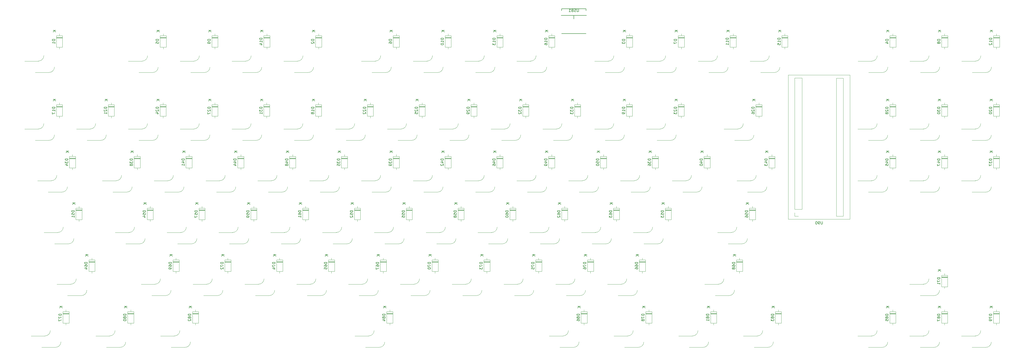
<source format=gbr>
%TF.GenerationSoftware,KiCad,Pcbnew,7.0.2*%
%TF.CreationDate,2023-04-24T23:20:51+02:00*%
%TF.ProjectId,TKL,544b4c2e-6b69-4636-9164-5f7063625858,rev?*%
%TF.SameCoordinates,Original*%
%TF.FileFunction,Legend,Bot*%
%TF.FilePolarity,Positive*%
%FSLAX46Y46*%
G04 Gerber Fmt 4.6, Leading zero omitted, Abs format (unit mm)*
G04 Created by KiCad (PCBNEW 7.0.2) date 2023-04-24 23:20:51*
%MOMM*%
%LPD*%
G01*
G04 APERTURE LIST*
%ADD10C,0.150000*%
%ADD11C,0.120000*%
G04 APERTURE END LIST*
D10*
%TO.C,D2*%
X127750869Y-21328155D02*
X126750869Y-21328155D01*
X126750869Y-21328155D02*
X126750869Y-21566250D01*
X126750869Y-21566250D02*
X126798488Y-21709107D01*
X126798488Y-21709107D02*
X126893726Y-21804345D01*
X126893726Y-21804345D02*
X126988964Y-21851964D01*
X126988964Y-21851964D02*
X127179440Y-21899583D01*
X127179440Y-21899583D02*
X127322297Y-21899583D01*
X127322297Y-21899583D02*
X127512773Y-21851964D01*
X127512773Y-21851964D02*
X127608011Y-21804345D01*
X127608011Y-21804345D02*
X127703250Y-21709107D01*
X127703250Y-21709107D02*
X127750869Y-21566250D01*
X127750869Y-21566250D02*
X127750869Y-21328155D01*
X126846107Y-22280536D02*
X126798488Y-22328155D01*
X126798488Y-22328155D02*
X126750869Y-22423393D01*
X126750869Y-22423393D02*
X126750869Y-22661488D01*
X126750869Y-22661488D02*
X126798488Y-22756726D01*
X126798488Y-22756726D02*
X126846107Y-22804345D01*
X126846107Y-22804345D02*
X126941345Y-22851964D01*
X126941345Y-22851964D02*
X127036583Y-22851964D01*
X127036583Y-22851964D02*
X127179440Y-22804345D01*
X127179440Y-22804345D02*
X127750869Y-22232917D01*
X127750869Y-22232917D02*
X127750869Y-22851964D01*
X128070869Y-17994345D02*
X127070869Y-17994345D01*
X128070869Y-18565773D02*
X127499440Y-18137202D01*
X127070869Y-18565773D02*
X127642297Y-17994345D01*
%TO.C,D3*%
X242050869Y-21328155D02*
X241050869Y-21328155D01*
X241050869Y-21328155D02*
X241050869Y-21566250D01*
X241050869Y-21566250D02*
X241098488Y-21709107D01*
X241098488Y-21709107D02*
X241193726Y-21804345D01*
X241193726Y-21804345D02*
X241288964Y-21851964D01*
X241288964Y-21851964D02*
X241479440Y-21899583D01*
X241479440Y-21899583D02*
X241622297Y-21899583D01*
X241622297Y-21899583D02*
X241812773Y-21851964D01*
X241812773Y-21851964D02*
X241908011Y-21804345D01*
X241908011Y-21804345D02*
X242003250Y-21709107D01*
X242003250Y-21709107D02*
X242050869Y-21566250D01*
X242050869Y-21566250D02*
X242050869Y-21328155D01*
X241050869Y-22232917D02*
X241050869Y-22851964D01*
X241050869Y-22851964D02*
X241431821Y-22518631D01*
X241431821Y-22518631D02*
X241431821Y-22661488D01*
X241431821Y-22661488D02*
X241479440Y-22756726D01*
X241479440Y-22756726D02*
X241527059Y-22804345D01*
X241527059Y-22804345D02*
X241622297Y-22851964D01*
X241622297Y-22851964D02*
X241860392Y-22851964D01*
X241860392Y-22851964D02*
X241955630Y-22804345D01*
X241955630Y-22804345D02*
X242003250Y-22756726D01*
X242003250Y-22756726D02*
X242050869Y-22661488D01*
X242050869Y-22661488D02*
X242050869Y-22375774D01*
X242050869Y-22375774D02*
X242003250Y-22280536D01*
X242003250Y-22280536D02*
X241955630Y-22232917D01*
X242370869Y-17994345D02*
X241370869Y-17994345D01*
X242370869Y-18565773D02*
X241799440Y-18137202D01*
X241370869Y-18565773D02*
X241942297Y-17994345D01*
%TO.C,D4*%
X338888369Y-21328155D02*
X337888369Y-21328155D01*
X337888369Y-21328155D02*
X337888369Y-21566250D01*
X337888369Y-21566250D02*
X337935988Y-21709107D01*
X337935988Y-21709107D02*
X338031226Y-21804345D01*
X338031226Y-21804345D02*
X338126464Y-21851964D01*
X338126464Y-21851964D02*
X338316940Y-21899583D01*
X338316940Y-21899583D02*
X338459797Y-21899583D01*
X338459797Y-21899583D02*
X338650273Y-21851964D01*
X338650273Y-21851964D02*
X338745511Y-21804345D01*
X338745511Y-21804345D02*
X338840750Y-21709107D01*
X338840750Y-21709107D02*
X338888369Y-21566250D01*
X338888369Y-21566250D02*
X338888369Y-21328155D01*
X338221702Y-22756726D02*
X338888369Y-22756726D01*
X337840750Y-22518631D02*
X338555035Y-22280536D01*
X338555035Y-22280536D02*
X338555035Y-22899583D01*
X339208369Y-17994345D02*
X338208369Y-17994345D01*
X339208369Y-18565773D02*
X338636940Y-18137202D01*
X338208369Y-18565773D02*
X338779797Y-17994345D01*
%TO.C,D5*%
X70600869Y-21328155D02*
X69600869Y-21328155D01*
X69600869Y-21328155D02*
X69600869Y-21566250D01*
X69600869Y-21566250D02*
X69648488Y-21709107D01*
X69648488Y-21709107D02*
X69743726Y-21804345D01*
X69743726Y-21804345D02*
X69838964Y-21851964D01*
X69838964Y-21851964D02*
X70029440Y-21899583D01*
X70029440Y-21899583D02*
X70172297Y-21899583D01*
X70172297Y-21899583D02*
X70362773Y-21851964D01*
X70362773Y-21851964D02*
X70458011Y-21804345D01*
X70458011Y-21804345D02*
X70553250Y-21709107D01*
X70553250Y-21709107D02*
X70600869Y-21566250D01*
X70600869Y-21566250D02*
X70600869Y-21328155D01*
X69600869Y-22804345D02*
X69600869Y-22328155D01*
X69600869Y-22328155D02*
X70077059Y-22280536D01*
X70077059Y-22280536D02*
X70029440Y-22328155D01*
X70029440Y-22328155D02*
X69981821Y-22423393D01*
X69981821Y-22423393D02*
X69981821Y-22661488D01*
X69981821Y-22661488D02*
X70029440Y-22756726D01*
X70029440Y-22756726D02*
X70077059Y-22804345D01*
X70077059Y-22804345D02*
X70172297Y-22851964D01*
X70172297Y-22851964D02*
X70410392Y-22851964D01*
X70410392Y-22851964D02*
X70505630Y-22804345D01*
X70505630Y-22804345D02*
X70553250Y-22756726D01*
X70553250Y-22756726D02*
X70600869Y-22661488D01*
X70600869Y-22661488D02*
X70600869Y-22423393D01*
X70600869Y-22423393D02*
X70553250Y-22328155D01*
X70553250Y-22328155D02*
X70505630Y-22280536D01*
X70920869Y-17994345D02*
X69920869Y-17994345D01*
X70920869Y-18565773D02*
X70349440Y-18137202D01*
X69920869Y-18565773D02*
X70492297Y-17994345D01*
%TO.C,D7*%
X261100869Y-21328155D02*
X260100869Y-21328155D01*
X260100869Y-21328155D02*
X260100869Y-21566250D01*
X260100869Y-21566250D02*
X260148488Y-21709107D01*
X260148488Y-21709107D02*
X260243726Y-21804345D01*
X260243726Y-21804345D02*
X260338964Y-21851964D01*
X260338964Y-21851964D02*
X260529440Y-21899583D01*
X260529440Y-21899583D02*
X260672297Y-21899583D01*
X260672297Y-21899583D02*
X260862773Y-21851964D01*
X260862773Y-21851964D02*
X260958011Y-21804345D01*
X260958011Y-21804345D02*
X261053250Y-21709107D01*
X261053250Y-21709107D02*
X261100869Y-21566250D01*
X261100869Y-21566250D02*
X261100869Y-21328155D01*
X260100869Y-22232917D02*
X260100869Y-22899583D01*
X260100869Y-22899583D02*
X261100869Y-22471012D01*
X261420869Y-17994345D02*
X260420869Y-17994345D01*
X261420869Y-18565773D02*
X260849440Y-18137202D01*
X260420869Y-18565773D02*
X260992297Y-17994345D01*
%TO.C,D8*%
X357938369Y-21328155D02*
X356938369Y-21328155D01*
X356938369Y-21328155D02*
X356938369Y-21566250D01*
X356938369Y-21566250D02*
X356985988Y-21709107D01*
X356985988Y-21709107D02*
X357081226Y-21804345D01*
X357081226Y-21804345D02*
X357176464Y-21851964D01*
X357176464Y-21851964D02*
X357366940Y-21899583D01*
X357366940Y-21899583D02*
X357509797Y-21899583D01*
X357509797Y-21899583D02*
X357700273Y-21851964D01*
X357700273Y-21851964D02*
X357795511Y-21804345D01*
X357795511Y-21804345D02*
X357890750Y-21709107D01*
X357890750Y-21709107D02*
X357938369Y-21566250D01*
X357938369Y-21566250D02*
X357938369Y-21328155D01*
X357366940Y-22471012D02*
X357319321Y-22375774D01*
X357319321Y-22375774D02*
X357271702Y-22328155D01*
X357271702Y-22328155D02*
X357176464Y-22280536D01*
X357176464Y-22280536D02*
X357128845Y-22280536D01*
X357128845Y-22280536D02*
X357033607Y-22328155D01*
X357033607Y-22328155D02*
X356985988Y-22375774D01*
X356985988Y-22375774D02*
X356938369Y-22471012D01*
X356938369Y-22471012D02*
X356938369Y-22661488D01*
X356938369Y-22661488D02*
X356985988Y-22756726D01*
X356985988Y-22756726D02*
X357033607Y-22804345D01*
X357033607Y-22804345D02*
X357128845Y-22851964D01*
X357128845Y-22851964D02*
X357176464Y-22851964D01*
X357176464Y-22851964D02*
X357271702Y-22804345D01*
X357271702Y-22804345D02*
X357319321Y-22756726D01*
X357319321Y-22756726D02*
X357366940Y-22661488D01*
X357366940Y-22661488D02*
X357366940Y-22471012D01*
X357366940Y-22471012D02*
X357414559Y-22375774D01*
X357414559Y-22375774D02*
X357462178Y-22328155D01*
X357462178Y-22328155D02*
X357557416Y-22280536D01*
X357557416Y-22280536D02*
X357747892Y-22280536D01*
X357747892Y-22280536D02*
X357843130Y-22328155D01*
X357843130Y-22328155D02*
X357890750Y-22375774D01*
X357890750Y-22375774D02*
X357938369Y-22471012D01*
X357938369Y-22471012D02*
X357938369Y-22661488D01*
X357938369Y-22661488D02*
X357890750Y-22756726D01*
X357890750Y-22756726D02*
X357843130Y-22804345D01*
X357843130Y-22804345D02*
X357747892Y-22851964D01*
X357747892Y-22851964D02*
X357557416Y-22851964D01*
X357557416Y-22851964D02*
X357462178Y-22804345D01*
X357462178Y-22804345D02*
X357414559Y-22756726D01*
X357414559Y-22756726D02*
X357366940Y-22661488D01*
X358258369Y-17994345D02*
X357258369Y-17994345D01*
X358258369Y-18565773D02*
X357686940Y-18137202D01*
X357258369Y-18565773D02*
X357829797Y-17994345D01*
%TO.C,D9*%
X89623869Y-21328155D02*
X88623869Y-21328155D01*
X88623869Y-21328155D02*
X88623869Y-21566250D01*
X88623869Y-21566250D02*
X88671488Y-21709107D01*
X88671488Y-21709107D02*
X88766726Y-21804345D01*
X88766726Y-21804345D02*
X88861964Y-21851964D01*
X88861964Y-21851964D02*
X89052440Y-21899583D01*
X89052440Y-21899583D02*
X89195297Y-21899583D01*
X89195297Y-21899583D02*
X89385773Y-21851964D01*
X89385773Y-21851964D02*
X89481011Y-21804345D01*
X89481011Y-21804345D02*
X89576250Y-21709107D01*
X89576250Y-21709107D02*
X89623869Y-21566250D01*
X89623869Y-21566250D02*
X89623869Y-21328155D01*
X89623869Y-22375774D02*
X89623869Y-22566250D01*
X89623869Y-22566250D02*
X89576250Y-22661488D01*
X89576250Y-22661488D02*
X89528630Y-22709107D01*
X89528630Y-22709107D02*
X89385773Y-22804345D01*
X89385773Y-22804345D02*
X89195297Y-22851964D01*
X89195297Y-22851964D02*
X88814345Y-22851964D01*
X88814345Y-22851964D02*
X88719107Y-22804345D01*
X88719107Y-22804345D02*
X88671488Y-22756726D01*
X88671488Y-22756726D02*
X88623869Y-22661488D01*
X88623869Y-22661488D02*
X88623869Y-22471012D01*
X88623869Y-22471012D02*
X88671488Y-22375774D01*
X88671488Y-22375774D02*
X88719107Y-22328155D01*
X88719107Y-22328155D02*
X88814345Y-22280536D01*
X88814345Y-22280536D02*
X89052440Y-22280536D01*
X89052440Y-22280536D02*
X89147678Y-22328155D01*
X89147678Y-22328155D02*
X89195297Y-22375774D01*
X89195297Y-22375774D02*
X89242916Y-22471012D01*
X89242916Y-22471012D02*
X89242916Y-22661488D01*
X89242916Y-22661488D02*
X89195297Y-22756726D01*
X89195297Y-22756726D02*
X89147678Y-22804345D01*
X89147678Y-22804345D02*
X89052440Y-22851964D01*
X89943869Y-17994345D02*
X88943869Y-17994345D01*
X89943869Y-18565773D02*
X89372440Y-18137202D01*
X88943869Y-18565773D02*
X89515297Y-17994345D01*
%TO.C,D11*%
X280150869Y-20851964D02*
X279150869Y-20851964D01*
X279150869Y-20851964D02*
X279150869Y-21090059D01*
X279150869Y-21090059D02*
X279198488Y-21232916D01*
X279198488Y-21232916D02*
X279293726Y-21328154D01*
X279293726Y-21328154D02*
X279388964Y-21375773D01*
X279388964Y-21375773D02*
X279579440Y-21423392D01*
X279579440Y-21423392D02*
X279722297Y-21423392D01*
X279722297Y-21423392D02*
X279912773Y-21375773D01*
X279912773Y-21375773D02*
X280008011Y-21328154D01*
X280008011Y-21328154D02*
X280103250Y-21232916D01*
X280103250Y-21232916D02*
X280150869Y-21090059D01*
X280150869Y-21090059D02*
X280150869Y-20851964D01*
X280150869Y-22375773D02*
X280150869Y-21804345D01*
X280150869Y-22090059D02*
X279150869Y-22090059D01*
X279150869Y-22090059D02*
X279293726Y-21994821D01*
X279293726Y-21994821D02*
X279388964Y-21899583D01*
X279388964Y-21899583D02*
X279436583Y-21804345D01*
X280150869Y-23328154D02*
X280150869Y-22756726D01*
X280150869Y-23042440D02*
X279150869Y-23042440D01*
X279150869Y-23042440D02*
X279293726Y-22947202D01*
X279293726Y-22947202D02*
X279388964Y-22851964D01*
X279388964Y-22851964D02*
X279436583Y-22756726D01*
X280470869Y-17994345D02*
X279470869Y-17994345D01*
X280470869Y-18565773D02*
X279899440Y-18137202D01*
X279470869Y-18565773D02*
X280042297Y-17994345D01*
%TO.C,D12*%
X376988369Y-20851964D02*
X375988369Y-20851964D01*
X375988369Y-20851964D02*
X375988369Y-21090059D01*
X375988369Y-21090059D02*
X376035988Y-21232916D01*
X376035988Y-21232916D02*
X376131226Y-21328154D01*
X376131226Y-21328154D02*
X376226464Y-21375773D01*
X376226464Y-21375773D02*
X376416940Y-21423392D01*
X376416940Y-21423392D02*
X376559797Y-21423392D01*
X376559797Y-21423392D02*
X376750273Y-21375773D01*
X376750273Y-21375773D02*
X376845511Y-21328154D01*
X376845511Y-21328154D02*
X376940750Y-21232916D01*
X376940750Y-21232916D02*
X376988369Y-21090059D01*
X376988369Y-21090059D02*
X376988369Y-20851964D01*
X376988369Y-22375773D02*
X376988369Y-21804345D01*
X376988369Y-22090059D02*
X375988369Y-22090059D01*
X375988369Y-22090059D02*
X376131226Y-21994821D01*
X376131226Y-21994821D02*
X376226464Y-21899583D01*
X376226464Y-21899583D02*
X376274083Y-21804345D01*
X376083607Y-22756726D02*
X376035988Y-22804345D01*
X376035988Y-22804345D02*
X375988369Y-22899583D01*
X375988369Y-22899583D02*
X375988369Y-23137678D01*
X375988369Y-23137678D02*
X376035988Y-23232916D01*
X376035988Y-23232916D02*
X376083607Y-23280535D01*
X376083607Y-23280535D02*
X376178845Y-23328154D01*
X376178845Y-23328154D02*
X376274083Y-23328154D01*
X376274083Y-23328154D02*
X376416940Y-23280535D01*
X376416940Y-23280535D02*
X376988369Y-22709107D01*
X376988369Y-22709107D02*
X376988369Y-23328154D01*
X377308369Y-17994345D02*
X376308369Y-17994345D01*
X377308369Y-18565773D02*
X376736940Y-18137202D01*
X376308369Y-18565773D02*
X376879797Y-17994345D01*
%TO.C,D14*%
X108700869Y-20851964D02*
X107700869Y-20851964D01*
X107700869Y-20851964D02*
X107700869Y-21090059D01*
X107700869Y-21090059D02*
X107748488Y-21232916D01*
X107748488Y-21232916D02*
X107843726Y-21328154D01*
X107843726Y-21328154D02*
X107938964Y-21375773D01*
X107938964Y-21375773D02*
X108129440Y-21423392D01*
X108129440Y-21423392D02*
X108272297Y-21423392D01*
X108272297Y-21423392D02*
X108462773Y-21375773D01*
X108462773Y-21375773D02*
X108558011Y-21328154D01*
X108558011Y-21328154D02*
X108653250Y-21232916D01*
X108653250Y-21232916D02*
X108700869Y-21090059D01*
X108700869Y-21090059D02*
X108700869Y-20851964D01*
X108700869Y-22375773D02*
X108700869Y-21804345D01*
X108700869Y-22090059D02*
X107700869Y-22090059D01*
X107700869Y-22090059D02*
X107843726Y-21994821D01*
X107843726Y-21994821D02*
X107938964Y-21899583D01*
X107938964Y-21899583D02*
X107986583Y-21804345D01*
X108034202Y-23232916D02*
X108700869Y-23232916D01*
X107653250Y-22994821D02*
X108367535Y-22756726D01*
X108367535Y-22756726D02*
X108367535Y-23375773D01*
X109020869Y-17994345D02*
X108020869Y-17994345D01*
X109020869Y-18565773D02*
X108449440Y-18137202D01*
X108020869Y-18565773D02*
X108592297Y-17994345D01*
%TO.C,D15*%
X299173869Y-20851964D02*
X298173869Y-20851964D01*
X298173869Y-20851964D02*
X298173869Y-21090059D01*
X298173869Y-21090059D02*
X298221488Y-21232916D01*
X298221488Y-21232916D02*
X298316726Y-21328154D01*
X298316726Y-21328154D02*
X298411964Y-21375773D01*
X298411964Y-21375773D02*
X298602440Y-21423392D01*
X298602440Y-21423392D02*
X298745297Y-21423392D01*
X298745297Y-21423392D02*
X298935773Y-21375773D01*
X298935773Y-21375773D02*
X299031011Y-21328154D01*
X299031011Y-21328154D02*
X299126250Y-21232916D01*
X299126250Y-21232916D02*
X299173869Y-21090059D01*
X299173869Y-21090059D02*
X299173869Y-20851964D01*
X299173869Y-22375773D02*
X299173869Y-21804345D01*
X299173869Y-22090059D02*
X298173869Y-22090059D01*
X298173869Y-22090059D02*
X298316726Y-21994821D01*
X298316726Y-21994821D02*
X298411964Y-21899583D01*
X298411964Y-21899583D02*
X298459583Y-21804345D01*
X298173869Y-23280535D02*
X298173869Y-22804345D01*
X298173869Y-22804345D02*
X298650059Y-22756726D01*
X298650059Y-22756726D02*
X298602440Y-22804345D01*
X298602440Y-22804345D02*
X298554821Y-22899583D01*
X298554821Y-22899583D02*
X298554821Y-23137678D01*
X298554821Y-23137678D02*
X298602440Y-23232916D01*
X298602440Y-23232916D02*
X298650059Y-23280535D01*
X298650059Y-23280535D02*
X298745297Y-23328154D01*
X298745297Y-23328154D02*
X298983392Y-23328154D01*
X298983392Y-23328154D02*
X299078630Y-23280535D01*
X299078630Y-23280535D02*
X299126250Y-23232916D01*
X299126250Y-23232916D02*
X299173869Y-23137678D01*
X299173869Y-23137678D02*
X299173869Y-22899583D01*
X299173869Y-22899583D02*
X299126250Y-22804345D01*
X299126250Y-22804345D02*
X299078630Y-22756726D01*
X299493869Y-17994345D02*
X298493869Y-17994345D01*
X299493869Y-18565773D02*
X298922440Y-18137202D01*
X298493869Y-18565773D02*
X299065297Y-17994345D01*
%TO.C,D18*%
X127723869Y-46251964D02*
X126723869Y-46251964D01*
X126723869Y-46251964D02*
X126723869Y-46490059D01*
X126723869Y-46490059D02*
X126771488Y-46632916D01*
X126771488Y-46632916D02*
X126866726Y-46728154D01*
X126866726Y-46728154D02*
X126961964Y-46775773D01*
X126961964Y-46775773D02*
X127152440Y-46823392D01*
X127152440Y-46823392D02*
X127295297Y-46823392D01*
X127295297Y-46823392D02*
X127485773Y-46775773D01*
X127485773Y-46775773D02*
X127581011Y-46728154D01*
X127581011Y-46728154D02*
X127676250Y-46632916D01*
X127676250Y-46632916D02*
X127723869Y-46490059D01*
X127723869Y-46490059D02*
X127723869Y-46251964D01*
X127723869Y-47775773D02*
X127723869Y-47204345D01*
X127723869Y-47490059D02*
X126723869Y-47490059D01*
X126723869Y-47490059D02*
X126866726Y-47394821D01*
X126866726Y-47394821D02*
X126961964Y-47299583D01*
X126961964Y-47299583D02*
X127009583Y-47204345D01*
X127152440Y-48347202D02*
X127104821Y-48251964D01*
X127104821Y-48251964D02*
X127057202Y-48204345D01*
X127057202Y-48204345D02*
X126961964Y-48156726D01*
X126961964Y-48156726D02*
X126914345Y-48156726D01*
X126914345Y-48156726D02*
X126819107Y-48204345D01*
X126819107Y-48204345D02*
X126771488Y-48251964D01*
X126771488Y-48251964D02*
X126723869Y-48347202D01*
X126723869Y-48347202D02*
X126723869Y-48537678D01*
X126723869Y-48537678D02*
X126771488Y-48632916D01*
X126771488Y-48632916D02*
X126819107Y-48680535D01*
X126819107Y-48680535D02*
X126914345Y-48728154D01*
X126914345Y-48728154D02*
X126961964Y-48728154D01*
X126961964Y-48728154D02*
X127057202Y-48680535D01*
X127057202Y-48680535D02*
X127104821Y-48632916D01*
X127104821Y-48632916D02*
X127152440Y-48537678D01*
X127152440Y-48537678D02*
X127152440Y-48347202D01*
X127152440Y-48347202D02*
X127200059Y-48251964D01*
X127200059Y-48251964D02*
X127247678Y-48204345D01*
X127247678Y-48204345D02*
X127342916Y-48156726D01*
X127342916Y-48156726D02*
X127533392Y-48156726D01*
X127533392Y-48156726D02*
X127628630Y-48204345D01*
X127628630Y-48204345D02*
X127676250Y-48251964D01*
X127676250Y-48251964D02*
X127723869Y-48347202D01*
X127723869Y-48347202D02*
X127723869Y-48537678D01*
X127723869Y-48537678D02*
X127676250Y-48632916D01*
X127676250Y-48632916D02*
X127628630Y-48680535D01*
X127628630Y-48680535D02*
X127533392Y-48728154D01*
X127533392Y-48728154D02*
X127342916Y-48728154D01*
X127342916Y-48728154D02*
X127247678Y-48680535D01*
X127247678Y-48680535D02*
X127200059Y-48632916D01*
X127200059Y-48632916D02*
X127152440Y-48537678D01*
X128043869Y-43394345D02*
X127043869Y-43394345D01*
X128043869Y-43965773D02*
X127472440Y-43537202D01*
X127043869Y-43965773D02*
X127615297Y-43394345D01*
%TO.C,D20*%
X376961369Y-46251964D02*
X375961369Y-46251964D01*
X375961369Y-46251964D02*
X375961369Y-46490059D01*
X375961369Y-46490059D02*
X376008988Y-46632916D01*
X376008988Y-46632916D02*
X376104226Y-46728154D01*
X376104226Y-46728154D02*
X376199464Y-46775773D01*
X376199464Y-46775773D02*
X376389940Y-46823392D01*
X376389940Y-46823392D02*
X376532797Y-46823392D01*
X376532797Y-46823392D02*
X376723273Y-46775773D01*
X376723273Y-46775773D02*
X376818511Y-46728154D01*
X376818511Y-46728154D02*
X376913750Y-46632916D01*
X376913750Y-46632916D02*
X376961369Y-46490059D01*
X376961369Y-46490059D02*
X376961369Y-46251964D01*
X376056607Y-47204345D02*
X376008988Y-47251964D01*
X376008988Y-47251964D02*
X375961369Y-47347202D01*
X375961369Y-47347202D02*
X375961369Y-47585297D01*
X375961369Y-47585297D02*
X376008988Y-47680535D01*
X376008988Y-47680535D02*
X376056607Y-47728154D01*
X376056607Y-47728154D02*
X376151845Y-47775773D01*
X376151845Y-47775773D02*
X376247083Y-47775773D01*
X376247083Y-47775773D02*
X376389940Y-47728154D01*
X376389940Y-47728154D02*
X376961369Y-47156726D01*
X376961369Y-47156726D02*
X376961369Y-47775773D01*
X375961369Y-48394821D02*
X375961369Y-48490059D01*
X375961369Y-48490059D02*
X376008988Y-48585297D01*
X376008988Y-48585297D02*
X376056607Y-48632916D01*
X376056607Y-48632916D02*
X376151845Y-48680535D01*
X376151845Y-48680535D02*
X376342321Y-48728154D01*
X376342321Y-48728154D02*
X376580416Y-48728154D01*
X376580416Y-48728154D02*
X376770892Y-48680535D01*
X376770892Y-48680535D02*
X376866130Y-48632916D01*
X376866130Y-48632916D02*
X376913750Y-48585297D01*
X376913750Y-48585297D02*
X376961369Y-48490059D01*
X376961369Y-48490059D02*
X376961369Y-48394821D01*
X376961369Y-48394821D02*
X376913750Y-48299583D01*
X376913750Y-48299583D02*
X376866130Y-48251964D01*
X376866130Y-48251964D02*
X376770892Y-48204345D01*
X376770892Y-48204345D02*
X376580416Y-48156726D01*
X376580416Y-48156726D02*
X376342321Y-48156726D01*
X376342321Y-48156726D02*
X376151845Y-48204345D01*
X376151845Y-48204345D02*
X376056607Y-48251964D01*
X376056607Y-48251964D02*
X376008988Y-48299583D01*
X376008988Y-48299583D02*
X375961369Y-48394821D01*
X377281369Y-43394345D02*
X376281369Y-43394345D01*
X377281369Y-43965773D02*
X376709940Y-43537202D01*
X376281369Y-43965773D02*
X376852797Y-43394345D01*
%TO.C,D21*%
X51523869Y-46251964D02*
X50523869Y-46251964D01*
X50523869Y-46251964D02*
X50523869Y-46490059D01*
X50523869Y-46490059D02*
X50571488Y-46632916D01*
X50571488Y-46632916D02*
X50666726Y-46728154D01*
X50666726Y-46728154D02*
X50761964Y-46775773D01*
X50761964Y-46775773D02*
X50952440Y-46823392D01*
X50952440Y-46823392D02*
X51095297Y-46823392D01*
X51095297Y-46823392D02*
X51285773Y-46775773D01*
X51285773Y-46775773D02*
X51381011Y-46728154D01*
X51381011Y-46728154D02*
X51476250Y-46632916D01*
X51476250Y-46632916D02*
X51523869Y-46490059D01*
X51523869Y-46490059D02*
X51523869Y-46251964D01*
X50619107Y-47204345D02*
X50571488Y-47251964D01*
X50571488Y-47251964D02*
X50523869Y-47347202D01*
X50523869Y-47347202D02*
X50523869Y-47585297D01*
X50523869Y-47585297D02*
X50571488Y-47680535D01*
X50571488Y-47680535D02*
X50619107Y-47728154D01*
X50619107Y-47728154D02*
X50714345Y-47775773D01*
X50714345Y-47775773D02*
X50809583Y-47775773D01*
X50809583Y-47775773D02*
X50952440Y-47728154D01*
X50952440Y-47728154D02*
X51523869Y-47156726D01*
X51523869Y-47156726D02*
X51523869Y-47775773D01*
X51523869Y-48728154D02*
X51523869Y-48156726D01*
X51523869Y-48442440D02*
X50523869Y-48442440D01*
X50523869Y-48442440D02*
X50666726Y-48347202D01*
X50666726Y-48347202D02*
X50761964Y-48251964D01*
X50761964Y-48251964D02*
X50809583Y-48156726D01*
X51843869Y-43394345D02*
X50843869Y-43394345D01*
X51843869Y-43965773D02*
X51272440Y-43537202D01*
X50843869Y-43965773D02*
X51415297Y-43394345D01*
%TO.C,D22*%
X146773869Y-46251964D02*
X145773869Y-46251964D01*
X145773869Y-46251964D02*
X145773869Y-46490059D01*
X145773869Y-46490059D02*
X145821488Y-46632916D01*
X145821488Y-46632916D02*
X145916726Y-46728154D01*
X145916726Y-46728154D02*
X146011964Y-46775773D01*
X146011964Y-46775773D02*
X146202440Y-46823392D01*
X146202440Y-46823392D02*
X146345297Y-46823392D01*
X146345297Y-46823392D02*
X146535773Y-46775773D01*
X146535773Y-46775773D02*
X146631011Y-46728154D01*
X146631011Y-46728154D02*
X146726250Y-46632916D01*
X146726250Y-46632916D02*
X146773869Y-46490059D01*
X146773869Y-46490059D02*
X146773869Y-46251964D01*
X145869107Y-47204345D02*
X145821488Y-47251964D01*
X145821488Y-47251964D02*
X145773869Y-47347202D01*
X145773869Y-47347202D02*
X145773869Y-47585297D01*
X145773869Y-47585297D02*
X145821488Y-47680535D01*
X145821488Y-47680535D02*
X145869107Y-47728154D01*
X145869107Y-47728154D02*
X145964345Y-47775773D01*
X145964345Y-47775773D02*
X146059583Y-47775773D01*
X146059583Y-47775773D02*
X146202440Y-47728154D01*
X146202440Y-47728154D02*
X146773869Y-47156726D01*
X146773869Y-47156726D02*
X146773869Y-47775773D01*
X145869107Y-48156726D02*
X145821488Y-48204345D01*
X145821488Y-48204345D02*
X145773869Y-48299583D01*
X145773869Y-48299583D02*
X145773869Y-48537678D01*
X145773869Y-48537678D02*
X145821488Y-48632916D01*
X145821488Y-48632916D02*
X145869107Y-48680535D01*
X145869107Y-48680535D02*
X145964345Y-48728154D01*
X145964345Y-48728154D02*
X146059583Y-48728154D01*
X146059583Y-48728154D02*
X146202440Y-48680535D01*
X146202440Y-48680535D02*
X146773869Y-48109107D01*
X146773869Y-48109107D02*
X146773869Y-48728154D01*
X147093869Y-43394345D02*
X146093869Y-43394345D01*
X147093869Y-43965773D02*
X146522440Y-43537202D01*
X146093869Y-43965773D02*
X146665297Y-43394345D01*
%TO.C,D23*%
X261073869Y-46251964D02*
X260073869Y-46251964D01*
X260073869Y-46251964D02*
X260073869Y-46490059D01*
X260073869Y-46490059D02*
X260121488Y-46632916D01*
X260121488Y-46632916D02*
X260216726Y-46728154D01*
X260216726Y-46728154D02*
X260311964Y-46775773D01*
X260311964Y-46775773D02*
X260502440Y-46823392D01*
X260502440Y-46823392D02*
X260645297Y-46823392D01*
X260645297Y-46823392D02*
X260835773Y-46775773D01*
X260835773Y-46775773D02*
X260931011Y-46728154D01*
X260931011Y-46728154D02*
X261026250Y-46632916D01*
X261026250Y-46632916D02*
X261073869Y-46490059D01*
X261073869Y-46490059D02*
X261073869Y-46251964D01*
X260169107Y-47204345D02*
X260121488Y-47251964D01*
X260121488Y-47251964D02*
X260073869Y-47347202D01*
X260073869Y-47347202D02*
X260073869Y-47585297D01*
X260073869Y-47585297D02*
X260121488Y-47680535D01*
X260121488Y-47680535D02*
X260169107Y-47728154D01*
X260169107Y-47728154D02*
X260264345Y-47775773D01*
X260264345Y-47775773D02*
X260359583Y-47775773D01*
X260359583Y-47775773D02*
X260502440Y-47728154D01*
X260502440Y-47728154D02*
X261073869Y-47156726D01*
X261073869Y-47156726D02*
X261073869Y-47775773D01*
X260073869Y-48109107D02*
X260073869Y-48728154D01*
X260073869Y-48728154D02*
X260454821Y-48394821D01*
X260454821Y-48394821D02*
X260454821Y-48537678D01*
X260454821Y-48537678D02*
X260502440Y-48632916D01*
X260502440Y-48632916D02*
X260550059Y-48680535D01*
X260550059Y-48680535D02*
X260645297Y-48728154D01*
X260645297Y-48728154D02*
X260883392Y-48728154D01*
X260883392Y-48728154D02*
X260978630Y-48680535D01*
X260978630Y-48680535D02*
X261026250Y-48632916D01*
X261026250Y-48632916D02*
X261073869Y-48537678D01*
X261073869Y-48537678D02*
X261073869Y-48251964D01*
X261073869Y-48251964D02*
X261026250Y-48156726D01*
X261026250Y-48156726D02*
X260978630Y-48109107D01*
X261393869Y-43394345D02*
X260393869Y-43394345D01*
X261393869Y-43965773D02*
X260822440Y-43537202D01*
X260393869Y-43965773D02*
X260965297Y-43394345D01*
%TO.C,D24*%
X70573869Y-46251964D02*
X69573869Y-46251964D01*
X69573869Y-46251964D02*
X69573869Y-46490059D01*
X69573869Y-46490059D02*
X69621488Y-46632916D01*
X69621488Y-46632916D02*
X69716726Y-46728154D01*
X69716726Y-46728154D02*
X69811964Y-46775773D01*
X69811964Y-46775773D02*
X70002440Y-46823392D01*
X70002440Y-46823392D02*
X70145297Y-46823392D01*
X70145297Y-46823392D02*
X70335773Y-46775773D01*
X70335773Y-46775773D02*
X70431011Y-46728154D01*
X70431011Y-46728154D02*
X70526250Y-46632916D01*
X70526250Y-46632916D02*
X70573869Y-46490059D01*
X70573869Y-46490059D02*
X70573869Y-46251964D01*
X69669107Y-47204345D02*
X69621488Y-47251964D01*
X69621488Y-47251964D02*
X69573869Y-47347202D01*
X69573869Y-47347202D02*
X69573869Y-47585297D01*
X69573869Y-47585297D02*
X69621488Y-47680535D01*
X69621488Y-47680535D02*
X69669107Y-47728154D01*
X69669107Y-47728154D02*
X69764345Y-47775773D01*
X69764345Y-47775773D02*
X69859583Y-47775773D01*
X69859583Y-47775773D02*
X70002440Y-47728154D01*
X70002440Y-47728154D02*
X70573869Y-47156726D01*
X70573869Y-47156726D02*
X70573869Y-47775773D01*
X69907202Y-48632916D02*
X70573869Y-48632916D01*
X69526250Y-48394821D02*
X70240535Y-48156726D01*
X70240535Y-48156726D02*
X70240535Y-48775773D01*
X70893869Y-43394345D02*
X69893869Y-43394345D01*
X70893869Y-43965773D02*
X70322440Y-43537202D01*
X69893869Y-43965773D02*
X70465297Y-43394345D01*
%TO.C,D25*%
X165823869Y-46251964D02*
X164823869Y-46251964D01*
X164823869Y-46251964D02*
X164823869Y-46490059D01*
X164823869Y-46490059D02*
X164871488Y-46632916D01*
X164871488Y-46632916D02*
X164966726Y-46728154D01*
X164966726Y-46728154D02*
X165061964Y-46775773D01*
X165061964Y-46775773D02*
X165252440Y-46823392D01*
X165252440Y-46823392D02*
X165395297Y-46823392D01*
X165395297Y-46823392D02*
X165585773Y-46775773D01*
X165585773Y-46775773D02*
X165681011Y-46728154D01*
X165681011Y-46728154D02*
X165776250Y-46632916D01*
X165776250Y-46632916D02*
X165823869Y-46490059D01*
X165823869Y-46490059D02*
X165823869Y-46251964D01*
X164919107Y-47204345D02*
X164871488Y-47251964D01*
X164871488Y-47251964D02*
X164823869Y-47347202D01*
X164823869Y-47347202D02*
X164823869Y-47585297D01*
X164823869Y-47585297D02*
X164871488Y-47680535D01*
X164871488Y-47680535D02*
X164919107Y-47728154D01*
X164919107Y-47728154D02*
X165014345Y-47775773D01*
X165014345Y-47775773D02*
X165109583Y-47775773D01*
X165109583Y-47775773D02*
X165252440Y-47728154D01*
X165252440Y-47728154D02*
X165823869Y-47156726D01*
X165823869Y-47156726D02*
X165823869Y-47775773D01*
X164823869Y-48680535D02*
X164823869Y-48204345D01*
X164823869Y-48204345D02*
X165300059Y-48156726D01*
X165300059Y-48156726D02*
X165252440Y-48204345D01*
X165252440Y-48204345D02*
X165204821Y-48299583D01*
X165204821Y-48299583D02*
X165204821Y-48537678D01*
X165204821Y-48537678D02*
X165252440Y-48632916D01*
X165252440Y-48632916D02*
X165300059Y-48680535D01*
X165300059Y-48680535D02*
X165395297Y-48728154D01*
X165395297Y-48728154D02*
X165633392Y-48728154D01*
X165633392Y-48728154D02*
X165728630Y-48680535D01*
X165728630Y-48680535D02*
X165776250Y-48632916D01*
X165776250Y-48632916D02*
X165823869Y-48537678D01*
X165823869Y-48537678D02*
X165823869Y-48299583D01*
X165823869Y-48299583D02*
X165776250Y-48204345D01*
X165776250Y-48204345D02*
X165728630Y-48156726D01*
X166143869Y-43394345D02*
X165143869Y-43394345D01*
X166143869Y-43965773D02*
X165572440Y-43537202D01*
X165143869Y-43965773D02*
X165715297Y-43394345D01*
%TO.C,D26*%
X289648869Y-46251964D02*
X288648869Y-46251964D01*
X288648869Y-46251964D02*
X288648869Y-46490059D01*
X288648869Y-46490059D02*
X288696488Y-46632916D01*
X288696488Y-46632916D02*
X288791726Y-46728154D01*
X288791726Y-46728154D02*
X288886964Y-46775773D01*
X288886964Y-46775773D02*
X289077440Y-46823392D01*
X289077440Y-46823392D02*
X289220297Y-46823392D01*
X289220297Y-46823392D02*
X289410773Y-46775773D01*
X289410773Y-46775773D02*
X289506011Y-46728154D01*
X289506011Y-46728154D02*
X289601250Y-46632916D01*
X289601250Y-46632916D02*
X289648869Y-46490059D01*
X289648869Y-46490059D02*
X289648869Y-46251964D01*
X288744107Y-47204345D02*
X288696488Y-47251964D01*
X288696488Y-47251964D02*
X288648869Y-47347202D01*
X288648869Y-47347202D02*
X288648869Y-47585297D01*
X288648869Y-47585297D02*
X288696488Y-47680535D01*
X288696488Y-47680535D02*
X288744107Y-47728154D01*
X288744107Y-47728154D02*
X288839345Y-47775773D01*
X288839345Y-47775773D02*
X288934583Y-47775773D01*
X288934583Y-47775773D02*
X289077440Y-47728154D01*
X289077440Y-47728154D02*
X289648869Y-47156726D01*
X289648869Y-47156726D02*
X289648869Y-47775773D01*
X288648869Y-48632916D02*
X288648869Y-48442440D01*
X288648869Y-48442440D02*
X288696488Y-48347202D01*
X288696488Y-48347202D02*
X288744107Y-48299583D01*
X288744107Y-48299583D02*
X288886964Y-48204345D01*
X288886964Y-48204345D02*
X289077440Y-48156726D01*
X289077440Y-48156726D02*
X289458392Y-48156726D01*
X289458392Y-48156726D02*
X289553630Y-48204345D01*
X289553630Y-48204345D02*
X289601250Y-48251964D01*
X289601250Y-48251964D02*
X289648869Y-48347202D01*
X289648869Y-48347202D02*
X289648869Y-48537678D01*
X289648869Y-48537678D02*
X289601250Y-48632916D01*
X289601250Y-48632916D02*
X289553630Y-48680535D01*
X289553630Y-48680535D02*
X289458392Y-48728154D01*
X289458392Y-48728154D02*
X289220297Y-48728154D01*
X289220297Y-48728154D02*
X289125059Y-48680535D01*
X289125059Y-48680535D02*
X289077440Y-48632916D01*
X289077440Y-48632916D02*
X289029821Y-48537678D01*
X289029821Y-48537678D02*
X289029821Y-48347202D01*
X289029821Y-48347202D02*
X289077440Y-48251964D01*
X289077440Y-48251964D02*
X289125059Y-48204345D01*
X289125059Y-48204345D02*
X289220297Y-48156726D01*
X289968869Y-43394345D02*
X288968869Y-43394345D01*
X289968869Y-43965773D02*
X289397440Y-43537202D01*
X288968869Y-43965773D02*
X289540297Y-43394345D01*
%TO.C,D27*%
X89623869Y-46251964D02*
X88623869Y-46251964D01*
X88623869Y-46251964D02*
X88623869Y-46490059D01*
X88623869Y-46490059D02*
X88671488Y-46632916D01*
X88671488Y-46632916D02*
X88766726Y-46728154D01*
X88766726Y-46728154D02*
X88861964Y-46775773D01*
X88861964Y-46775773D02*
X89052440Y-46823392D01*
X89052440Y-46823392D02*
X89195297Y-46823392D01*
X89195297Y-46823392D02*
X89385773Y-46775773D01*
X89385773Y-46775773D02*
X89481011Y-46728154D01*
X89481011Y-46728154D02*
X89576250Y-46632916D01*
X89576250Y-46632916D02*
X89623869Y-46490059D01*
X89623869Y-46490059D02*
X89623869Y-46251964D01*
X88719107Y-47204345D02*
X88671488Y-47251964D01*
X88671488Y-47251964D02*
X88623869Y-47347202D01*
X88623869Y-47347202D02*
X88623869Y-47585297D01*
X88623869Y-47585297D02*
X88671488Y-47680535D01*
X88671488Y-47680535D02*
X88719107Y-47728154D01*
X88719107Y-47728154D02*
X88814345Y-47775773D01*
X88814345Y-47775773D02*
X88909583Y-47775773D01*
X88909583Y-47775773D02*
X89052440Y-47728154D01*
X89052440Y-47728154D02*
X89623869Y-47156726D01*
X89623869Y-47156726D02*
X89623869Y-47775773D01*
X88623869Y-48109107D02*
X88623869Y-48775773D01*
X88623869Y-48775773D02*
X89623869Y-48347202D01*
X89943869Y-43394345D02*
X88943869Y-43394345D01*
X89943869Y-43965773D02*
X89372440Y-43537202D01*
X88943869Y-43965773D02*
X89515297Y-43394345D01*
%TO.C,D28*%
X338861369Y-46251964D02*
X337861369Y-46251964D01*
X337861369Y-46251964D02*
X337861369Y-46490059D01*
X337861369Y-46490059D02*
X337908988Y-46632916D01*
X337908988Y-46632916D02*
X338004226Y-46728154D01*
X338004226Y-46728154D02*
X338099464Y-46775773D01*
X338099464Y-46775773D02*
X338289940Y-46823392D01*
X338289940Y-46823392D02*
X338432797Y-46823392D01*
X338432797Y-46823392D02*
X338623273Y-46775773D01*
X338623273Y-46775773D02*
X338718511Y-46728154D01*
X338718511Y-46728154D02*
X338813750Y-46632916D01*
X338813750Y-46632916D02*
X338861369Y-46490059D01*
X338861369Y-46490059D02*
X338861369Y-46251964D01*
X337956607Y-47204345D02*
X337908988Y-47251964D01*
X337908988Y-47251964D02*
X337861369Y-47347202D01*
X337861369Y-47347202D02*
X337861369Y-47585297D01*
X337861369Y-47585297D02*
X337908988Y-47680535D01*
X337908988Y-47680535D02*
X337956607Y-47728154D01*
X337956607Y-47728154D02*
X338051845Y-47775773D01*
X338051845Y-47775773D02*
X338147083Y-47775773D01*
X338147083Y-47775773D02*
X338289940Y-47728154D01*
X338289940Y-47728154D02*
X338861369Y-47156726D01*
X338861369Y-47156726D02*
X338861369Y-47775773D01*
X338289940Y-48347202D02*
X338242321Y-48251964D01*
X338242321Y-48251964D02*
X338194702Y-48204345D01*
X338194702Y-48204345D02*
X338099464Y-48156726D01*
X338099464Y-48156726D02*
X338051845Y-48156726D01*
X338051845Y-48156726D02*
X337956607Y-48204345D01*
X337956607Y-48204345D02*
X337908988Y-48251964D01*
X337908988Y-48251964D02*
X337861369Y-48347202D01*
X337861369Y-48347202D02*
X337861369Y-48537678D01*
X337861369Y-48537678D02*
X337908988Y-48632916D01*
X337908988Y-48632916D02*
X337956607Y-48680535D01*
X337956607Y-48680535D02*
X338051845Y-48728154D01*
X338051845Y-48728154D02*
X338099464Y-48728154D01*
X338099464Y-48728154D02*
X338194702Y-48680535D01*
X338194702Y-48680535D02*
X338242321Y-48632916D01*
X338242321Y-48632916D02*
X338289940Y-48537678D01*
X338289940Y-48537678D02*
X338289940Y-48347202D01*
X338289940Y-48347202D02*
X338337559Y-48251964D01*
X338337559Y-48251964D02*
X338385178Y-48204345D01*
X338385178Y-48204345D02*
X338480416Y-48156726D01*
X338480416Y-48156726D02*
X338670892Y-48156726D01*
X338670892Y-48156726D02*
X338766130Y-48204345D01*
X338766130Y-48204345D02*
X338813750Y-48251964D01*
X338813750Y-48251964D02*
X338861369Y-48347202D01*
X338861369Y-48347202D02*
X338861369Y-48537678D01*
X338861369Y-48537678D02*
X338813750Y-48632916D01*
X338813750Y-48632916D02*
X338766130Y-48680535D01*
X338766130Y-48680535D02*
X338670892Y-48728154D01*
X338670892Y-48728154D02*
X338480416Y-48728154D01*
X338480416Y-48728154D02*
X338385178Y-48680535D01*
X338385178Y-48680535D02*
X338337559Y-48632916D01*
X338337559Y-48632916D02*
X338289940Y-48537678D01*
X339181369Y-43394345D02*
X338181369Y-43394345D01*
X339181369Y-43965773D02*
X338609940Y-43537202D01*
X338181369Y-43965773D02*
X338752797Y-43394345D01*
%TO.C,D29*%
X184873869Y-46251964D02*
X183873869Y-46251964D01*
X183873869Y-46251964D02*
X183873869Y-46490059D01*
X183873869Y-46490059D02*
X183921488Y-46632916D01*
X183921488Y-46632916D02*
X184016726Y-46728154D01*
X184016726Y-46728154D02*
X184111964Y-46775773D01*
X184111964Y-46775773D02*
X184302440Y-46823392D01*
X184302440Y-46823392D02*
X184445297Y-46823392D01*
X184445297Y-46823392D02*
X184635773Y-46775773D01*
X184635773Y-46775773D02*
X184731011Y-46728154D01*
X184731011Y-46728154D02*
X184826250Y-46632916D01*
X184826250Y-46632916D02*
X184873869Y-46490059D01*
X184873869Y-46490059D02*
X184873869Y-46251964D01*
X183969107Y-47204345D02*
X183921488Y-47251964D01*
X183921488Y-47251964D02*
X183873869Y-47347202D01*
X183873869Y-47347202D02*
X183873869Y-47585297D01*
X183873869Y-47585297D02*
X183921488Y-47680535D01*
X183921488Y-47680535D02*
X183969107Y-47728154D01*
X183969107Y-47728154D02*
X184064345Y-47775773D01*
X184064345Y-47775773D02*
X184159583Y-47775773D01*
X184159583Y-47775773D02*
X184302440Y-47728154D01*
X184302440Y-47728154D02*
X184873869Y-47156726D01*
X184873869Y-47156726D02*
X184873869Y-47775773D01*
X184873869Y-48251964D02*
X184873869Y-48442440D01*
X184873869Y-48442440D02*
X184826250Y-48537678D01*
X184826250Y-48537678D02*
X184778630Y-48585297D01*
X184778630Y-48585297D02*
X184635773Y-48680535D01*
X184635773Y-48680535D02*
X184445297Y-48728154D01*
X184445297Y-48728154D02*
X184064345Y-48728154D01*
X184064345Y-48728154D02*
X183969107Y-48680535D01*
X183969107Y-48680535D02*
X183921488Y-48632916D01*
X183921488Y-48632916D02*
X183873869Y-48537678D01*
X183873869Y-48537678D02*
X183873869Y-48347202D01*
X183873869Y-48347202D02*
X183921488Y-48251964D01*
X183921488Y-48251964D02*
X183969107Y-48204345D01*
X183969107Y-48204345D02*
X184064345Y-48156726D01*
X184064345Y-48156726D02*
X184302440Y-48156726D01*
X184302440Y-48156726D02*
X184397678Y-48204345D01*
X184397678Y-48204345D02*
X184445297Y-48251964D01*
X184445297Y-48251964D02*
X184492916Y-48347202D01*
X184492916Y-48347202D02*
X184492916Y-48537678D01*
X184492916Y-48537678D02*
X184445297Y-48632916D01*
X184445297Y-48632916D02*
X184397678Y-48680535D01*
X184397678Y-48680535D02*
X184302440Y-48728154D01*
X185193869Y-43394345D02*
X184193869Y-43394345D01*
X185193869Y-43965773D02*
X184622440Y-43537202D01*
X184193869Y-43965773D02*
X184765297Y-43394345D01*
%TO.C,D30*%
X357911369Y-46251964D02*
X356911369Y-46251964D01*
X356911369Y-46251964D02*
X356911369Y-46490059D01*
X356911369Y-46490059D02*
X356958988Y-46632916D01*
X356958988Y-46632916D02*
X357054226Y-46728154D01*
X357054226Y-46728154D02*
X357149464Y-46775773D01*
X357149464Y-46775773D02*
X357339940Y-46823392D01*
X357339940Y-46823392D02*
X357482797Y-46823392D01*
X357482797Y-46823392D02*
X357673273Y-46775773D01*
X357673273Y-46775773D02*
X357768511Y-46728154D01*
X357768511Y-46728154D02*
X357863750Y-46632916D01*
X357863750Y-46632916D02*
X357911369Y-46490059D01*
X357911369Y-46490059D02*
X357911369Y-46251964D01*
X356911369Y-47156726D02*
X356911369Y-47775773D01*
X356911369Y-47775773D02*
X357292321Y-47442440D01*
X357292321Y-47442440D02*
X357292321Y-47585297D01*
X357292321Y-47585297D02*
X357339940Y-47680535D01*
X357339940Y-47680535D02*
X357387559Y-47728154D01*
X357387559Y-47728154D02*
X357482797Y-47775773D01*
X357482797Y-47775773D02*
X357720892Y-47775773D01*
X357720892Y-47775773D02*
X357816130Y-47728154D01*
X357816130Y-47728154D02*
X357863750Y-47680535D01*
X357863750Y-47680535D02*
X357911369Y-47585297D01*
X357911369Y-47585297D02*
X357911369Y-47299583D01*
X357911369Y-47299583D02*
X357863750Y-47204345D01*
X357863750Y-47204345D02*
X357816130Y-47156726D01*
X356911369Y-48394821D02*
X356911369Y-48490059D01*
X356911369Y-48490059D02*
X356958988Y-48585297D01*
X356958988Y-48585297D02*
X357006607Y-48632916D01*
X357006607Y-48632916D02*
X357101845Y-48680535D01*
X357101845Y-48680535D02*
X357292321Y-48728154D01*
X357292321Y-48728154D02*
X357530416Y-48728154D01*
X357530416Y-48728154D02*
X357720892Y-48680535D01*
X357720892Y-48680535D02*
X357816130Y-48632916D01*
X357816130Y-48632916D02*
X357863750Y-48585297D01*
X357863750Y-48585297D02*
X357911369Y-48490059D01*
X357911369Y-48490059D02*
X357911369Y-48394821D01*
X357911369Y-48394821D02*
X357863750Y-48299583D01*
X357863750Y-48299583D02*
X357816130Y-48251964D01*
X357816130Y-48251964D02*
X357720892Y-48204345D01*
X357720892Y-48204345D02*
X357530416Y-48156726D01*
X357530416Y-48156726D02*
X357292321Y-48156726D01*
X357292321Y-48156726D02*
X357101845Y-48204345D01*
X357101845Y-48204345D02*
X357006607Y-48251964D01*
X357006607Y-48251964D02*
X356958988Y-48299583D01*
X356958988Y-48299583D02*
X356911369Y-48394821D01*
X358231369Y-43394345D02*
X357231369Y-43394345D01*
X358231369Y-43965773D02*
X357659940Y-43537202D01*
X357231369Y-43965773D02*
X357802797Y-43394345D01*
%TO.C,D31*%
X108673869Y-46251964D02*
X107673869Y-46251964D01*
X107673869Y-46251964D02*
X107673869Y-46490059D01*
X107673869Y-46490059D02*
X107721488Y-46632916D01*
X107721488Y-46632916D02*
X107816726Y-46728154D01*
X107816726Y-46728154D02*
X107911964Y-46775773D01*
X107911964Y-46775773D02*
X108102440Y-46823392D01*
X108102440Y-46823392D02*
X108245297Y-46823392D01*
X108245297Y-46823392D02*
X108435773Y-46775773D01*
X108435773Y-46775773D02*
X108531011Y-46728154D01*
X108531011Y-46728154D02*
X108626250Y-46632916D01*
X108626250Y-46632916D02*
X108673869Y-46490059D01*
X108673869Y-46490059D02*
X108673869Y-46251964D01*
X107673869Y-47156726D02*
X107673869Y-47775773D01*
X107673869Y-47775773D02*
X108054821Y-47442440D01*
X108054821Y-47442440D02*
X108054821Y-47585297D01*
X108054821Y-47585297D02*
X108102440Y-47680535D01*
X108102440Y-47680535D02*
X108150059Y-47728154D01*
X108150059Y-47728154D02*
X108245297Y-47775773D01*
X108245297Y-47775773D02*
X108483392Y-47775773D01*
X108483392Y-47775773D02*
X108578630Y-47728154D01*
X108578630Y-47728154D02*
X108626250Y-47680535D01*
X108626250Y-47680535D02*
X108673869Y-47585297D01*
X108673869Y-47585297D02*
X108673869Y-47299583D01*
X108673869Y-47299583D02*
X108626250Y-47204345D01*
X108626250Y-47204345D02*
X108578630Y-47156726D01*
X108673869Y-48728154D02*
X108673869Y-48156726D01*
X108673869Y-48442440D02*
X107673869Y-48442440D01*
X107673869Y-48442440D02*
X107816726Y-48347202D01*
X107816726Y-48347202D02*
X107911964Y-48251964D01*
X107911964Y-48251964D02*
X107959583Y-48156726D01*
X108993869Y-43394345D02*
X107993869Y-43394345D01*
X108993869Y-43965773D02*
X108422440Y-43537202D01*
X107993869Y-43965773D02*
X108565297Y-43394345D01*
%TO.C,D32*%
X203923869Y-46251964D02*
X202923869Y-46251964D01*
X202923869Y-46251964D02*
X202923869Y-46490059D01*
X202923869Y-46490059D02*
X202971488Y-46632916D01*
X202971488Y-46632916D02*
X203066726Y-46728154D01*
X203066726Y-46728154D02*
X203161964Y-46775773D01*
X203161964Y-46775773D02*
X203352440Y-46823392D01*
X203352440Y-46823392D02*
X203495297Y-46823392D01*
X203495297Y-46823392D02*
X203685773Y-46775773D01*
X203685773Y-46775773D02*
X203781011Y-46728154D01*
X203781011Y-46728154D02*
X203876250Y-46632916D01*
X203876250Y-46632916D02*
X203923869Y-46490059D01*
X203923869Y-46490059D02*
X203923869Y-46251964D01*
X202923869Y-47156726D02*
X202923869Y-47775773D01*
X202923869Y-47775773D02*
X203304821Y-47442440D01*
X203304821Y-47442440D02*
X203304821Y-47585297D01*
X203304821Y-47585297D02*
X203352440Y-47680535D01*
X203352440Y-47680535D02*
X203400059Y-47728154D01*
X203400059Y-47728154D02*
X203495297Y-47775773D01*
X203495297Y-47775773D02*
X203733392Y-47775773D01*
X203733392Y-47775773D02*
X203828630Y-47728154D01*
X203828630Y-47728154D02*
X203876250Y-47680535D01*
X203876250Y-47680535D02*
X203923869Y-47585297D01*
X203923869Y-47585297D02*
X203923869Y-47299583D01*
X203923869Y-47299583D02*
X203876250Y-47204345D01*
X203876250Y-47204345D02*
X203828630Y-47156726D01*
X203019107Y-48156726D02*
X202971488Y-48204345D01*
X202971488Y-48204345D02*
X202923869Y-48299583D01*
X202923869Y-48299583D02*
X202923869Y-48537678D01*
X202923869Y-48537678D02*
X202971488Y-48632916D01*
X202971488Y-48632916D02*
X203019107Y-48680535D01*
X203019107Y-48680535D02*
X203114345Y-48728154D01*
X203114345Y-48728154D02*
X203209583Y-48728154D01*
X203209583Y-48728154D02*
X203352440Y-48680535D01*
X203352440Y-48680535D02*
X203923869Y-48109107D01*
X203923869Y-48109107D02*
X203923869Y-48728154D01*
X204243869Y-43394345D02*
X203243869Y-43394345D01*
X204243869Y-43965773D02*
X203672440Y-43537202D01*
X203243869Y-43965773D02*
X203815297Y-43394345D01*
%TO.C,D33*%
X222973869Y-46251964D02*
X221973869Y-46251964D01*
X221973869Y-46251964D02*
X221973869Y-46490059D01*
X221973869Y-46490059D02*
X222021488Y-46632916D01*
X222021488Y-46632916D02*
X222116726Y-46728154D01*
X222116726Y-46728154D02*
X222211964Y-46775773D01*
X222211964Y-46775773D02*
X222402440Y-46823392D01*
X222402440Y-46823392D02*
X222545297Y-46823392D01*
X222545297Y-46823392D02*
X222735773Y-46775773D01*
X222735773Y-46775773D02*
X222831011Y-46728154D01*
X222831011Y-46728154D02*
X222926250Y-46632916D01*
X222926250Y-46632916D02*
X222973869Y-46490059D01*
X222973869Y-46490059D02*
X222973869Y-46251964D01*
X221973869Y-47156726D02*
X221973869Y-47775773D01*
X221973869Y-47775773D02*
X222354821Y-47442440D01*
X222354821Y-47442440D02*
X222354821Y-47585297D01*
X222354821Y-47585297D02*
X222402440Y-47680535D01*
X222402440Y-47680535D02*
X222450059Y-47728154D01*
X222450059Y-47728154D02*
X222545297Y-47775773D01*
X222545297Y-47775773D02*
X222783392Y-47775773D01*
X222783392Y-47775773D02*
X222878630Y-47728154D01*
X222878630Y-47728154D02*
X222926250Y-47680535D01*
X222926250Y-47680535D02*
X222973869Y-47585297D01*
X222973869Y-47585297D02*
X222973869Y-47299583D01*
X222973869Y-47299583D02*
X222926250Y-47204345D01*
X222926250Y-47204345D02*
X222878630Y-47156726D01*
X221973869Y-48109107D02*
X221973869Y-48728154D01*
X221973869Y-48728154D02*
X222354821Y-48394821D01*
X222354821Y-48394821D02*
X222354821Y-48537678D01*
X222354821Y-48537678D02*
X222402440Y-48632916D01*
X222402440Y-48632916D02*
X222450059Y-48680535D01*
X222450059Y-48680535D02*
X222545297Y-48728154D01*
X222545297Y-48728154D02*
X222783392Y-48728154D01*
X222783392Y-48728154D02*
X222878630Y-48680535D01*
X222878630Y-48680535D02*
X222926250Y-48632916D01*
X222926250Y-48632916D02*
X222973869Y-48537678D01*
X222973869Y-48537678D02*
X222973869Y-48251964D01*
X222973869Y-48251964D02*
X222926250Y-48156726D01*
X222926250Y-48156726D02*
X222878630Y-48109107D01*
X223293869Y-43394345D02*
X222293869Y-43394345D01*
X223293869Y-43965773D02*
X222722440Y-43537202D01*
X222293869Y-43965773D02*
X222865297Y-43394345D01*
%TO.C,D34*%
X37236369Y-65301964D02*
X36236369Y-65301964D01*
X36236369Y-65301964D02*
X36236369Y-65540059D01*
X36236369Y-65540059D02*
X36283988Y-65682916D01*
X36283988Y-65682916D02*
X36379226Y-65778154D01*
X36379226Y-65778154D02*
X36474464Y-65825773D01*
X36474464Y-65825773D02*
X36664940Y-65873392D01*
X36664940Y-65873392D02*
X36807797Y-65873392D01*
X36807797Y-65873392D02*
X36998273Y-65825773D01*
X36998273Y-65825773D02*
X37093511Y-65778154D01*
X37093511Y-65778154D02*
X37188750Y-65682916D01*
X37188750Y-65682916D02*
X37236369Y-65540059D01*
X37236369Y-65540059D02*
X37236369Y-65301964D01*
X36236369Y-66206726D02*
X36236369Y-66825773D01*
X36236369Y-66825773D02*
X36617321Y-66492440D01*
X36617321Y-66492440D02*
X36617321Y-66635297D01*
X36617321Y-66635297D02*
X36664940Y-66730535D01*
X36664940Y-66730535D02*
X36712559Y-66778154D01*
X36712559Y-66778154D02*
X36807797Y-66825773D01*
X36807797Y-66825773D02*
X37045892Y-66825773D01*
X37045892Y-66825773D02*
X37141130Y-66778154D01*
X37141130Y-66778154D02*
X37188750Y-66730535D01*
X37188750Y-66730535D02*
X37236369Y-66635297D01*
X37236369Y-66635297D02*
X37236369Y-66349583D01*
X37236369Y-66349583D02*
X37188750Y-66254345D01*
X37188750Y-66254345D02*
X37141130Y-66206726D01*
X36569702Y-67682916D02*
X37236369Y-67682916D01*
X36188750Y-67444821D02*
X36903035Y-67206726D01*
X36903035Y-67206726D02*
X36903035Y-67825773D01*
X37556369Y-62444345D02*
X36556369Y-62444345D01*
X37556369Y-63015773D02*
X36984940Y-62587202D01*
X36556369Y-63015773D02*
X37127797Y-62444345D01*
%TO.C,D36*%
X251548869Y-65301964D02*
X250548869Y-65301964D01*
X250548869Y-65301964D02*
X250548869Y-65540059D01*
X250548869Y-65540059D02*
X250596488Y-65682916D01*
X250596488Y-65682916D02*
X250691726Y-65778154D01*
X250691726Y-65778154D02*
X250786964Y-65825773D01*
X250786964Y-65825773D02*
X250977440Y-65873392D01*
X250977440Y-65873392D02*
X251120297Y-65873392D01*
X251120297Y-65873392D02*
X251310773Y-65825773D01*
X251310773Y-65825773D02*
X251406011Y-65778154D01*
X251406011Y-65778154D02*
X251501250Y-65682916D01*
X251501250Y-65682916D02*
X251548869Y-65540059D01*
X251548869Y-65540059D02*
X251548869Y-65301964D01*
X250548869Y-66206726D02*
X250548869Y-66825773D01*
X250548869Y-66825773D02*
X250929821Y-66492440D01*
X250929821Y-66492440D02*
X250929821Y-66635297D01*
X250929821Y-66635297D02*
X250977440Y-66730535D01*
X250977440Y-66730535D02*
X251025059Y-66778154D01*
X251025059Y-66778154D02*
X251120297Y-66825773D01*
X251120297Y-66825773D02*
X251358392Y-66825773D01*
X251358392Y-66825773D02*
X251453630Y-66778154D01*
X251453630Y-66778154D02*
X251501250Y-66730535D01*
X251501250Y-66730535D02*
X251548869Y-66635297D01*
X251548869Y-66635297D02*
X251548869Y-66349583D01*
X251548869Y-66349583D02*
X251501250Y-66254345D01*
X251501250Y-66254345D02*
X251453630Y-66206726D01*
X250548869Y-67682916D02*
X250548869Y-67492440D01*
X250548869Y-67492440D02*
X250596488Y-67397202D01*
X250596488Y-67397202D02*
X250644107Y-67349583D01*
X250644107Y-67349583D02*
X250786964Y-67254345D01*
X250786964Y-67254345D02*
X250977440Y-67206726D01*
X250977440Y-67206726D02*
X251358392Y-67206726D01*
X251358392Y-67206726D02*
X251453630Y-67254345D01*
X251453630Y-67254345D02*
X251501250Y-67301964D01*
X251501250Y-67301964D02*
X251548869Y-67397202D01*
X251548869Y-67397202D02*
X251548869Y-67587678D01*
X251548869Y-67587678D02*
X251501250Y-67682916D01*
X251501250Y-67682916D02*
X251453630Y-67730535D01*
X251453630Y-67730535D02*
X251358392Y-67778154D01*
X251358392Y-67778154D02*
X251120297Y-67778154D01*
X251120297Y-67778154D02*
X251025059Y-67730535D01*
X251025059Y-67730535D02*
X250977440Y-67682916D01*
X250977440Y-67682916D02*
X250929821Y-67587678D01*
X250929821Y-67587678D02*
X250929821Y-67397202D01*
X250929821Y-67397202D02*
X250977440Y-67301964D01*
X250977440Y-67301964D02*
X251025059Y-67254345D01*
X251025059Y-67254345D02*
X251120297Y-67206726D01*
X251868869Y-62444345D02*
X250868869Y-62444345D01*
X251868869Y-63015773D02*
X251297440Y-62587202D01*
X250868869Y-63015773D02*
X251440297Y-62444345D01*
%TO.C,D37*%
X376961369Y-65301964D02*
X375961369Y-65301964D01*
X375961369Y-65301964D02*
X375961369Y-65540059D01*
X375961369Y-65540059D02*
X376008988Y-65682916D01*
X376008988Y-65682916D02*
X376104226Y-65778154D01*
X376104226Y-65778154D02*
X376199464Y-65825773D01*
X376199464Y-65825773D02*
X376389940Y-65873392D01*
X376389940Y-65873392D02*
X376532797Y-65873392D01*
X376532797Y-65873392D02*
X376723273Y-65825773D01*
X376723273Y-65825773D02*
X376818511Y-65778154D01*
X376818511Y-65778154D02*
X376913750Y-65682916D01*
X376913750Y-65682916D02*
X376961369Y-65540059D01*
X376961369Y-65540059D02*
X376961369Y-65301964D01*
X375961369Y-66206726D02*
X375961369Y-66825773D01*
X375961369Y-66825773D02*
X376342321Y-66492440D01*
X376342321Y-66492440D02*
X376342321Y-66635297D01*
X376342321Y-66635297D02*
X376389940Y-66730535D01*
X376389940Y-66730535D02*
X376437559Y-66778154D01*
X376437559Y-66778154D02*
X376532797Y-66825773D01*
X376532797Y-66825773D02*
X376770892Y-66825773D01*
X376770892Y-66825773D02*
X376866130Y-66778154D01*
X376866130Y-66778154D02*
X376913750Y-66730535D01*
X376913750Y-66730535D02*
X376961369Y-66635297D01*
X376961369Y-66635297D02*
X376961369Y-66349583D01*
X376961369Y-66349583D02*
X376913750Y-66254345D01*
X376913750Y-66254345D02*
X376866130Y-66206726D01*
X375961369Y-67159107D02*
X375961369Y-67825773D01*
X375961369Y-67825773D02*
X376961369Y-67397202D01*
X377281369Y-62444345D02*
X376281369Y-62444345D01*
X377281369Y-63015773D02*
X376709940Y-62587202D01*
X376281369Y-63015773D02*
X376852797Y-62444345D01*
%TO.C,D38*%
X61048869Y-65301964D02*
X60048869Y-65301964D01*
X60048869Y-65301964D02*
X60048869Y-65540059D01*
X60048869Y-65540059D02*
X60096488Y-65682916D01*
X60096488Y-65682916D02*
X60191726Y-65778154D01*
X60191726Y-65778154D02*
X60286964Y-65825773D01*
X60286964Y-65825773D02*
X60477440Y-65873392D01*
X60477440Y-65873392D02*
X60620297Y-65873392D01*
X60620297Y-65873392D02*
X60810773Y-65825773D01*
X60810773Y-65825773D02*
X60906011Y-65778154D01*
X60906011Y-65778154D02*
X61001250Y-65682916D01*
X61001250Y-65682916D02*
X61048869Y-65540059D01*
X61048869Y-65540059D02*
X61048869Y-65301964D01*
X60048869Y-66206726D02*
X60048869Y-66825773D01*
X60048869Y-66825773D02*
X60429821Y-66492440D01*
X60429821Y-66492440D02*
X60429821Y-66635297D01*
X60429821Y-66635297D02*
X60477440Y-66730535D01*
X60477440Y-66730535D02*
X60525059Y-66778154D01*
X60525059Y-66778154D02*
X60620297Y-66825773D01*
X60620297Y-66825773D02*
X60858392Y-66825773D01*
X60858392Y-66825773D02*
X60953630Y-66778154D01*
X60953630Y-66778154D02*
X61001250Y-66730535D01*
X61001250Y-66730535D02*
X61048869Y-66635297D01*
X61048869Y-66635297D02*
X61048869Y-66349583D01*
X61048869Y-66349583D02*
X61001250Y-66254345D01*
X61001250Y-66254345D02*
X60953630Y-66206726D01*
X60477440Y-67397202D02*
X60429821Y-67301964D01*
X60429821Y-67301964D02*
X60382202Y-67254345D01*
X60382202Y-67254345D02*
X60286964Y-67206726D01*
X60286964Y-67206726D02*
X60239345Y-67206726D01*
X60239345Y-67206726D02*
X60144107Y-67254345D01*
X60144107Y-67254345D02*
X60096488Y-67301964D01*
X60096488Y-67301964D02*
X60048869Y-67397202D01*
X60048869Y-67397202D02*
X60048869Y-67587678D01*
X60048869Y-67587678D02*
X60096488Y-67682916D01*
X60096488Y-67682916D02*
X60144107Y-67730535D01*
X60144107Y-67730535D02*
X60239345Y-67778154D01*
X60239345Y-67778154D02*
X60286964Y-67778154D01*
X60286964Y-67778154D02*
X60382202Y-67730535D01*
X60382202Y-67730535D02*
X60429821Y-67682916D01*
X60429821Y-67682916D02*
X60477440Y-67587678D01*
X60477440Y-67587678D02*
X60477440Y-67397202D01*
X60477440Y-67397202D02*
X60525059Y-67301964D01*
X60525059Y-67301964D02*
X60572678Y-67254345D01*
X60572678Y-67254345D02*
X60667916Y-67206726D01*
X60667916Y-67206726D02*
X60858392Y-67206726D01*
X60858392Y-67206726D02*
X60953630Y-67254345D01*
X60953630Y-67254345D02*
X61001250Y-67301964D01*
X61001250Y-67301964D02*
X61048869Y-67397202D01*
X61048869Y-67397202D02*
X61048869Y-67587678D01*
X61048869Y-67587678D02*
X61001250Y-67682916D01*
X61001250Y-67682916D02*
X60953630Y-67730535D01*
X60953630Y-67730535D02*
X60858392Y-67778154D01*
X60858392Y-67778154D02*
X60667916Y-67778154D01*
X60667916Y-67778154D02*
X60572678Y-67730535D01*
X60572678Y-67730535D02*
X60525059Y-67682916D01*
X60525059Y-67682916D02*
X60477440Y-67587678D01*
X61368869Y-62444345D02*
X60368869Y-62444345D01*
X61368869Y-63015773D02*
X60797440Y-62587202D01*
X60368869Y-63015773D02*
X60940297Y-62444345D01*
%TO.C,D39*%
X156298869Y-65301964D02*
X155298869Y-65301964D01*
X155298869Y-65301964D02*
X155298869Y-65540059D01*
X155298869Y-65540059D02*
X155346488Y-65682916D01*
X155346488Y-65682916D02*
X155441726Y-65778154D01*
X155441726Y-65778154D02*
X155536964Y-65825773D01*
X155536964Y-65825773D02*
X155727440Y-65873392D01*
X155727440Y-65873392D02*
X155870297Y-65873392D01*
X155870297Y-65873392D02*
X156060773Y-65825773D01*
X156060773Y-65825773D02*
X156156011Y-65778154D01*
X156156011Y-65778154D02*
X156251250Y-65682916D01*
X156251250Y-65682916D02*
X156298869Y-65540059D01*
X156298869Y-65540059D02*
X156298869Y-65301964D01*
X155298869Y-66206726D02*
X155298869Y-66825773D01*
X155298869Y-66825773D02*
X155679821Y-66492440D01*
X155679821Y-66492440D02*
X155679821Y-66635297D01*
X155679821Y-66635297D02*
X155727440Y-66730535D01*
X155727440Y-66730535D02*
X155775059Y-66778154D01*
X155775059Y-66778154D02*
X155870297Y-66825773D01*
X155870297Y-66825773D02*
X156108392Y-66825773D01*
X156108392Y-66825773D02*
X156203630Y-66778154D01*
X156203630Y-66778154D02*
X156251250Y-66730535D01*
X156251250Y-66730535D02*
X156298869Y-66635297D01*
X156298869Y-66635297D02*
X156298869Y-66349583D01*
X156298869Y-66349583D02*
X156251250Y-66254345D01*
X156251250Y-66254345D02*
X156203630Y-66206726D01*
X156298869Y-67301964D02*
X156298869Y-67492440D01*
X156298869Y-67492440D02*
X156251250Y-67587678D01*
X156251250Y-67587678D02*
X156203630Y-67635297D01*
X156203630Y-67635297D02*
X156060773Y-67730535D01*
X156060773Y-67730535D02*
X155870297Y-67778154D01*
X155870297Y-67778154D02*
X155489345Y-67778154D01*
X155489345Y-67778154D02*
X155394107Y-67730535D01*
X155394107Y-67730535D02*
X155346488Y-67682916D01*
X155346488Y-67682916D02*
X155298869Y-67587678D01*
X155298869Y-67587678D02*
X155298869Y-67397202D01*
X155298869Y-67397202D02*
X155346488Y-67301964D01*
X155346488Y-67301964D02*
X155394107Y-67254345D01*
X155394107Y-67254345D02*
X155489345Y-67206726D01*
X155489345Y-67206726D02*
X155727440Y-67206726D01*
X155727440Y-67206726D02*
X155822678Y-67254345D01*
X155822678Y-67254345D02*
X155870297Y-67301964D01*
X155870297Y-67301964D02*
X155917916Y-67397202D01*
X155917916Y-67397202D02*
X155917916Y-67587678D01*
X155917916Y-67587678D02*
X155870297Y-67682916D01*
X155870297Y-67682916D02*
X155822678Y-67730535D01*
X155822678Y-67730535D02*
X155727440Y-67778154D01*
X156618869Y-62444345D02*
X155618869Y-62444345D01*
X156618869Y-63015773D02*
X156047440Y-62587202D01*
X155618869Y-63015773D02*
X156190297Y-62444345D01*
%TO.C,D40*%
X270598869Y-65301964D02*
X269598869Y-65301964D01*
X269598869Y-65301964D02*
X269598869Y-65540059D01*
X269598869Y-65540059D02*
X269646488Y-65682916D01*
X269646488Y-65682916D02*
X269741726Y-65778154D01*
X269741726Y-65778154D02*
X269836964Y-65825773D01*
X269836964Y-65825773D02*
X270027440Y-65873392D01*
X270027440Y-65873392D02*
X270170297Y-65873392D01*
X270170297Y-65873392D02*
X270360773Y-65825773D01*
X270360773Y-65825773D02*
X270456011Y-65778154D01*
X270456011Y-65778154D02*
X270551250Y-65682916D01*
X270551250Y-65682916D02*
X270598869Y-65540059D01*
X270598869Y-65540059D02*
X270598869Y-65301964D01*
X269932202Y-66730535D02*
X270598869Y-66730535D01*
X269551250Y-66492440D02*
X270265535Y-66254345D01*
X270265535Y-66254345D02*
X270265535Y-66873392D01*
X269598869Y-67444821D02*
X269598869Y-67540059D01*
X269598869Y-67540059D02*
X269646488Y-67635297D01*
X269646488Y-67635297D02*
X269694107Y-67682916D01*
X269694107Y-67682916D02*
X269789345Y-67730535D01*
X269789345Y-67730535D02*
X269979821Y-67778154D01*
X269979821Y-67778154D02*
X270217916Y-67778154D01*
X270217916Y-67778154D02*
X270408392Y-67730535D01*
X270408392Y-67730535D02*
X270503630Y-67682916D01*
X270503630Y-67682916D02*
X270551250Y-67635297D01*
X270551250Y-67635297D02*
X270598869Y-67540059D01*
X270598869Y-67540059D02*
X270598869Y-67444821D01*
X270598869Y-67444821D02*
X270551250Y-67349583D01*
X270551250Y-67349583D02*
X270503630Y-67301964D01*
X270503630Y-67301964D02*
X270408392Y-67254345D01*
X270408392Y-67254345D02*
X270217916Y-67206726D01*
X270217916Y-67206726D02*
X269979821Y-67206726D01*
X269979821Y-67206726D02*
X269789345Y-67254345D01*
X269789345Y-67254345D02*
X269694107Y-67301964D01*
X269694107Y-67301964D02*
X269646488Y-67349583D01*
X269646488Y-67349583D02*
X269598869Y-67444821D01*
X270918869Y-62444345D02*
X269918869Y-62444345D01*
X270918869Y-63015773D02*
X270347440Y-62587202D01*
X269918869Y-63015773D02*
X270490297Y-62444345D01*
%TO.C,D41*%
X80098869Y-65301964D02*
X79098869Y-65301964D01*
X79098869Y-65301964D02*
X79098869Y-65540059D01*
X79098869Y-65540059D02*
X79146488Y-65682916D01*
X79146488Y-65682916D02*
X79241726Y-65778154D01*
X79241726Y-65778154D02*
X79336964Y-65825773D01*
X79336964Y-65825773D02*
X79527440Y-65873392D01*
X79527440Y-65873392D02*
X79670297Y-65873392D01*
X79670297Y-65873392D02*
X79860773Y-65825773D01*
X79860773Y-65825773D02*
X79956011Y-65778154D01*
X79956011Y-65778154D02*
X80051250Y-65682916D01*
X80051250Y-65682916D02*
X80098869Y-65540059D01*
X80098869Y-65540059D02*
X80098869Y-65301964D01*
X79432202Y-66730535D02*
X80098869Y-66730535D01*
X79051250Y-66492440D02*
X79765535Y-66254345D01*
X79765535Y-66254345D02*
X79765535Y-66873392D01*
X80098869Y-67778154D02*
X80098869Y-67206726D01*
X80098869Y-67492440D02*
X79098869Y-67492440D01*
X79098869Y-67492440D02*
X79241726Y-67397202D01*
X79241726Y-67397202D02*
X79336964Y-67301964D01*
X79336964Y-67301964D02*
X79384583Y-67206726D01*
X80418869Y-62444345D02*
X79418869Y-62444345D01*
X80418869Y-63015773D02*
X79847440Y-62587202D01*
X79418869Y-63015773D02*
X79990297Y-62444345D01*
%TO.C,D42*%
X175348869Y-65301964D02*
X174348869Y-65301964D01*
X174348869Y-65301964D02*
X174348869Y-65540059D01*
X174348869Y-65540059D02*
X174396488Y-65682916D01*
X174396488Y-65682916D02*
X174491726Y-65778154D01*
X174491726Y-65778154D02*
X174586964Y-65825773D01*
X174586964Y-65825773D02*
X174777440Y-65873392D01*
X174777440Y-65873392D02*
X174920297Y-65873392D01*
X174920297Y-65873392D02*
X175110773Y-65825773D01*
X175110773Y-65825773D02*
X175206011Y-65778154D01*
X175206011Y-65778154D02*
X175301250Y-65682916D01*
X175301250Y-65682916D02*
X175348869Y-65540059D01*
X175348869Y-65540059D02*
X175348869Y-65301964D01*
X174682202Y-66730535D02*
X175348869Y-66730535D01*
X174301250Y-66492440D02*
X175015535Y-66254345D01*
X175015535Y-66254345D02*
X175015535Y-66873392D01*
X174444107Y-67206726D02*
X174396488Y-67254345D01*
X174396488Y-67254345D02*
X174348869Y-67349583D01*
X174348869Y-67349583D02*
X174348869Y-67587678D01*
X174348869Y-67587678D02*
X174396488Y-67682916D01*
X174396488Y-67682916D02*
X174444107Y-67730535D01*
X174444107Y-67730535D02*
X174539345Y-67778154D01*
X174539345Y-67778154D02*
X174634583Y-67778154D01*
X174634583Y-67778154D02*
X174777440Y-67730535D01*
X174777440Y-67730535D02*
X175348869Y-67159107D01*
X175348869Y-67159107D02*
X175348869Y-67778154D01*
X175668869Y-62444345D02*
X174668869Y-62444345D01*
X175668869Y-63015773D02*
X175097440Y-62587202D01*
X174668869Y-63015773D02*
X175240297Y-62444345D01*
%TO.C,D43*%
X294411369Y-65301964D02*
X293411369Y-65301964D01*
X293411369Y-65301964D02*
X293411369Y-65540059D01*
X293411369Y-65540059D02*
X293458988Y-65682916D01*
X293458988Y-65682916D02*
X293554226Y-65778154D01*
X293554226Y-65778154D02*
X293649464Y-65825773D01*
X293649464Y-65825773D02*
X293839940Y-65873392D01*
X293839940Y-65873392D02*
X293982797Y-65873392D01*
X293982797Y-65873392D02*
X294173273Y-65825773D01*
X294173273Y-65825773D02*
X294268511Y-65778154D01*
X294268511Y-65778154D02*
X294363750Y-65682916D01*
X294363750Y-65682916D02*
X294411369Y-65540059D01*
X294411369Y-65540059D02*
X294411369Y-65301964D01*
X293744702Y-66730535D02*
X294411369Y-66730535D01*
X293363750Y-66492440D02*
X294078035Y-66254345D01*
X294078035Y-66254345D02*
X294078035Y-66873392D01*
X293411369Y-67159107D02*
X293411369Y-67778154D01*
X293411369Y-67778154D02*
X293792321Y-67444821D01*
X293792321Y-67444821D02*
X293792321Y-67587678D01*
X293792321Y-67587678D02*
X293839940Y-67682916D01*
X293839940Y-67682916D02*
X293887559Y-67730535D01*
X293887559Y-67730535D02*
X293982797Y-67778154D01*
X293982797Y-67778154D02*
X294220892Y-67778154D01*
X294220892Y-67778154D02*
X294316130Y-67730535D01*
X294316130Y-67730535D02*
X294363750Y-67682916D01*
X294363750Y-67682916D02*
X294411369Y-67587678D01*
X294411369Y-67587678D02*
X294411369Y-67301964D01*
X294411369Y-67301964D02*
X294363750Y-67206726D01*
X294363750Y-67206726D02*
X294316130Y-67159107D01*
X294731369Y-62444345D02*
X293731369Y-62444345D01*
X294731369Y-63015773D02*
X294159940Y-62587202D01*
X293731369Y-63015773D02*
X294302797Y-62444345D01*
%TO.C,D45*%
X338861369Y-65301964D02*
X337861369Y-65301964D01*
X337861369Y-65301964D02*
X337861369Y-65540059D01*
X337861369Y-65540059D02*
X337908988Y-65682916D01*
X337908988Y-65682916D02*
X338004226Y-65778154D01*
X338004226Y-65778154D02*
X338099464Y-65825773D01*
X338099464Y-65825773D02*
X338289940Y-65873392D01*
X338289940Y-65873392D02*
X338432797Y-65873392D01*
X338432797Y-65873392D02*
X338623273Y-65825773D01*
X338623273Y-65825773D02*
X338718511Y-65778154D01*
X338718511Y-65778154D02*
X338813750Y-65682916D01*
X338813750Y-65682916D02*
X338861369Y-65540059D01*
X338861369Y-65540059D02*
X338861369Y-65301964D01*
X338194702Y-66730535D02*
X338861369Y-66730535D01*
X337813750Y-66492440D02*
X338528035Y-66254345D01*
X338528035Y-66254345D02*
X338528035Y-66873392D01*
X337861369Y-67730535D02*
X337861369Y-67254345D01*
X337861369Y-67254345D02*
X338337559Y-67206726D01*
X338337559Y-67206726D02*
X338289940Y-67254345D01*
X338289940Y-67254345D02*
X338242321Y-67349583D01*
X338242321Y-67349583D02*
X338242321Y-67587678D01*
X338242321Y-67587678D02*
X338289940Y-67682916D01*
X338289940Y-67682916D02*
X338337559Y-67730535D01*
X338337559Y-67730535D02*
X338432797Y-67778154D01*
X338432797Y-67778154D02*
X338670892Y-67778154D01*
X338670892Y-67778154D02*
X338766130Y-67730535D01*
X338766130Y-67730535D02*
X338813750Y-67682916D01*
X338813750Y-67682916D02*
X338861369Y-67587678D01*
X338861369Y-67587678D02*
X338861369Y-67349583D01*
X338861369Y-67349583D02*
X338813750Y-67254345D01*
X338813750Y-67254345D02*
X338766130Y-67206726D01*
X339181369Y-62444345D02*
X338181369Y-62444345D01*
X339181369Y-63015773D02*
X338609940Y-62587202D01*
X338181369Y-63015773D02*
X338752797Y-62444345D01*
%TO.C,D46*%
X194398869Y-65301964D02*
X193398869Y-65301964D01*
X193398869Y-65301964D02*
X193398869Y-65540059D01*
X193398869Y-65540059D02*
X193446488Y-65682916D01*
X193446488Y-65682916D02*
X193541726Y-65778154D01*
X193541726Y-65778154D02*
X193636964Y-65825773D01*
X193636964Y-65825773D02*
X193827440Y-65873392D01*
X193827440Y-65873392D02*
X193970297Y-65873392D01*
X193970297Y-65873392D02*
X194160773Y-65825773D01*
X194160773Y-65825773D02*
X194256011Y-65778154D01*
X194256011Y-65778154D02*
X194351250Y-65682916D01*
X194351250Y-65682916D02*
X194398869Y-65540059D01*
X194398869Y-65540059D02*
X194398869Y-65301964D01*
X193732202Y-66730535D02*
X194398869Y-66730535D01*
X193351250Y-66492440D02*
X194065535Y-66254345D01*
X194065535Y-66254345D02*
X194065535Y-66873392D01*
X193398869Y-67682916D02*
X193398869Y-67492440D01*
X193398869Y-67492440D02*
X193446488Y-67397202D01*
X193446488Y-67397202D02*
X193494107Y-67349583D01*
X193494107Y-67349583D02*
X193636964Y-67254345D01*
X193636964Y-67254345D02*
X193827440Y-67206726D01*
X193827440Y-67206726D02*
X194208392Y-67206726D01*
X194208392Y-67206726D02*
X194303630Y-67254345D01*
X194303630Y-67254345D02*
X194351250Y-67301964D01*
X194351250Y-67301964D02*
X194398869Y-67397202D01*
X194398869Y-67397202D02*
X194398869Y-67587678D01*
X194398869Y-67587678D02*
X194351250Y-67682916D01*
X194351250Y-67682916D02*
X194303630Y-67730535D01*
X194303630Y-67730535D02*
X194208392Y-67778154D01*
X194208392Y-67778154D02*
X193970297Y-67778154D01*
X193970297Y-67778154D02*
X193875059Y-67730535D01*
X193875059Y-67730535D02*
X193827440Y-67682916D01*
X193827440Y-67682916D02*
X193779821Y-67587678D01*
X193779821Y-67587678D02*
X193779821Y-67397202D01*
X193779821Y-67397202D02*
X193827440Y-67301964D01*
X193827440Y-67301964D02*
X193875059Y-67254345D01*
X193875059Y-67254345D02*
X193970297Y-67206726D01*
X194718869Y-62444345D02*
X193718869Y-62444345D01*
X194718869Y-63015773D02*
X194147440Y-62587202D01*
X193718869Y-63015773D02*
X194290297Y-62444345D01*
%TO.C,D47*%
X357911369Y-65301964D02*
X356911369Y-65301964D01*
X356911369Y-65301964D02*
X356911369Y-65540059D01*
X356911369Y-65540059D02*
X356958988Y-65682916D01*
X356958988Y-65682916D02*
X357054226Y-65778154D01*
X357054226Y-65778154D02*
X357149464Y-65825773D01*
X357149464Y-65825773D02*
X357339940Y-65873392D01*
X357339940Y-65873392D02*
X357482797Y-65873392D01*
X357482797Y-65873392D02*
X357673273Y-65825773D01*
X357673273Y-65825773D02*
X357768511Y-65778154D01*
X357768511Y-65778154D02*
X357863750Y-65682916D01*
X357863750Y-65682916D02*
X357911369Y-65540059D01*
X357911369Y-65540059D02*
X357911369Y-65301964D01*
X357244702Y-66730535D02*
X357911369Y-66730535D01*
X356863750Y-66492440D02*
X357578035Y-66254345D01*
X357578035Y-66254345D02*
X357578035Y-66873392D01*
X356911369Y-67159107D02*
X356911369Y-67825773D01*
X356911369Y-67825773D02*
X357911369Y-67397202D01*
X358231369Y-62444345D02*
X357231369Y-62444345D01*
X358231369Y-63015773D02*
X357659940Y-62587202D01*
X357231369Y-63015773D02*
X357802797Y-62444345D01*
%TO.C,D48*%
X118198869Y-65301964D02*
X117198869Y-65301964D01*
X117198869Y-65301964D02*
X117198869Y-65540059D01*
X117198869Y-65540059D02*
X117246488Y-65682916D01*
X117246488Y-65682916D02*
X117341726Y-65778154D01*
X117341726Y-65778154D02*
X117436964Y-65825773D01*
X117436964Y-65825773D02*
X117627440Y-65873392D01*
X117627440Y-65873392D02*
X117770297Y-65873392D01*
X117770297Y-65873392D02*
X117960773Y-65825773D01*
X117960773Y-65825773D02*
X118056011Y-65778154D01*
X118056011Y-65778154D02*
X118151250Y-65682916D01*
X118151250Y-65682916D02*
X118198869Y-65540059D01*
X118198869Y-65540059D02*
X118198869Y-65301964D01*
X117532202Y-66730535D02*
X118198869Y-66730535D01*
X117151250Y-66492440D02*
X117865535Y-66254345D01*
X117865535Y-66254345D02*
X117865535Y-66873392D01*
X117627440Y-67397202D02*
X117579821Y-67301964D01*
X117579821Y-67301964D02*
X117532202Y-67254345D01*
X117532202Y-67254345D02*
X117436964Y-67206726D01*
X117436964Y-67206726D02*
X117389345Y-67206726D01*
X117389345Y-67206726D02*
X117294107Y-67254345D01*
X117294107Y-67254345D02*
X117246488Y-67301964D01*
X117246488Y-67301964D02*
X117198869Y-67397202D01*
X117198869Y-67397202D02*
X117198869Y-67587678D01*
X117198869Y-67587678D02*
X117246488Y-67682916D01*
X117246488Y-67682916D02*
X117294107Y-67730535D01*
X117294107Y-67730535D02*
X117389345Y-67778154D01*
X117389345Y-67778154D02*
X117436964Y-67778154D01*
X117436964Y-67778154D02*
X117532202Y-67730535D01*
X117532202Y-67730535D02*
X117579821Y-67682916D01*
X117579821Y-67682916D02*
X117627440Y-67587678D01*
X117627440Y-67587678D02*
X117627440Y-67397202D01*
X117627440Y-67397202D02*
X117675059Y-67301964D01*
X117675059Y-67301964D02*
X117722678Y-67254345D01*
X117722678Y-67254345D02*
X117817916Y-67206726D01*
X117817916Y-67206726D02*
X118008392Y-67206726D01*
X118008392Y-67206726D02*
X118103630Y-67254345D01*
X118103630Y-67254345D02*
X118151250Y-67301964D01*
X118151250Y-67301964D02*
X118198869Y-67397202D01*
X118198869Y-67397202D02*
X118198869Y-67587678D01*
X118198869Y-67587678D02*
X118151250Y-67682916D01*
X118151250Y-67682916D02*
X118103630Y-67730535D01*
X118103630Y-67730535D02*
X118008392Y-67778154D01*
X118008392Y-67778154D02*
X117817916Y-67778154D01*
X117817916Y-67778154D02*
X117722678Y-67730535D01*
X117722678Y-67730535D02*
X117675059Y-67682916D01*
X117675059Y-67682916D02*
X117627440Y-67587678D01*
X118518869Y-62444345D02*
X117518869Y-62444345D01*
X118518869Y-63015773D02*
X117947440Y-62587202D01*
X117518869Y-63015773D02*
X118090297Y-62444345D01*
%TO.C,D49*%
X213448869Y-65301964D02*
X212448869Y-65301964D01*
X212448869Y-65301964D02*
X212448869Y-65540059D01*
X212448869Y-65540059D02*
X212496488Y-65682916D01*
X212496488Y-65682916D02*
X212591726Y-65778154D01*
X212591726Y-65778154D02*
X212686964Y-65825773D01*
X212686964Y-65825773D02*
X212877440Y-65873392D01*
X212877440Y-65873392D02*
X213020297Y-65873392D01*
X213020297Y-65873392D02*
X213210773Y-65825773D01*
X213210773Y-65825773D02*
X213306011Y-65778154D01*
X213306011Y-65778154D02*
X213401250Y-65682916D01*
X213401250Y-65682916D02*
X213448869Y-65540059D01*
X213448869Y-65540059D02*
X213448869Y-65301964D01*
X212782202Y-66730535D02*
X213448869Y-66730535D01*
X212401250Y-66492440D02*
X213115535Y-66254345D01*
X213115535Y-66254345D02*
X213115535Y-66873392D01*
X213448869Y-67301964D02*
X213448869Y-67492440D01*
X213448869Y-67492440D02*
X213401250Y-67587678D01*
X213401250Y-67587678D02*
X213353630Y-67635297D01*
X213353630Y-67635297D02*
X213210773Y-67730535D01*
X213210773Y-67730535D02*
X213020297Y-67778154D01*
X213020297Y-67778154D02*
X212639345Y-67778154D01*
X212639345Y-67778154D02*
X212544107Y-67730535D01*
X212544107Y-67730535D02*
X212496488Y-67682916D01*
X212496488Y-67682916D02*
X212448869Y-67587678D01*
X212448869Y-67587678D02*
X212448869Y-67397202D01*
X212448869Y-67397202D02*
X212496488Y-67301964D01*
X212496488Y-67301964D02*
X212544107Y-67254345D01*
X212544107Y-67254345D02*
X212639345Y-67206726D01*
X212639345Y-67206726D02*
X212877440Y-67206726D01*
X212877440Y-67206726D02*
X212972678Y-67254345D01*
X212972678Y-67254345D02*
X213020297Y-67301964D01*
X213020297Y-67301964D02*
X213067916Y-67397202D01*
X213067916Y-67397202D02*
X213067916Y-67587678D01*
X213067916Y-67587678D02*
X213020297Y-67682916D01*
X213020297Y-67682916D02*
X212972678Y-67730535D01*
X212972678Y-67730535D02*
X212877440Y-67778154D01*
X213768869Y-62444345D02*
X212768869Y-62444345D01*
X213768869Y-63015773D02*
X213197440Y-62587202D01*
X212768869Y-63015773D02*
X213340297Y-62444345D01*
%TO.C,D50*%
X232498869Y-65301964D02*
X231498869Y-65301964D01*
X231498869Y-65301964D02*
X231498869Y-65540059D01*
X231498869Y-65540059D02*
X231546488Y-65682916D01*
X231546488Y-65682916D02*
X231641726Y-65778154D01*
X231641726Y-65778154D02*
X231736964Y-65825773D01*
X231736964Y-65825773D02*
X231927440Y-65873392D01*
X231927440Y-65873392D02*
X232070297Y-65873392D01*
X232070297Y-65873392D02*
X232260773Y-65825773D01*
X232260773Y-65825773D02*
X232356011Y-65778154D01*
X232356011Y-65778154D02*
X232451250Y-65682916D01*
X232451250Y-65682916D02*
X232498869Y-65540059D01*
X232498869Y-65540059D02*
X232498869Y-65301964D01*
X231498869Y-66778154D02*
X231498869Y-66301964D01*
X231498869Y-66301964D02*
X231975059Y-66254345D01*
X231975059Y-66254345D02*
X231927440Y-66301964D01*
X231927440Y-66301964D02*
X231879821Y-66397202D01*
X231879821Y-66397202D02*
X231879821Y-66635297D01*
X231879821Y-66635297D02*
X231927440Y-66730535D01*
X231927440Y-66730535D02*
X231975059Y-66778154D01*
X231975059Y-66778154D02*
X232070297Y-66825773D01*
X232070297Y-66825773D02*
X232308392Y-66825773D01*
X232308392Y-66825773D02*
X232403630Y-66778154D01*
X232403630Y-66778154D02*
X232451250Y-66730535D01*
X232451250Y-66730535D02*
X232498869Y-66635297D01*
X232498869Y-66635297D02*
X232498869Y-66397202D01*
X232498869Y-66397202D02*
X232451250Y-66301964D01*
X232451250Y-66301964D02*
X232403630Y-66254345D01*
X231498869Y-67444821D02*
X231498869Y-67540059D01*
X231498869Y-67540059D02*
X231546488Y-67635297D01*
X231546488Y-67635297D02*
X231594107Y-67682916D01*
X231594107Y-67682916D02*
X231689345Y-67730535D01*
X231689345Y-67730535D02*
X231879821Y-67778154D01*
X231879821Y-67778154D02*
X232117916Y-67778154D01*
X232117916Y-67778154D02*
X232308392Y-67730535D01*
X232308392Y-67730535D02*
X232403630Y-67682916D01*
X232403630Y-67682916D02*
X232451250Y-67635297D01*
X232451250Y-67635297D02*
X232498869Y-67540059D01*
X232498869Y-67540059D02*
X232498869Y-67444821D01*
X232498869Y-67444821D02*
X232451250Y-67349583D01*
X232451250Y-67349583D02*
X232403630Y-67301964D01*
X232403630Y-67301964D02*
X232308392Y-67254345D01*
X232308392Y-67254345D02*
X232117916Y-67206726D01*
X232117916Y-67206726D02*
X231879821Y-67206726D01*
X231879821Y-67206726D02*
X231689345Y-67254345D01*
X231689345Y-67254345D02*
X231594107Y-67301964D01*
X231594107Y-67301964D02*
X231546488Y-67349583D01*
X231546488Y-67349583D02*
X231498869Y-67444821D01*
X232818869Y-62444345D02*
X231818869Y-62444345D01*
X232818869Y-63015773D02*
X232247440Y-62587202D01*
X231818869Y-63015773D02*
X232390297Y-62444345D01*
%TO.C,D51*%
X39617619Y-84351964D02*
X38617619Y-84351964D01*
X38617619Y-84351964D02*
X38617619Y-84590059D01*
X38617619Y-84590059D02*
X38665238Y-84732916D01*
X38665238Y-84732916D02*
X38760476Y-84828154D01*
X38760476Y-84828154D02*
X38855714Y-84875773D01*
X38855714Y-84875773D02*
X39046190Y-84923392D01*
X39046190Y-84923392D02*
X39189047Y-84923392D01*
X39189047Y-84923392D02*
X39379523Y-84875773D01*
X39379523Y-84875773D02*
X39474761Y-84828154D01*
X39474761Y-84828154D02*
X39570000Y-84732916D01*
X39570000Y-84732916D02*
X39617619Y-84590059D01*
X39617619Y-84590059D02*
X39617619Y-84351964D01*
X38617619Y-85828154D02*
X38617619Y-85351964D01*
X38617619Y-85351964D02*
X39093809Y-85304345D01*
X39093809Y-85304345D02*
X39046190Y-85351964D01*
X39046190Y-85351964D02*
X38998571Y-85447202D01*
X38998571Y-85447202D02*
X38998571Y-85685297D01*
X38998571Y-85685297D02*
X39046190Y-85780535D01*
X39046190Y-85780535D02*
X39093809Y-85828154D01*
X39093809Y-85828154D02*
X39189047Y-85875773D01*
X39189047Y-85875773D02*
X39427142Y-85875773D01*
X39427142Y-85875773D02*
X39522380Y-85828154D01*
X39522380Y-85828154D02*
X39570000Y-85780535D01*
X39570000Y-85780535D02*
X39617619Y-85685297D01*
X39617619Y-85685297D02*
X39617619Y-85447202D01*
X39617619Y-85447202D02*
X39570000Y-85351964D01*
X39570000Y-85351964D02*
X39522380Y-85304345D01*
X39617619Y-86828154D02*
X39617619Y-86256726D01*
X39617619Y-86542440D02*
X38617619Y-86542440D01*
X38617619Y-86542440D02*
X38760476Y-86447202D01*
X38760476Y-86447202D02*
X38855714Y-86351964D01*
X38855714Y-86351964D02*
X38903333Y-86256726D01*
X39937619Y-81494345D02*
X38937619Y-81494345D01*
X39937619Y-82065773D02*
X39366190Y-81637202D01*
X38937619Y-82065773D02*
X39509047Y-81494345D01*
%TO.C,D52*%
X142011369Y-84351964D02*
X141011369Y-84351964D01*
X141011369Y-84351964D02*
X141011369Y-84590059D01*
X141011369Y-84590059D02*
X141058988Y-84732916D01*
X141058988Y-84732916D02*
X141154226Y-84828154D01*
X141154226Y-84828154D02*
X141249464Y-84875773D01*
X141249464Y-84875773D02*
X141439940Y-84923392D01*
X141439940Y-84923392D02*
X141582797Y-84923392D01*
X141582797Y-84923392D02*
X141773273Y-84875773D01*
X141773273Y-84875773D02*
X141868511Y-84828154D01*
X141868511Y-84828154D02*
X141963750Y-84732916D01*
X141963750Y-84732916D02*
X142011369Y-84590059D01*
X142011369Y-84590059D02*
X142011369Y-84351964D01*
X141011369Y-85828154D02*
X141011369Y-85351964D01*
X141011369Y-85351964D02*
X141487559Y-85304345D01*
X141487559Y-85304345D02*
X141439940Y-85351964D01*
X141439940Y-85351964D02*
X141392321Y-85447202D01*
X141392321Y-85447202D02*
X141392321Y-85685297D01*
X141392321Y-85685297D02*
X141439940Y-85780535D01*
X141439940Y-85780535D02*
X141487559Y-85828154D01*
X141487559Y-85828154D02*
X141582797Y-85875773D01*
X141582797Y-85875773D02*
X141820892Y-85875773D01*
X141820892Y-85875773D02*
X141916130Y-85828154D01*
X141916130Y-85828154D02*
X141963750Y-85780535D01*
X141963750Y-85780535D02*
X142011369Y-85685297D01*
X142011369Y-85685297D02*
X142011369Y-85447202D01*
X142011369Y-85447202D02*
X141963750Y-85351964D01*
X141963750Y-85351964D02*
X141916130Y-85304345D01*
X141106607Y-86256726D02*
X141058988Y-86304345D01*
X141058988Y-86304345D02*
X141011369Y-86399583D01*
X141011369Y-86399583D02*
X141011369Y-86637678D01*
X141011369Y-86637678D02*
X141058988Y-86732916D01*
X141058988Y-86732916D02*
X141106607Y-86780535D01*
X141106607Y-86780535D02*
X141201845Y-86828154D01*
X141201845Y-86828154D02*
X141297083Y-86828154D01*
X141297083Y-86828154D02*
X141439940Y-86780535D01*
X141439940Y-86780535D02*
X142011369Y-86209107D01*
X142011369Y-86209107D02*
X142011369Y-86828154D01*
X142331369Y-81494345D02*
X141331369Y-81494345D01*
X142331369Y-82065773D02*
X141759940Y-81637202D01*
X141331369Y-82065773D02*
X141902797Y-81494345D01*
%TO.C,D53*%
X256311369Y-84351964D02*
X255311369Y-84351964D01*
X255311369Y-84351964D02*
X255311369Y-84590059D01*
X255311369Y-84590059D02*
X255358988Y-84732916D01*
X255358988Y-84732916D02*
X255454226Y-84828154D01*
X255454226Y-84828154D02*
X255549464Y-84875773D01*
X255549464Y-84875773D02*
X255739940Y-84923392D01*
X255739940Y-84923392D02*
X255882797Y-84923392D01*
X255882797Y-84923392D02*
X256073273Y-84875773D01*
X256073273Y-84875773D02*
X256168511Y-84828154D01*
X256168511Y-84828154D02*
X256263750Y-84732916D01*
X256263750Y-84732916D02*
X256311369Y-84590059D01*
X256311369Y-84590059D02*
X256311369Y-84351964D01*
X255311369Y-85828154D02*
X255311369Y-85351964D01*
X255311369Y-85351964D02*
X255787559Y-85304345D01*
X255787559Y-85304345D02*
X255739940Y-85351964D01*
X255739940Y-85351964D02*
X255692321Y-85447202D01*
X255692321Y-85447202D02*
X255692321Y-85685297D01*
X255692321Y-85685297D02*
X255739940Y-85780535D01*
X255739940Y-85780535D02*
X255787559Y-85828154D01*
X255787559Y-85828154D02*
X255882797Y-85875773D01*
X255882797Y-85875773D02*
X256120892Y-85875773D01*
X256120892Y-85875773D02*
X256216130Y-85828154D01*
X256216130Y-85828154D02*
X256263750Y-85780535D01*
X256263750Y-85780535D02*
X256311369Y-85685297D01*
X256311369Y-85685297D02*
X256311369Y-85447202D01*
X256311369Y-85447202D02*
X256263750Y-85351964D01*
X256263750Y-85351964D02*
X256216130Y-85304345D01*
X255311369Y-86209107D02*
X255311369Y-86828154D01*
X255311369Y-86828154D02*
X255692321Y-86494821D01*
X255692321Y-86494821D02*
X255692321Y-86637678D01*
X255692321Y-86637678D02*
X255739940Y-86732916D01*
X255739940Y-86732916D02*
X255787559Y-86780535D01*
X255787559Y-86780535D02*
X255882797Y-86828154D01*
X255882797Y-86828154D02*
X256120892Y-86828154D01*
X256120892Y-86828154D02*
X256216130Y-86780535D01*
X256216130Y-86780535D02*
X256263750Y-86732916D01*
X256263750Y-86732916D02*
X256311369Y-86637678D01*
X256311369Y-86637678D02*
X256311369Y-86351964D01*
X256311369Y-86351964D02*
X256263750Y-86256726D01*
X256263750Y-86256726D02*
X256216130Y-86209107D01*
X256631369Y-81494345D02*
X255631369Y-81494345D01*
X256631369Y-82065773D02*
X256059940Y-81637202D01*
X255631369Y-82065773D02*
X256202797Y-81494345D01*
%TO.C,D54*%
X65811369Y-84351964D02*
X64811369Y-84351964D01*
X64811369Y-84351964D02*
X64811369Y-84590059D01*
X64811369Y-84590059D02*
X64858988Y-84732916D01*
X64858988Y-84732916D02*
X64954226Y-84828154D01*
X64954226Y-84828154D02*
X65049464Y-84875773D01*
X65049464Y-84875773D02*
X65239940Y-84923392D01*
X65239940Y-84923392D02*
X65382797Y-84923392D01*
X65382797Y-84923392D02*
X65573273Y-84875773D01*
X65573273Y-84875773D02*
X65668511Y-84828154D01*
X65668511Y-84828154D02*
X65763750Y-84732916D01*
X65763750Y-84732916D02*
X65811369Y-84590059D01*
X65811369Y-84590059D02*
X65811369Y-84351964D01*
X64811369Y-85828154D02*
X64811369Y-85351964D01*
X64811369Y-85351964D02*
X65287559Y-85304345D01*
X65287559Y-85304345D02*
X65239940Y-85351964D01*
X65239940Y-85351964D02*
X65192321Y-85447202D01*
X65192321Y-85447202D02*
X65192321Y-85685297D01*
X65192321Y-85685297D02*
X65239940Y-85780535D01*
X65239940Y-85780535D02*
X65287559Y-85828154D01*
X65287559Y-85828154D02*
X65382797Y-85875773D01*
X65382797Y-85875773D02*
X65620892Y-85875773D01*
X65620892Y-85875773D02*
X65716130Y-85828154D01*
X65716130Y-85828154D02*
X65763750Y-85780535D01*
X65763750Y-85780535D02*
X65811369Y-85685297D01*
X65811369Y-85685297D02*
X65811369Y-85447202D01*
X65811369Y-85447202D02*
X65763750Y-85351964D01*
X65763750Y-85351964D02*
X65716130Y-85304345D01*
X65144702Y-86732916D02*
X65811369Y-86732916D01*
X64763750Y-86494821D02*
X65478035Y-86256726D01*
X65478035Y-86256726D02*
X65478035Y-86875773D01*
X66131369Y-81494345D02*
X65131369Y-81494345D01*
X66131369Y-82065773D02*
X65559940Y-81637202D01*
X65131369Y-82065773D02*
X65702797Y-81494345D01*
%TO.C,D55*%
X161061369Y-84351964D02*
X160061369Y-84351964D01*
X160061369Y-84351964D02*
X160061369Y-84590059D01*
X160061369Y-84590059D02*
X160108988Y-84732916D01*
X160108988Y-84732916D02*
X160204226Y-84828154D01*
X160204226Y-84828154D02*
X160299464Y-84875773D01*
X160299464Y-84875773D02*
X160489940Y-84923392D01*
X160489940Y-84923392D02*
X160632797Y-84923392D01*
X160632797Y-84923392D02*
X160823273Y-84875773D01*
X160823273Y-84875773D02*
X160918511Y-84828154D01*
X160918511Y-84828154D02*
X161013750Y-84732916D01*
X161013750Y-84732916D02*
X161061369Y-84590059D01*
X161061369Y-84590059D02*
X161061369Y-84351964D01*
X160061369Y-85828154D02*
X160061369Y-85351964D01*
X160061369Y-85351964D02*
X160537559Y-85304345D01*
X160537559Y-85304345D02*
X160489940Y-85351964D01*
X160489940Y-85351964D02*
X160442321Y-85447202D01*
X160442321Y-85447202D02*
X160442321Y-85685297D01*
X160442321Y-85685297D02*
X160489940Y-85780535D01*
X160489940Y-85780535D02*
X160537559Y-85828154D01*
X160537559Y-85828154D02*
X160632797Y-85875773D01*
X160632797Y-85875773D02*
X160870892Y-85875773D01*
X160870892Y-85875773D02*
X160966130Y-85828154D01*
X160966130Y-85828154D02*
X161013750Y-85780535D01*
X161013750Y-85780535D02*
X161061369Y-85685297D01*
X161061369Y-85685297D02*
X161061369Y-85447202D01*
X161061369Y-85447202D02*
X161013750Y-85351964D01*
X161013750Y-85351964D02*
X160966130Y-85304345D01*
X160061369Y-86780535D02*
X160061369Y-86304345D01*
X160061369Y-86304345D02*
X160537559Y-86256726D01*
X160537559Y-86256726D02*
X160489940Y-86304345D01*
X160489940Y-86304345D02*
X160442321Y-86399583D01*
X160442321Y-86399583D02*
X160442321Y-86637678D01*
X160442321Y-86637678D02*
X160489940Y-86732916D01*
X160489940Y-86732916D02*
X160537559Y-86780535D01*
X160537559Y-86780535D02*
X160632797Y-86828154D01*
X160632797Y-86828154D02*
X160870892Y-86828154D01*
X160870892Y-86828154D02*
X160966130Y-86780535D01*
X160966130Y-86780535D02*
X161013750Y-86732916D01*
X161013750Y-86732916D02*
X161061369Y-86637678D01*
X161061369Y-86637678D02*
X161061369Y-86399583D01*
X161061369Y-86399583D02*
X161013750Y-86304345D01*
X161013750Y-86304345D02*
X160966130Y-86256726D01*
X161381369Y-81494345D02*
X160381369Y-81494345D01*
X161381369Y-82065773D02*
X160809940Y-81637202D01*
X160381369Y-82065773D02*
X160952797Y-81494345D01*
%TO.C,D56*%
X287267619Y-84351964D02*
X286267619Y-84351964D01*
X286267619Y-84351964D02*
X286267619Y-84590059D01*
X286267619Y-84590059D02*
X286315238Y-84732916D01*
X286315238Y-84732916D02*
X286410476Y-84828154D01*
X286410476Y-84828154D02*
X286505714Y-84875773D01*
X286505714Y-84875773D02*
X286696190Y-84923392D01*
X286696190Y-84923392D02*
X286839047Y-84923392D01*
X286839047Y-84923392D02*
X287029523Y-84875773D01*
X287029523Y-84875773D02*
X287124761Y-84828154D01*
X287124761Y-84828154D02*
X287220000Y-84732916D01*
X287220000Y-84732916D02*
X287267619Y-84590059D01*
X287267619Y-84590059D02*
X287267619Y-84351964D01*
X286267619Y-85828154D02*
X286267619Y-85351964D01*
X286267619Y-85351964D02*
X286743809Y-85304345D01*
X286743809Y-85304345D02*
X286696190Y-85351964D01*
X286696190Y-85351964D02*
X286648571Y-85447202D01*
X286648571Y-85447202D02*
X286648571Y-85685297D01*
X286648571Y-85685297D02*
X286696190Y-85780535D01*
X286696190Y-85780535D02*
X286743809Y-85828154D01*
X286743809Y-85828154D02*
X286839047Y-85875773D01*
X286839047Y-85875773D02*
X287077142Y-85875773D01*
X287077142Y-85875773D02*
X287172380Y-85828154D01*
X287172380Y-85828154D02*
X287220000Y-85780535D01*
X287220000Y-85780535D02*
X287267619Y-85685297D01*
X287267619Y-85685297D02*
X287267619Y-85447202D01*
X287267619Y-85447202D02*
X287220000Y-85351964D01*
X287220000Y-85351964D02*
X287172380Y-85304345D01*
X286267619Y-86732916D02*
X286267619Y-86542440D01*
X286267619Y-86542440D02*
X286315238Y-86447202D01*
X286315238Y-86447202D02*
X286362857Y-86399583D01*
X286362857Y-86399583D02*
X286505714Y-86304345D01*
X286505714Y-86304345D02*
X286696190Y-86256726D01*
X286696190Y-86256726D02*
X287077142Y-86256726D01*
X287077142Y-86256726D02*
X287172380Y-86304345D01*
X287172380Y-86304345D02*
X287220000Y-86351964D01*
X287220000Y-86351964D02*
X287267619Y-86447202D01*
X287267619Y-86447202D02*
X287267619Y-86637678D01*
X287267619Y-86637678D02*
X287220000Y-86732916D01*
X287220000Y-86732916D02*
X287172380Y-86780535D01*
X287172380Y-86780535D02*
X287077142Y-86828154D01*
X287077142Y-86828154D02*
X286839047Y-86828154D01*
X286839047Y-86828154D02*
X286743809Y-86780535D01*
X286743809Y-86780535D02*
X286696190Y-86732916D01*
X286696190Y-86732916D02*
X286648571Y-86637678D01*
X286648571Y-86637678D02*
X286648571Y-86447202D01*
X286648571Y-86447202D02*
X286696190Y-86351964D01*
X286696190Y-86351964D02*
X286743809Y-86304345D01*
X286743809Y-86304345D02*
X286839047Y-86256726D01*
X287587619Y-81494345D02*
X286587619Y-81494345D01*
X287587619Y-82065773D02*
X287016190Y-81637202D01*
X286587619Y-82065773D02*
X287159047Y-81494345D01*
%TO.C,D57*%
X84861369Y-84351964D02*
X83861369Y-84351964D01*
X83861369Y-84351964D02*
X83861369Y-84590059D01*
X83861369Y-84590059D02*
X83908988Y-84732916D01*
X83908988Y-84732916D02*
X84004226Y-84828154D01*
X84004226Y-84828154D02*
X84099464Y-84875773D01*
X84099464Y-84875773D02*
X84289940Y-84923392D01*
X84289940Y-84923392D02*
X84432797Y-84923392D01*
X84432797Y-84923392D02*
X84623273Y-84875773D01*
X84623273Y-84875773D02*
X84718511Y-84828154D01*
X84718511Y-84828154D02*
X84813750Y-84732916D01*
X84813750Y-84732916D02*
X84861369Y-84590059D01*
X84861369Y-84590059D02*
X84861369Y-84351964D01*
X83861369Y-85828154D02*
X83861369Y-85351964D01*
X83861369Y-85351964D02*
X84337559Y-85304345D01*
X84337559Y-85304345D02*
X84289940Y-85351964D01*
X84289940Y-85351964D02*
X84242321Y-85447202D01*
X84242321Y-85447202D02*
X84242321Y-85685297D01*
X84242321Y-85685297D02*
X84289940Y-85780535D01*
X84289940Y-85780535D02*
X84337559Y-85828154D01*
X84337559Y-85828154D02*
X84432797Y-85875773D01*
X84432797Y-85875773D02*
X84670892Y-85875773D01*
X84670892Y-85875773D02*
X84766130Y-85828154D01*
X84766130Y-85828154D02*
X84813750Y-85780535D01*
X84813750Y-85780535D02*
X84861369Y-85685297D01*
X84861369Y-85685297D02*
X84861369Y-85447202D01*
X84861369Y-85447202D02*
X84813750Y-85351964D01*
X84813750Y-85351964D02*
X84766130Y-85304345D01*
X83861369Y-86209107D02*
X83861369Y-86875773D01*
X83861369Y-86875773D02*
X84861369Y-86447202D01*
X85181369Y-81494345D02*
X84181369Y-81494345D01*
X85181369Y-82065773D02*
X84609940Y-81637202D01*
X84181369Y-82065773D02*
X84752797Y-81494345D01*
%TO.C,D58*%
X180111369Y-84351964D02*
X179111369Y-84351964D01*
X179111369Y-84351964D02*
X179111369Y-84590059D01*
X179111369Y-84590059D02*
X179158988Y-84732916D01*
X179158988Y-84732916D02*
X179254226Y-84828154D01*
X179254226Y-84828154D02*
X179349464Y-84875773D01*
X179349464Y-84875773D02*
X179539940Y-84923392D01*
X179539940Y-84923392D02*
X179682797Y-84923392D01*
X179682797Y-84923392D02*
X179873273Y-84875773D01*
X179873273Y-84875773D02*
X179968511Y-84828154D01*
X179968511Y-84828154D02*
X180063750Y-84732916D01*
X180063750Y-84732916D02*
X180111369Y-84590059D01*
X180111369Y-84590059D02*
X180111369Y-84351964D01*
X179111369Y-85828154D02*
X179111369Y-85351964D01*
X179111369Y-85351964D02*
X179587559Y-85304345D01*
X179587559Y-85304345D02*
X179539940Y-85351964D01*
X179539940Y-85351964D02*
X179492321Y-85447202D01*
X179492321Y-85447202D02*
X179492321Y-85685297D01*
X179492321Y-85685297D02*
X179539940Y-85780535D01*
X179539940Y-85780535D02*
X179587559Y-85828154D01*
X179587559Y-85828154D02*
X179682797Y-85875773D01*
X179682797Y-85875773D02*
X179920892Y-85875773D01*
X179920892Y-85875773D02*
X180016130Y-85828154D01*
X180016130Y-85828154D02*
X180063750Y-85780535D01*
X180063750Y-85780535D02*
X180111369Y-85685297D01*
X180111369Y-85685297D02*
X180111369Y-85447202D01*
X180111369Y-85447202D02*
X180063750Y-85351964D01*
X180063750Y-85351964D02*
X180016130Y-85304345D01*
X179539940Y-86447202D02*
X179492321Y-86351964D01*
X179492321Y-86351964D02*
X179444702Y-86304345D01*
X179444702Y-86304345D02*
X179349464Y-86256726D01*
X179349464Y-86256726D02*
X179301845Y-86256726D01*
X179301845Y-86256726D02*
X179206607Y-86304345D01*
X179206607Y-86304345D02*
X179158988Y-86351964D01*
X179158988Y-86351964D02*
X179111369Y-86447202D01*
X179111369Y-86447202D02*
X179111369Y-86637678D01*
X179111369Y-86637678D02*
X179158988Y-86732916D01*
X179158988Y-86732916D02*
X179206607Y-86780535D01*
X179206607Y-86780535D02*
X179301845Y-86828154D01*
X179301845Y-86828154D02*
X179349464Y-86828154D01*
X179349464Y-86828154D02*
X179444702Y-86780535D01*
X179444702Y-86780535D02*
X179492321Y-86732916D01*
X179492321Y-86732916D02*
X179539940Y-86637678D01*
X179539940Y-86637678D02*
X179539940Y-86447202D01*
X179539940Y-86447202D02*
X179587559Y-86351964D01*
X179587559Y-86351964D02*
X179635178Y-86304345D01*
X179635178Y-86304345D02*
X179730416Y-86256726D01*
X179730416Y-86256726D02*
X179920892Y-86256726D01*
X179920892Y-86256726D02*
X180016130Y-86304345D01*
X180016130Y-86304345D02*
X180063750Y-86351964D01*
X180063750Y-86351964D02*
X180111369Y-86447202D01*
X180111369Y-86447202D02*
X180111369Y-86637678D01*
X180111369Y-86637678D02*
X180063750Y-86732916D01*
X180063750Y-86732916D02*
X180016130Y-86780535D01*
X180016130Y-86780535D02*
X179920892Y-86828154D01*
X179920892Y-86828154D02*
X179730416Y-86828154D01*
X179730416Y-86828154D02*
X179635178Y-86780535D01*
X179635178Y-86780535D02*
X179587559Y-86732916D01*
X179587559Y-86732916D02*
X179539940Y-86637678D01*
X180431369Y-81494345D02*
X179431369Y-81494345D01*
X180431369Y-82065773D02*
X179859940Y-81637202D01*
X179431369Y-82065773D02*
X180002797Y-81494345D01*
%TO.C,D59*%
X103911369Y-84351964D02*
X102911369Y-84351964D01*
X102911369Y-84351964D02*
X102911369Y-84590059D01*
X102911369Y-84590059D02*
X102958988Y-84732916D01*
X102958988Y-84732916D02*
X103054226Y-84828154D01*
X103054226Y-84828154D02*
X103149464Y-84875773D01*
X103149464Y-84875773D02*
X103339940Y-84923392D01*
X103339940Y-84923392D02*
X103482797Y-84923392D01*
X103482797Y-84923392D02*
X103673273Y-84875773D01*
X103673273Y-84875773D02*
X103768511Y-84828154D01*
X103768511Y-84828154D02*
X103863750Y-84732916D01*
X103863750Y-84732916D02*
X103911369Y-84590059D01*
X103911369Y-84590059D02*
X103911369Y-84351964D01*
X102911369Y-85828154D02*
X102911369Y-85351964D01*
X102911369Y-85351964D02*
X103387559Y-85304345D01*
X103387559Y-85304345D02*
X103339940Y-85351964D01*
X103339940Y-85351964D02*
X103292321Y-85447202D01*
X103292321Y-85447202D02*
X103292321Y-85685297D01*
X103292321Y-85685297D02*
X103339940Y-85780535D01*
X103339940Y-85780535D02*
X103387559Y-85828154D01*
X103387559Y-85828154D02*
X103482797Y-85875773D01*
X103482797Y-85875773D02*
X103720892Y-85875773D01*
X103720892Y-85875773D02*
X103816130Y-85828154D01*
X103816130Y-85828154D02*
X103863750Y-85780535D01*
X103863750Y-85780535D02*
X103911369Y-85685297D01*
X103911369Y-85685297D02*
X103911369Y-85447202D01*
X103911369Y-85447202D02*
X103863750Y-85351964D01*
X103863750Y-85351964D02*
X103816130Y-85304345D01*
X103911369Y-86351964D02*
X103911369Y-86542440D01*
X103911369Y-86542440D02*
X103863750Y-86637678D01*
X103863750Y-86637678D02*
X103816130Y-86685297D01*
X103816130Y-86685297D02*
X103673273Y-86780535D01*
X103673273Y-86780535D02*
X103482797Y-86828154D01*
X103482797Y-86828154D02*
X103101845Y-86828154D01*
X103101845Y-86828154D02*
X103006607Y-86780535D01*
X103006607Y-86780535D02*
X102958988Y-86732916D01*
X102958988Y-86732916D02*
X102911369Y-86637678D01*
X102911369Y-86637678D02*
X102911369Y-86447202D01*
X102911369Y-86447202D02*
X102958988Y-86351964D01*
X102958988Y-86351964D02*
X103006607Y-86304345D01*
X103006607Y-86304345D02*
X103101845Y-86256726D01*
X103101845Y-86256726D02*
X103339940Y-86256726D01*
X103339940Y-86256726D02*
X103435178Y-86304345D01*
X103435178Y-86304345D02*
X103482797Y-86351964D01*
X103482797Y-86351964D02*
X103530416Y-86447202D01*
X103530416Y-86447202D02*
X103530416Y-86637678D01*
X103530416Y-86637678D02*
X103482797Y-86732916D01*
X103482797Y-86732916D02*
X103435178Y-86780535D01*
X103435178Y-86780535D02*
X103339940Y-86828154D01*
X104231369Y-81494345D02*
X103231369Y-81494345D01*
X104231369Y-82065773D02*
X103659940Y-81637202D01*
X103231369Y-82065773D02*
X103802797Y-81494345D01*
%TO.C,D60*%
X199161369Y-84351964D02*
X198161369Y-84351964D01*
X198161369Y-84351964D02*
X198161369Y-84590059D01*
X198161369Y-84590059D02*
X198208988Y-84732916D01*
X198208988Y-84732916D02*
X198304226Y-84828154D01*
X198304226Y-84828154D02*
X198399464Y-84875773D01*
X198399464Y-84875773D02*
X198589940Y-84923392D01*
X198589940Y-84923392D02*
X198732797Y-84923392D01*
X198732797Y-84923392D02*
X198923273Y-84875773D01*
X198923273Y-84875773D02*
X199018511Y-84828154D01*
X199018511Y-84828154D02*
X199113750Y-84732916D01*
X199113750Y-84732916D02*
X199161369Y-84590059D01*
X199161369Y-84590059D02*
X199161369Y-84351964D01*
X198161369Y-85780535D02*
X198161369Y-85590059D01*
X198161369Y-85590059D02*
X198208988Y-85494821D01*
X198208988Y-85494821D02*
X198256607Y-85447202D01*
X198256607Y-85447202D02*
X198399464Y-85351964D01*
X198399464Y-85351964D02*
X198589940Y-85304345D01*
X198589940Y-85304345D02*
X198970892Y-85304345D01*
X198970892Y-85304345D02*
X199066130Y-85351964D01*
X199066130Y-85351964D02*
X199113750Y-85399583D01*
X199113750Y-85399583D02*
X199161369Y-85494821D01*
X199161369Y-85494821D02*
X199161369Y-85685297D01*
X199161369Y-85685297D02*
X199113750Y-85780535D01*
X199113750Y-85780535D02*
X199066130Y-85828154D01*
X199066130Y-85828154D02*
X198970892Y-85875773D01*
X198970892Y-85875773D02*
X198732797Y-85875773D01*
X198732797Y-85875773D02*
X198637559Y-85828154D01*
X198637559Y-85828154D02*
X198589940Y-85780535D01*
X198589940Y-85780535D02*
X198542321Y-85685297D01*
X198542321Y-85685297D02*
X198542321Y-85494821D01*
X198542321Y-85494821D02*
X198589940Y-85399583D01*
X198589940Y-85399583D02*
X198637559Y-85351964D01*
X198637559Y-85351964D02*
X198732797Y-85304345D01*
X198161369Y-86494821D02*
X198161369Y-86590059D01*
X198161369Y-86590059D02*
X198208988Y-86685297D01*
X198208988Y-86685297D02*
X198256607Y-86732916D01*
X198256607Y-86732916D02*
X198351845Y-86780535D01*
X198351845Y-86780535D02*
X198542321Y-86828154D01*
X198542321Y-86828154D02*
X198780416Y-86828154D01*
X198780416Y-86828154D02*
X198970892Y-86780535D01*
X198970892Y-86780535D02*
X199066130Y-86732916D01*
X199066130Y-86732916D02*
X199113750Y-86685297D01*
X199113750Y-86685297D02*
X199161369Y-86590059D01*
X199161369Y-86590059D02*
X199161369Y-86494821D01*
X199161369Y-86494821D02*
X199113750Y-86399583D01*
X199113750Y-86399583D02*
X199066130Y-86351964D01*
X199066130Y-86351964D02*
X198970892Y-86304345D01*
X198970892Y-86304345D02*
X198780416Y-86256726D01*
X198780416Y-86256726D02*
X198542321Y-86256726D01*
X198542321Y-86256726D02*
X198351845Y-86304345D01*
X198351845Y-86304345D02*
X198256607Y-86351964D01*
X198256607Y-86351964D02*
X198208988Y-86399583D01*
X198208988Y-86399583D02*
X198161369Y-86494821D01*
X199481369Y-81494345D02*
X198481369Y-81494345D01*
X199481369Y-82065773D02*
X198909940Y-81637202D01*
X198481369Y-82065773D02*
X199052797Y-81494345D01*
%TO.C,D61*%
X122961369Y-84351964D02*
X121961369Y-84351964D01*
X121961369Y-84351964D02*
X121961369Y-84590059D01*
X121961369Y-84590059D02*
X122008988Y-84732916D01*
X122008988Y-84732916D02*
X122104226Y-84828154D01*
X122104226Y-84828154D02*
X122199464Y-84875773D01*
X122199464Y-84875773D02*
X122389940Y-84923392D01*
X122389940Y-84923392D02*
X122532797Y-84923392D01*
X122532797Y-84923392D02*
X122723273Y-84875773D01*
X122723273Y-84875773D02*
X122818511Y-84828154D01*
X122818511Y-84828154D02*
X122913750Y-84732916D01*
X122913750Y-84732916D02*
X122961369Y-84590059D01*
X122961369Y-84590059D02*
X122961369Y-84351964D01*
X121961369Y-85780535D02*
X121961369Y-85590059D01*
X121961369Y-85590059D02*
X122008988Y-85494821D01*
X122008988Y-85494821D02*
X122056607Y-85447202D01*
X122056607Y-85447202D02*
X122199464Y-85351964D01*
X122199464Y-85351964D02*
X122389940Y-85304345D01*
X122389940Y-85304345D02*
X122770892Y-85304345D01*
X122770892Y-85304345D02*
X122866130Y-85351964D01*
X122866130Y-85351964D02*
X122913750Y-85399583D01*
X122913750Y-85399583D02*
X122961369Y-85494821D01*
X122961369Y-85494821D02*
X122961369Y-85685297D01*
X122961369Y-85685297D02*
X122913750Y-85780535D01*
X122913750Y-85780535D02*
X122866130Y-85828154D01*
X122866130Y-85828154D02*
X122770892Y-85875773D01*
X122770892Y-85875773D02*
X122532797Y-85875773D01*
X122532797Y-85875773D02*
X122437559Y-85828154D01*
X122437559Y-85828154D02*
X122389940Y-85780535D01*
X122389940Y-85780535D02*
X122342321Y-85685297D01*
X122342321Y-85685297D02*
X122342321Y-85494821D01*
X122342321Y-85494821D02*
X122389940Y-85399583D01*
X122389940Y-85399583D02*
X122437559Y-85351964D01*
X122437559Y-85351964D02*
X122532797Y-85304345D01*
X122961369Y-86828154D02*
X122961369Y-86256726D01*
X122961369Y-86542440D02*
X121961369Y-86542440D01*
X121961369Y-86542440D02*
X122104226Y-86447202D01*
X122104226Y-86447202D02*
X122199464Y-86351964D01*
X122199464Y-86351964D02*
X122247083Y-86256726D01*
X123281369Y-81494345D02*
X122281369Y-81494345D01*
X123281369Y-82065773D02*
X122709940Y-81637202D01*
X122281369Y-82065773D02*
X122852797Y-81494345D01*
%TO.C,D62*%
X218211369Y-84351964D02*
X217211369Y-84351964D01*
X217211369Y-84351964D02*
X217211369Y-84590059D01*
X217211369Y-84590059D02*
X217258988Y-84732916D01*
X217258988Y-84732916D02*
X217354226Y-84828154D01*
X217354226Y-84828154D02*
X217449464Y-84875773D01*
X217449464Y-84875773D02*
X217639940Y-84923392D01*
X217639940Y-84923392D02*
X217782797Y-84923392D01*
X217782797Y-84923392D02*
X217973273Y-84875773D01*
X217973273Y-84875773D02*
X218068511Y-84828154D01*
X218068511Y-84828154D02*
X218163750Y-84732916D01*
X218163750Y-84732916D02*
X218211369Y-84590059D01*
X218211369Y-84590059D02*
X218211369Y-84351964D01*
X217211369Y-85780535D02*
X217211369Y-85590059D01*
X217211369Y-85590059D02*
X217258988Y-85494821D01*
X217258988Y-85494821D02*
X217306607Y-85447202D01*
X217306607Y-85447202D02*
X217449464Y-85351964D01*
X217449464Y-85351964D02*
X217639940Y-85304345D01*
X217639940Y-85304345D02*
X218020892Y-85304345D01*
X218020892Y-85304345D02*
X218116130Y-85351964D01*
X218116130Y-85351964D02*
X218163750Y-85399583D01*
X218163750Y-85399583D02*
X218211369Y-85494821D01*
X218211369Y-85494821D02*
X218211369Y-85685297D01*
X218211369Y-85685297D02*
X218163750Y-85780535D01*
X218163750Y-85780535D02*
X218116130Y-85828154D01*
X218116130Y-85828154D02*
X218020892Y-85875773D01*
X218020892Y-85875773D02*
X217782797Y-85875773D01*
X217782797Y-85875773D02*
X217687559Y-85828154D01*
X217687559Y-85828154D02*
X217639940Y-85780535D01*
X217639940Y-85780535D02*
X217592321Y-85685297D01*
X217592321Y-85685297D02*
X217592321Y-85494821D01*
X217592321Y-85494821D02*
X217639940Y-85399583D01*
X217639940Y-85399583D02*
X217687559Y-85351964D01*
X217687559Y-85351964D02*
X217782797Y-85304345D01*
X217306607Y-86256726D02*
X217258988Y-86304345D01*
X217258988Y-86304345D02*
X217211369Y-86399583D01*
X217211369Y-86399583D02*
X217211369Y-86637678D01*
X217211369Y-86637678D02*
X217258988Y-86732916D01*
X217258988Y-86732916D02*
X217306607Y-86780535D01*
X217306607Y-86780535D02*
X217401845Y-86828154D01*
X217401845Y-86828154D02*
X217497083Y-86828154D01*
X217497083Y-86828154D02*
X217639940Y-86780535D01*
X217639940Y-86780535D02*
X218211369Y-86209107D01*
X218211369Y-86209107D02*
X218211369Y-86828154D01*
X218531369Y-81494345D02*
X217531369Y-81494345D01*
X218531369Y-82065773D02*
X217959940Y-81637202D01*
X217531369Y-82065773D02*
X218102797Y-81494345D01*
%TO.C,D63*%
X237261369Y-84351964D02*
X236261369Y-84351964D01*
X236261369Y-84351964D02*
X236261369Y-84590059D01*
X236261369Y-84590059D02*
X236308988Y-84732916D01*
X236308988Y-84732916D02*
X236404226Y-84828154D01*
X236404226Y-84828154D02*
X236499464Y-84875773D01*
X236499464Y-84875773D02*
X236689940Y-84923392D01*
X236689940Y-84923392D02*
X236832797Y-84923392D01*
X236832797Y-84923392D02*
X237023273Y-84875773D01*
X237023273Y-84875773D02*
X237118511Y-84828154D01*
X237118511Y-84828154D02*
X237213750Y-84732916D01*
X237213750Y-84732916D02*
X237261369Y-84590059D01*
X237261369Y-84590059D02*
X237261369Y-84351964D01*
X236261369Y-85780535D02*
X236261369Y-85590059D01*
X236261369Y-85590059D02*
X236308988Y-85494821D01*
X236308988Y-85494821D02*
X236356607Y-85447202D01*
X236356607Y-85447202D02*
X236499464Y-85351964D01*
X236499464Y-85351964D02*
X236689940Y-85304345D01*
X236689940Y-85304345D02*
X237070892Y-85304345D01*
X237070892Y-85304345D02*
X237166130Y-85351964D01*
X237166130Y-85351964D02*
X237213750Y-85399583D01*
X237213750Y-85399583D02*
X237261369Y-85494821D01*
X237261369Y-85494821D02*
X237261369Y-85685297D01*
X237261369Y-85685297D02*
X237213750Y-85780535D01*
X237213750Y-85780535D02*
X237166130Y-85828154D01*
X237166130Y-85828154D02*
X237070892Y-85875773D01*
X237070892Y-85875773D02*
X236832797Y-85875773D01*
X236832797Y-85875773D02*
X236737559Y-85828154D01*
X236737559Y-85828154D02*
X236689940Y-85780535D01*
X236689940Y-85780535D02*
X236642321Y-85685297D01*
X236642321Y-85685297D02*
X236642321Y-85494821D01*
X236642321Y-85494821D02*
X236689940Y-85399583D01*
X236689940Y-85399583D02*
X236737559Y-85351964D01*
X236737559Y-85351964D02*
X236832797Y-85304345D01*
X236261369Y-86209107D02*
X236261369Y-86828154D01*
X236261369Y-86828154D02*
X236642321Y-86494821D01*
X236642321Y-86494821D02*
X236642321Y-86637678D01*
X236642321Y-86637678D02*
X236689940Y-86732916D01*
X236689940Y-86732916D02*
X236737559Y-86780535D01*
X236737559Y-86780535D02*
X236832797Y-86828154D01*
X236832797Y-86828154D02*
X237070892Y-86828154D01*
X237070892Y-86828154D02*
X237166130Y-86780535D01*
X237166130Y-86780535D02*
X237213750Y-86732916D01*
X237213750Y-86732916D02*
X237261369Y-86637678D01*
X237261369Y-86637678D02*
X237261369Y-86351964D01*
X237261369Y-86351964D02*
X237213750Y-86256726D01*
X237213750Y-86256726D02*
X237166130Y-86209107D01*
X237581369Y-81494345D02*
X236581369Y-81494345D01*
X237581369Y-82065773D02*
X237009940Y-81637202D01*
X236581369Y-82065773D02*
X237152797Y-81494345D01*
%TO.C,D64*%
X44380119Y-103401964D02*
X43380119Y-103401964D01*
X43380119Y-103401964D02*
X43380119Y-103640059D01*
X43380119Y-103640059D02*
X43427738Y-103782916D01*
X43427738Y-103782916D02*
X43522976Y-103878154D01*
X43522976Y-103878154D02*
X43618214Y-103925773D01*
X43618214Y-103925773D02*
X43808690Y-103973392D01*
X43808690Y-103973392D02*
X43951547Y-103973392D01*
X43951547Y-103973392D02*
X44142023Y-103925773D01*
X44142023Y-103925773D02*
X44237261Y-103878154D01*
X44237261Y-103878154D02*
X44332500Y-103782916D01*
X44332500Y-103782916D02*
X44380119Y-103640059D01*
X44380119Y-103640059D02*
X44380119Y-103401964D01*
X43380119Y-104830535D02*
X43380119Y-104640059D01*
X43380119Y-104640059D02*
X43427738Y-104544821D01*
X43427738Y-104544821D02*
X43475357Y-104497202D01*
X43475357Y-104497202D02*
X43618214Y-104401964D01*
X43618214Y-104401964D02*
X43808690Y-104354345D01*
X43808690Y-104354345D02*
X44189642Y-104354345D01*
X44189642Y-104354345D02*
X44284880Y-104401964D01*
X44284880Y-104401964D02*
X44332500Y-104449583D01*
X44332500Y-104449583D02*
X44380119Y-104544821D01*
X44380119Y-104544821D02*
X44380119Y-104735297D01*
X44380119Y-104735297D02*
X44332500Y-104830535D01*
X44332500Y-104830535D02*
X44284880Y-104878154D01*
X44284880Y-104878154D02*
X44189642Y-104925773D01*
X44189642Y-104925773D02*
X43951547Y-104925773D01*
X43951547Y-104925773D02*
X43856309Y-104878154D01*
X43856309Y-104878154D02*
X43808690Y-104830535D01*
X43808690Y-104830535D02*
X43761071Y-104735297D01*
X43761071Y-104735297D02*
X43761071Y-104544821D01*
X43761071Y-104544821D02*
X43808690Y-104449583D01*
X43808690Y-104449583D02*
X43856309Y-104401964D01*
X43856309Y-104401964D02*
X43951547Y-104354345D01*
X43713452Y-105782916D02*
X44380119Y-105782916D01*
X43332500Y-105544821D02*
X44046785Y-105306726D01*
X44046785Y-105306726D02*
X44046785Y-105925773D01*
X44700119Y-100544345D02*
X43700119Y-100544345D01*
X44700119Y-101115773D02*
X44128690Y-100687202D01*
X43700119Y-101115773D02*
X44271547Y-100544345D01*
%TO.C,D65*%
X132486369Y-103401964D02*
X131486369Y-103401964D01*
X131486369Y-103401964D02*
X131486369Y-103640059D01*
X131486369Y-103640059D02*
X131533988Y-103782916D01*
X131533988Y-103782916D02*
X131629226Y-103878154D01*
X131629226Y-103878154D02*
X131724464Y-103925773D01*
X131724464Y-103925773D02*
X131914940Y-103973392D01*
X131914940Y-103973392D02*
X132057797Y-103973392D01*
X132057797Y-103973392D02*
X132248273Y-103925773D01*
X132248273Y-103925773D02*
X132343511Y-103878154D01*
X132343511Y-103878154D02*
X132438750Y-103782916D01*
X132438750Y-103782916D02*
X132486369Y-103640059D01*
X132486369Y-103640059D02*
X132486369Y-103401964D01*
X131486369Y-104830535D02*
X131486369Y-104640059D01*
X131486369Y-104640059D02*
X131533988Y-104544821D01*
X131533988Y-104544821D02*
X131581607Y-104497202D01*
X131581607Y-104497202D02*
X131724464Y-104401964D01*
X131724464Y-104401964D02*
X131914940Y-104354345D01*
X131914940Y-104354345D02*
X132295892Y-104354345D01*
X132295892Y-104354345D02*
X132391130Y-104401964D01*
X132391130Y-104401964D02*
X132438750Y-104449583D01*
X132438750Y-104449583D02*
X132486369Y-104544821D01*
X132486369Y-104544821D02*
X132486369Y-104735297D01*
X132486369Y-104735297D02*
X132438750Y-104830535D01*
X132438750Y-104830535D02*
X132391130Y-104878154D01*
X132391130Y-104878154D02*
X132295892Y-104925773D01*
X132295892Y-104925773D02*
X132057797Y-104925773D01*
X132057797Y-104925773D02*
X131962559Y-104878154D01*
X131962559Y-104878154D02*
X131914940Y-104830535D01*
X131914940Y-104830535D02*
X131867321Y-104735297D01*
X131867321Y-104735297D02*
X131867321Y-104544821D01*
X131867321Y-104544821D02*
X131914940Y-104449583D01*
X131914940Y-104449583D02*
X131962559Y-104401964D01*
X131962559Y-104401964D02*
X132057797Y-104354345D01*
X131486369Y-105830535D02*
X131486369Y-105354345D01*
X131486369Y-105354345D02*
X131962559Y-105306726D01*
X131962559Y-105306726D02*
X131914940Y-105354345D01*
X131914940Y-105354345D02*
X131867321Y-105449583D01*
X131867321Y-105449583D02*
X131867321Y-105687678D01*
X131867321Y-105687678D02*
X131914940Y-105782916D01*
X131914940Y-105782916D02*
X131962559Y-105830535D01*
X131962559Y-105830535D02*
X132057797Y-105878154D01*
X132057797Y-105878154D02*
X132295892Y-105878154D01*
X132295892Y-105878154D02*
X132391130Y-105830535D01*
X132391130Y-105830535D02*
X132438750Y-105782916D01*
X132438750Y-105782916D02*
X132486369Y-105687678D01*
X132486369Y-105687678D02*
X132486369Y-105449583D01*
X132486369Y-105449583D02*
X132438750Y-105354345D01*
X132438750Y-105354345D02*
X132391130Y-105306726D01*
X132806369Y-100544345D02*
X131806369Y-100544345D01*
X132806369Y-101115773D02*
X132234940Y-100687202D01*
X131806369Y-101115773D02*
X132377797Y-100544345D01*
%TO.C,D66*%
X246786369Y-103401964D02*
X245786369Y-103401964D01*
X245786369Y-103401964D02*
X245786369Y-103640059D01*
X245786369Y-103640059D02*
X245833988Y-103782916D01*
X245833988Y-103782916D02*
X245929226Y-103878154D01*
X245929226Y-103878154D02*
X246024464Y-103925773D01*
X246024464Y-103925773D02*
X246214940Y-103973392D01*
X246214940Y-103973392D02*
X246357797Y-103973392D01*
X246357797Y-103973392D02*
X246548273Y-103925773D01*
X246548273Y-103925773D02*
X246643511Y-103878154D01*
X246643511Y-103878154D02*
X246738750Y-103782916D01*
X246738750Y-103782916D02*
X246786369Y-103640059D01*
X246786369Y-103640059D02*
X246786369Y-103401964D01*
X245786369Y-104830535D02*
X245786369Y-104640059D01*
X245786369Y-104640059D02*
X245833988Y-104544821D01*
X245833988Y-104544821D02*
X245881607Y-104497202D01*
X245881607Y-104497202D02*
X246024464Y-104401964D01*
X246024464Y-104401964D02*
X246214940Y-104354345D01*
X246214940Y-104354345D02*
X246595892Y-104354345D01*
X246595892Y-104354345D02*
X246691130Y-104401964D01*
X246691130Y-104401964D02*
X246738750Y-104449583D01*
X246738750Y-104449583D02*
X246786369Y-104544821D01*
X246786369Y-104544821D02*
X246786369Y-104735297D01*
X246786369Y-104735297D02*
X246738750Y-104830535D01*
X246738750Y-104830535D02*
X246691130Y-104878154D01*
X246691130Y-104878154D02*
X246595892Y-104925773D01*
X246595892Y-104925773D02*
X246357797Y-104925773D01*
X246357797Y-104925773D02*
X246262559Y-104878154D01*
X246262559Y-104878154D02*
X246214940Y-104830535D01*
X246214940Y-104830535D02*
X246167321Y-104735297D01*
X246167321Y-104735297D02*
X246167321Y-104544821D01*
X246167321Y-104544821D02*
X246214940Y-104449583D01*
X246214940Y-104449583D02*
X246262559Y-104401964D01*
X246262559Y-104401964D02*
X246357797Y-104354345D01*
X245786369Y-105782916D02*
X245786369Y-105592440D01*
X245786369Y-105592440D02*
X245833988Y-105497202D01*
X245833988Y-105497202D02*
X245881607Y-105449583D01*
X245881607Y-105449583D02*
X246024464Y-105354345D01*
X246024464Y-105354345D02*
X246214940Y-105306726D01*
X246214940Y-105306726D02*
X246595892Y-105306726D01*
X246595892Y-105306726D02*
X246691130Y-105354345D01*
X246691130Y-105354345D02*
X246738750Y-105401964D01*
X246738750Y-105401964D02*
X246786369Y-105497202D01*
X246786369Y-105497202D02*
X246786369Y-105687678D01*
X246786369Y-105687678D02*
X246738750Y-105782916D01*
X246738750Y-105782916D02*
X246691130Y-105830535D01*
X246691130Y-105830535D02*
X246595892Y-105878154D01*
X246595892Y-105878154D02*
X246357797Y-105878154D01*
X246357797Y-105878154D02*
X246262559Y-105830535D01*
X246262559Y-105830535D02*
X246214940Y-105782916D01*
X246214940Y-105782916D02*
X246167321Y-105687678D01*
X246167321Y-105687678D02*
X246167321Y-105497202D01*
X246167321Y-105497202D02*
X246214940Y-105401964D01*
X246214940Y-105401964D02*
X246262559Y-105354345D01*
X246262559Y-105354345D02*
X246357797Y-105306726D01*
X247106369Y-100544345D02*
X246106369Y-100544345D01*
X247106369Y-101115773D02*
X246534940Y-100687202D01*
X246106369Y-101115773D02*
X246677797Y-100544345D01*
%TO.C,D67*%
X151536369Y-103401964D02*
X150536369Y-103401964D01*
X150536369Y-103401964D02*
X150536369Y-103640059D01*
X150536369Y-103640059D02*
X150583988Y-103782916D01*
X150583988Y-103782916D02*
X150679226Y-103878154D01*
X150679226Y-103878154D02*
X150774464Y-103925773D01*
X150774464Y-103925773D02*
X150964940Y-103973392D01*
X150964940Y-103973392D02*
X151107797Y-103973392D01*
X151107797Y-103973392D02*
X151298273Y-103925773D01*
X151298273Y-103925773D02*
X151393511Y-103878154D01*
X151393511Y-103878154D02*
X151488750Y-103782916D01*
X151488750Y-103782916D02*
X151536369Y-103640059D01*
X151536369Y-103640059D02*
X151536369Y-103401964D01*
X150536369Y-104830535D02*
X150536369Y-104640059D01*
X150536369Y-104640059D02*
X150583988Y-104544821D01*
X150583988Y-104544821D02*
X150631607Y-104497202D01*
X150631607Y-104497202D02*
X150774464Y-104401964D01*
X150774464Y-104401964D02*
X150964940Y-104354345D01*
X150964940Y-104354345D02*
X151345892Y-104354345D01*
X151345892Y-104354345D02*
X151441130Y-104401964D01*
X151441130Y-104401964D02*
X151488750Y-104449583D01*
X151488750Y-104449583D02*
X151536369Y-104544821D01*
X151536369Y-104544821D02*
X151536369Y-104735297D01*
X151536369Y-104735297D02*
X151488750Y-104830535D01*
X151488750Y-104830535D02*
X151441130Y-104878154D01*
X151441130Y-104878154D02*
X151345892Y-104925773D01*
X151345892Y-104925773D02*
X151107797Y-104925773D01*
X151107797Y-104925773D02*
X151012559Y-104878154D01*
X151012559Y-104878154D02*
X150964940Y-104830535D01*
X150964940Y-104830535D02*
X150917321Y-104735297D01*
X150917321Y-104735297D02*
X150917321Y-104544821D01*
X150917321Y-104544821D02*
X150964940Y-104449583D01*
X150964940Y-104449583D02*
X151012559Y-104401964D01*
X151012559Y-104401964D02*
X151107797Y-104354345D01*
X150536369Y-105259107D02*
X150536369Y-105925773D01*
X150536369Y-105925773D02*
X151536369Y-105497202D01*
X151856369Y-100544345D02*
X150856369Y-100544345D01*
X151856369Y-101115773D02*
X151284940Y-100687202D01*
X150856369Y-101115773D02*
X151427797Y-100544345D01*
%TO.C,D68*%
X282505119Y-103401964D02*
X281505119Y-103401964D01*
X281505119Y-103401964D02*
X281505119Y-103640059D01*
X281505119Y-103640059D02*
X281552738Y-103782916D01*
X281552738Y-103782916D02*
X281647976Y-103878154D01*
X281647976Y-103878154D02*
X281743214Y-103925773D01*
X281743214Y-103925773D02*
X281933690Y-103973392D01*
X281933690Y-103973392D02*
X282076547Y-103973392D01*
X282076547Y-103973392D02*
X282267023Y-103925773D01*
X282267023Y-103925773D02*
X282362261Y-103878154D01*
X282362261Y-103878154D02*
X282457500Y-103782916D01*
X282457500Y-103782916D02*
X282505119Y-103640059D01*
X282505119Y-103640059D02*
X282505119Y-103401964D01*
X281505119Y-104830535D02*
X281505119Y-104640059D01*
X281505119Y-104640059D02*
X281552738Y-104544821D01*
X281552738Y-104544821D02*
X281600357Y-104497202D01*
X281600357Y-104497202D02*
X281743214Y-104401964D01*
X281743214Y-104401964D02*
X281933690Y-104354345D01*
X281933690Y-104354345D02*
X282314642Y-104354345D01*
X282314642Y-104354345D02*
X282409880Y-104401964D01*
X282409880Y-104401964D02*
X282457500Y-104449583D01*
X282457500Y-104449583D02*
X282505119Y-104544821D01*
X282505119Y-104544821D02*
X282505119Y-104735297D01*
X282505119Y-104735297D02*
X282457500Y-104830535D01*
X282457500Y-104830535D02*
X282409880Y-104878154D01*
X282409880Y-104878154D02*
X282314642Y-104925773D01*
X282314642Y-104925773D02*
X282076547Y-104925773D01*
X282076547Y-104925773D02*
X281981309Y-104878154D01*
X281981309Y-104878154D02*
X281933690Y-104830535D01*
X281933690Y-104830535D02*
X281886071Y-104735297D01*
X281886071Y-104735297D02*
X281886071Y-104544821D01*
X281886071Y-104544821D02*
X281933690Y-104449583D01*
X281933690Y-104449583D02*
X281981309Y-104401964D01*
X281981309Y-104401964D02*
X282076547Y-104354345D01*
X281933690Y-105497202D02*
X281886071Y-105401964D01*
X281886071Y-105401964D02*
X281838452Y-105354345D01*
X281838452Y-105354345D02*
X281743214Y-105306726D01*
X281743214Y-105306726D02*
X281695595Y-105306726D01*
X281695595Y-105306726D02*
X281600357Y-105354345D01*
X281600357Y-105354345D02*
X281552738Y-105401964D01*
X281552738Y-105401964D02*
X281505119Y-105497202D01*
X281505119Y-105497202D02*
X281505119Y-105687678D01*
X281505119Y-105687678D02*
X281552738Y-105782916D01*
X281552738Y-105782916D02*
X281600357Y-105830535D01*
X281600357Y-105830535D02*
X281695595Y-105878154D01*
X281695595Y-105878154D02*
X281743214Y-105878154D01*
X281743214Y-105878154D02*
X281838452Y-105830535D01*
X281838452Y-105830535D02*
X281886071Y-105782916D01*
X281886071Y-105782916D02*
X281933690Y-105687678D01*
X281933690Y-105687678D02*
X281933690Y-105497202D01*
X281933690Y-105497202D02*
X281981309Y-105401964D01*
X281981309Y-105401964D02*
X282028928Y-105354345D01*
X282028928Y-105354345D02*
X282124166Y-105306726D01*
X282124166Y-105306726D02*
X282314642Y-105306726D01*
X282314642Y-105306726D02*
X282409880Y-105354345D01*
X282409880Y-105354345D02*
X282457500Y-105401964D01*
X282457500Y-105401964D02*
X282505119Y-105497202D01*
X282505119Y-105497202D02*
X282505119Y-105687678D01*
X282505119Y-105687678D02*
X282457500Y-105782916D01*
X282457500Y-105782916D02*
X282409880Y-105830535D01*
X282409880Y-105830535D02*
X282314642Y-105878154D01*
X282314642Y-105878154D02*
X282124166Y-105878154D01*
X282124166Y-105878154D02*
X282028928Y-105830535D01*
X282028928Y-105830535D02*
X281981309Y-105782916D01*
X281981309Y-105782916D02*
X281933690Y-105687678D01*
X282825119Y-100544345D02*
X281825119Y-100544345D01*
X282825119Y-101115773D02*
X282253690Y-100687202D01*
X281825119Y-101115773D02*
X282396547Y-100544345D01*
%TO.C,D69*%
X75336369Y-103401964D02*
X74336369Y-103401964D01*
X74336369Y-103401964D02*
X74336369Y-103640059D01*
X74336369Y-103640059D02*
X74383988Y-103782916D01*
X74383988Y-103782916D02*
X74479226Y-103878154D01*
X74479226Y-103878154D02*
X74574464Y-103925773D01*
X74574464Y-103925773D02*
X74764940Y-103973392D01*
X74764940Y-103973392D02*
X74907797Y-103973392D01*
X74907797Y-103973392D02*
X75098273Y-103925773D01*
X75098273Y-103925773D02*
X75193511Y-103878154D01*
X75193511Y-103878154D02*
X75288750Y-103782916D01*
X75288750Y-103782916D02*
X75336369Y-103640059D01*
X75336369Y-103640059D02*
X75336369Y-103401964D01*
X74336369Y-104830535D02*
X74336369Y-104640059D01*
X74336369Y-104640059D02*
X74383988Y-104544821D01*
X74383988Y-104544821D02*
X74431607Y-104497202D01*
X74431607Y-104497202D02*
X74574464Y-104401964D01*
X74574464Y-104401964D02*
X74764940Y-104354345D01*
X74764940Y-104354345D02*
X75145892Y-104354345D01*
X75145892Y-104354345D02*
X75241130Y-104401964D01*
X75241130Y-104401964D02*
X75288750Y-104449583D01*
X75288750Y-104449583D02*
X75336369Y-104544821D01*
X75336369Y-104544821D02*
X75336369Y-104735297D01*
X75336369Y-104735297D02*
X75288750Y-104830535D01*
X75288750Y-104830535D02*
X75241130Y-104878154D01*
X75241130Y-104878154D02*
X75145892Y-104925773D01*
X75145892Y-104925773D02*
X74907797Y-104925773D01*
X74907797Y-104925773D02*
X74812559Y-104878154D01*
X74812559Y-104878154D02*
X74764940Y-104830535D01*
X74764940Y-104830535D02*
X74717321Y-104735297D01*
X74717321Y-104735297D02*
X74717321Y-104544821D01*
X74717321Y-104544821D02*
X74764940Y-104449583D01*
X74764940Y-104449583D02*
X74812559Y-104401964D01*
X74812559Y-104401964D02*
X74907797Y-104354345D01*
X75336369Y-105401964D02*
X75336369Y-105592440D01*
X75336369Y-105592440D02*
X75288750Y-105687678D01*
X75288750Y-105687678D02*
X75241130Y-105735297D01*
X75241130Y-105735297D02*
X75098273Y-105830535D01*
X75098273Y-105830535D02*
X74907797Y-105878154D01*
X74907797Y-105878154D02*
X74526845Y-105878154D01*
X74526845Y-105878154D02*
X74431607Y-105830535D01*
X74431607Y-105830535D02*
X74383988Y-105782916D01*
X74383988Y-105782916D02*
X74336369Y-105687678D01*
X74336369Y-105687678D02*
X74336369Y-105497202D01*
X74336369Y-105497202D02*
X74383988Y-105401964D01*
X74383988Y-105401964D02*
X74431607Y-105354345D01*
X74431607Y-105354345D02*
X74526845Y-105306726D01*
X74526845Y-105306726D02*
X74764940Y-105306726D01*
X74764940Y-105306726D02*
X74860178Y-105354345D01*
X74860178Y-105354345D02*
X74907797Y-105401964D01*
X74907797Y-105401964D02*
X74955416Y-105497202D01*
X74955416Y-105497202D02*
X74955416Y-105687678D01*
X74955416Y-105687678D02*
X74907797Y-105782916D01*
X74907797Y-105782916D02*
X74860178Y-105830535D01*
X74860178Y-105830535D02*
X74764940Y-105878154D01*
X75656369Y-100544345D02*
X74656369Y-100544345D01*
X75656369Y-101115773D02*
X75084940Y-100687202D01*
X74656369Y-101115773D02*
X75227797Y-100544345D01*
%TO.C,D70*%
X170586369Y-103401964D02*
X169586369Y-103401964D01*
X169586369Y-103401964D02*
X169586369Y-103640059D01*
X169586369Y-103640059D02*
X169633988Y-103782916D01*
X169633988Y-103782916D02*
X169729226Y-103878154D01*
X169729226Y-103878154D02*
X169824464Y-103925773D01*
X169824464Y-103925773D02*
X170014940Y-103973392D01*
X170014940Y-103973392D02*
X170157797Y-103973392D01*
X170157797Y-103973392D02*
X170348273Y-103925773D01*
X170348273Y-103925773D02*
X170443511Y-103878154D01*
X170443511Y-103878154D02*
X170538750Y-103782916D01*
X170538750Y-103782916D02*
X170586369Y-103640059D01*
X170586369Y-103640059D02*
X170586369Y-103401964D01*
X169586369Y-104306726D02*
X169586369Y-104973392D01*
X169586369Y-104973392D02*
X170586369Y-104544821D01*
X169586369Y-105544821D02*
X169586369Y-105640059D01*
X169586369Y-105640059D02*
X169633988Y-105735297D01*
X169633988Y-105735297D02*
X169681607Y-105782916D01*
X169681607Y-105782916D02*
X169776845Y-105830535D01*
X169776845Y-105830535D02*
X169967321Y-105878154D01*
X169967321Y-105878154D02*
X170205416Y-105878154D01*
X170205416Y-105878154D02*
X170395892Y-105830535D01*
X170395892Y-105830535D02*
X170491130Y-105782916D01*
X170491130Y-105782916D02*
X170538750Y-105735297D01*
X170538750Y-105735297D02*
X170586369Y-105640059D01*
X170586369Y-105640059D02*
X170586369Y-105544821D01*
X170586369Y-105544821D02*
X170538750Y-105449583D01*
X170538750Y-105449583D02*
X170491130Y-105401964D01*
X170491130Y-105401964D02*
X170395892Y-105354345D01*
X170395892Y-105354345D02*
X170205416Y-105306726D01*
X170205416Y-105306726D02*
X169967321Y-105306726D01*
X169967321Y-105306726D02*
X169776845Y-105354345D01*
X169776845Y-105354345D02*
X169681607Y-105401964D01*
X169681607Y-105401964D02*
X169633988Y-105449583D01*
X169633988Y-105449583D02*
X169586369Y-105544821D01*
X170906369Y-100544345D02*
X169906369Y-100544345D01*
X170906369Y-101115773D02*
X170334940Y-100687202D01*
X169906369Y-101115773D02*
X170477797Y-100544345D01*
%TO.C,D71*%
X357911369Y-109021714D02*
X356911369Y-109021714D01*
X356911369Y-109021714D02*
X356911369Y-109259809D01*
X356911369Y-109259809D02*
X356958988Y-109402666D01*
X356958988Y-109402666D02*
X357054226Y-109497904D01*
X357054226Y-109497904D02*
X357149464Y-109545523D01*
X357149464Y-109545523D02*
X357339940Y-109593142D01*
X357339940Y-109593142D02*
X357482797Y-109593142D01*
X357482797Y-109593142D02*
X357673273Y-109545523D01*
X357673273Y-109545523D02*
X357768511Y-109497904D01*
X357768511Y-109497904D02*
X357863750Y-109402666D01*
X357863750Y-109402666D02*
X357911369Y-109259809D01*
X357911369Y-109259809D02*
X357911369Y-109021714D01*
X356911369Y-109926476D02*
X356911369Y-110593142D01*
X356911369Y-110593142D02*
X357911369Y-110164571D01*
X357911369Y-111497904D02*
X357911369Y-110926476D01*
X357911369Y-111212190D02*
X356911369Y-111212190D01*
X356911369Y-111212190D02*
X357054226Y-111116952D01*
X357054226Y-111116952D02*
X357149464Y-111021714D01*
X357149464Y-111021714D02*
X357197083Y-110926476D01*
X358231369Y-106164095D02*
X357231369Y-106164095D01*
X358231369Y-106735523D02*
X357659940Y-106306952D01*
X357231369Y-106735523D02*
X357802797Y-106164095D01*
%TO.C,D72*%
X94386369Y-103401964D02*
X93386369Y-103401964D01*
X93386369Y-103401964D02*
X93386369Y-103640059D01*
X93386369Y-103640059D02*
X93433988Y-103782916D01*
X93433988Y-103782916D02*
X93529226Y-103878154D01*
X93529226Y-103878154D02*
X93624464Y-103925773D01*
X93624464Y-103925773D02*
X93814940Y-103973392D01*
X93814940Y-103973392D02*
X93957797Y-103973392D01*
X93957797Y-103973392D02*
X94148273Y-103925773D01*
X94148273Y-103925773D02*
X94243511Y-103878154D01*
X94243511Y-103878154D02*
X94338750Y-103782916D01*
X94338750Y-103782916D02*
X94386369Y-103640059D01*
X94386369Y-103640059D02*
X94386369Y-103401964D01*
X93386369Y-104306726D02*
X93386369Y-104973392D01*
X93386369Y-104973392D02*
X94386369Y-104544821D01*
X93481607Y-105306726D02*
X93433988Y-105354345D01*
X93433988Y-105354345D02*
X93386369Y-105449583D01*
X93386369Y-105449583D02*
X93386369Y-105687678D01*
X93386369Y-105687678D02*
X93433988Y-105782916D01*
X93433988Y-105782916D02*
X93481607Y-105830535D01*
X93481607Y-105830535D02*
X93576845Y-105878154D01*
X93576845Y-105878154D02*
X93672083Y-105878154D01*
X93672083Y-105878154D02*
X93814940Y-105830535D01*
X93814940Y-105830535D02*
X94386369Y-105259107D01*
X94386369Y-105259107D02*
X94386369Y-105878154D01*
X94706369Y-100544345D02*
X93706369Y-100544345D01*
X94706369Y-101115773D02*
X94134940Y-100687202D01*
X93706369Y-101115773D02*
X94277797Y-100544345D01*
%TO.C,D73*%
X189636369Y-103401964D02*
X188636369Y-103401964D01*
X188636369Y-103401964D02*
X188636369Y-103640059D01*
X188636369Y-103640059D02*
X188683988Y-103782916D01*
X188683988Y-103782916D02*
X188779226Y-103878154D01*
X188779226Y-103878154D02*
X188874464Y-103925773D01*
X188874464Y-103925773D02*
X189064940Y-103973392D01*
X189064940Y-103973392D02*
X189207797Y-103973392D01*
X189207797Y-103973392D02*
X189398273Y-103925773D01*
X189398273Y-103925773D02*
X189493511Y-103878154D01*
X189493511Y-103878154D02*
X189588750Y-103782916D01*
X189588750Y-103782916D02*
X189636369Y-103640059D01*
X189636369Y-103640059D02*
X189636369Y-103401964D01*
X188636369Y-104306726D02*
X188636369Y-104973392D01*
X188636369Y-104973392D02*
X189636369Y-104544821D01*
X188636369Y-105259107D02*
X188636369Y-105878154D01*
X188636369Y-105878154D02*
X189017321Y-105544821D01*
X189017321Y-105544821D02*
X189017321Y-105687678D01*
X189017321Y-105687678D02*
X189064940Y-105782916D01*
X189064940Y-105782916D02*
X189112559Y-105830535D01*
X189112559Y-105830535D02*
X189207797Y-105878154D01*
X189207797Y-105878154D02*
X189445892Y-105878154D01*
X189445892Y-105878154D02*
X189541130Y-105830535D01*
X189541130Y-105830535D02*
X189588750Y-105782916D01*
X189588750Y-105782916D02*
X189636369Y-105687678D01*
X189636369Y-105687678D02*
X189636369Y-105401964D01*
X189636369Y-105401964D02*
X189588750Y-105306726D01*
X189588750Y-105306726D02*
X189541130Y-105259107D01*
X189956369Y-100544345D02*
X188956369Y-100544345D01*
X189956369Y-101115773D02*
X189384940Y-100687202D01*
X188956369Y-101115773D02*
X189527797Y-100544345D01*
%TO.C,D74*%
X113436369Y-103401964D02*
X112436369Y-103401964D01*
X112436369Y-103401964D02*
X112436369Y-103640059D01*
X112436369Y-103640059D02*
X112483988Y-103782916D01*
X112483988Y-103782916D02*
X112579226Y-103878154D01*
X112579226Y-103878154D02*
X112674464Y-103925773D01*
X112674464Y-103925773D02*
X112864940Y-103973392D01*
X112864940Y-103973392D02*
X113007797Y-103973392D01*
X113007797Y-103973392D02*
X113198273Y-103925773D01*
X113198273Y-103925773D02*
X113293511Y-103878154D01*
X113293511Y-103878154D02*
X113388750Y-103782916D01*
X113388750Y-103782916D02*
X113436369Y-103640059D01*
X113436369Y-103640059D02*
X113436369Y-103401964D01*
X112436369Y-104306726D02*
X112436369Y-104973392D01*
X112436369Y-104973392D02*
X113436369Y-104544821D01*
X112769702Y-105782916D02*
X113436369Y-105782916D01*
X112388750Y-105544821D02*
X113103035Y-105306726D01*
X113103035Y-105306726D02*
X113103035Y-105925773D01*
X113756369Y-100544345D02*
X112756369Y-100544345D01*
X113756369Y-101115773D02*
X113184940Y-100687202D01*
X112756369Y-101115773D02*
X113327797Y-100544345D01*
%TO.C,D75*%
X208686369Y-103401964D02*
X207686369Y-103401964D01*
X207686369Y-103401964D02*
X207686369Y-103640059D01*
X207686369Y-103640059D02*
X207733988Y-103782916D01*
X207733988Y-103782916D02*
X207829226Y-103878154D01*
X207829226Y-103878154D02*
X207924464Y-103925773D01*
X207924464Y-103925773D02*
X208114940Y-103973392D01*
X208114940Y-103973392D02*
X208257797Y-103973392D01*
X208257797Y-103973392D02*
X208448273Y-103925773D01*
X208448273Y-103925773D02*
X208543511Y-103878154D01*
X208543511Y-103878154D02*
X208638750Y-103782916D01*
X208638750Y-103782916D02*
X208686369Y-103640059D01*
X208686369Y-103640059D02*
X208686369Y-103401964D01*
X207686369Y-104306726D02*
X207686369Y-104973392D01*
X207686369Y-104973392D02*
X208686369Y-104544821D01*
X207686369Y-105830535D02*
X207686369Y-105354345D01*
X207686369Y-105354345D02*
X208162559Y-105306726D01*
X208162559Y-105306726D02*
X208114940Y-105354345D01*
X208114940Y-105354345D02*
X208067321Y-105449583D01*
X208067321Y-105449583D02*
X208067321Y-105687678D01*
X208067321Y-105687678D02*
X208114940Y-105782916D01*
X208114940Y-105782916D02*
X208162559Y-105830535D01*
X208162559Y-105830535D02*
X208257797Y-105878154D01*
X208257797Y-105878154D02*
X208495892Y-105878154D01*
X208495892Y-105878154D02*
X208591130Y-105830535D01*
X208591130Y-105830535D02*
X208638750Y-105782916D01*
X208638750Y-105782916D02*
X208686369Y-105687678D01*
X208686369Y-105687678D02*
X208686369Y-105449583D01*
X208686369Y-105449583D02*
X208638750Y-105354345D01*
X208638750Y-105354345D02*
X208591130Y-105306726D01*
X209006369Y-100544345D02*
X208006369Y-100544345D01*
X209006369Y-101115773D02*
X208434940Y-100687202D01*
X208006369Y-101115773D02*
X208577797Y-100544345D01*
%TO.C,D76*%
X227736369Y-103401964D02*
X226736369Y-103401964D01*
X226736369Y-103401964D02*
X226736369Y-103640059D01*
X226736369Y-103640059D02*
X226783988Y-103782916D01*
X226783988Y-103782916D02*
X226879226Y-103878154D01*
X226879226Y-103878154D02*
X226974464Y-103925773D01*
X226974464Y-103925773D02*
X227164940Y-103973392D01*
X227164940Y-103973392D02*
X227307797Y-103973392D01*
X227307797Y-103973392D02*
X227498273Y-103925773D01*
X227498273Y-103925773D02*
X227593511Y-103878154D01*
X227593511Y-103878154D02*
X227688750Y-103782916D01*
X227688750Y-103782916D02*
X227736369Y-103640059D01*
X227736369Y-103640059D02*
X227736369Y-103401964D01*
X226736369Y-104306726D02*
X226736369Y-104973392D01*
X226736369Y-104973392D02*
X227736369Y-104544821D01*
X226736369Y-105782916D02*
X226736369Y-105592440D01*
X226736369Y-105592440D02*
X226783988Y-105497202D01*
X226783988Y-105497202D02*
X226831607Y-105449583D01*
X226831607Y-105449583D02*
X226974464Y-105354345D01*
X226974464Y-105354345D02*
X227164940Y-105306726D01*
X227164940Y-105306726D02*
X227545892Y-105306726D01*
X227545892Y-105306726D02*
X227641130Y-105354345D01*
X227641130Y-105354345D02*
X227688750Y-105401964D01*
X227688750Y-105401964D02*
X227736369Y-105497202D01*
X227736369Y-105497202D02*
X227736369Y-105687678D01*
X227736369Y-105687678D02*
X227688750Y-105782916D01*
X227688750Y-105782916D02*
X227641130Y-105830535D01*
X227641130Y-105830535D02*
X227545892Y-105878154D01*
X227545892Y-105878154D02*
X227307797Y-105878154D01*
X227307797Y-105878154D02*
X227212559Y-105830535D01*
X227212559Y-105830535D02*
X227164940Y-105782916D01*
X227164940Y-105782916D02*
X227117321Y-105687678D01*
X227117321Y-105687678D02*
X227117321Y-105497202D01*
X227117321Y-105497202D02*
X227164940Y-105401964D01*
X227164940Y-105401964D02*
X227212559Y-105354345D01*
X227212559Y-105354345D02*
X227307797Y-105306726D01*
X228056369Y-100544345D02*
X227056369Y-100544345D01*
X228056369Y-101115773D02*
X227484940Y-100687202D01*
X227056369Y-101115773D02*
X227627797Y-100544345D01*
%TO.C,D77*%
X34855119Y-122451964D02*
X33855119Y-122451964D01*
X33855119Y-122451964D02*
X33855119Y-122690059D01*
X33855119Y-122690059D02*
X33902738Y-122832916D01*
X33902738Y-122832916D02*
X33997976Y-122928154D01*
X33997976Y-122928154D02*
X34093214Y-122975773D01*
X34093214Y-122975773D02*
X34283690Y-123023392D01*
X34283690Y-123023392D02*
X34426547Y-123023392D01*
X34426547Y-123023392D02*
X34617023Y-122975773D01*
X34617023Y-122975773D02*
X34712261Y-122928154D01*
X34712261Y-122928154D02*
X34807500Y-122832916D01*
X34807500Y-122832916D02*
X34855119Y-122690059D01*
X34855119Y-122690059D02*
X34855119Y-122451964D01*
X33855119Y-123356726D02*
X33855119Y-124023392D01*
X33855119Y-124023392D02*
X34855119Y-123594821D01*
X33855119Y-124309107D02*
X33855119Y-124975773D01*
X33855119Y-124975773D02*
X34855119Y-124547202D01*
X35175119Y-119594345D02*
X34175119Y-119594345D01*
X35175119Y-120165773D02*
X34603690Y-119737202D01*
X34175119Y-120165773D02*
X34746547Y-119594345D01*
%TO.C,D79*%
X376961369Y-122451964D02*
X375961369Y-122451964D01*
X375961369Y-122451964D02*
X375961369Y-122690059D01*
X375961369Y-122690059D02*
X376008988Y-122832916D01*
X376008988Y-122832916D02*
X376104226Y-122928154D01*
X376104226Y-122928154D02*
X376199464Y-122975773D01*
X376199464Y-122975773D02*
X376389940Y-123023392D01*
X376389940Y-123023392D02*
X376532797Y-123023392D01*
X376532797Y-123023392D02*
X376723273Y-122975773D01*
X376723273Y-122975773D02*
X376818511Y-122928154D01*
X376818511Y-122928154D02*
X376913750Y-122832916D01*
X376913750Y-122832916D02*
X376961369Y-122690059D01*
X376961369Y-122690059D02*
X376961369Y-122451964D01*
X375961369Y-123356726D02*
X375961369Y-124023392D01*
X375961369Y-124023392D02*
X376961369Y-123594821D01*
X376961369Y-124451964D02*
X376961369Y-124642440D01*
X376961369Y-124642440D02*
X376913750Y-124737678D01*
X376913750Y-124737678D02*
X376866130Y-124785297D01*
X376866130Y-124785297D02*
X376723273Y-124880535D01*
X376723273Y-124880535D02*
X376532797Y-124928154D01*
X376532797Y-124928154D02*
X376151845Y-124928154D01*
X376151845Y-124928154D02*
X376056607Y-124880535D01*
X376056607Y-124880535D02*
X376008988Y-124832916D01*
X376008988Y-124832916D02*
X375961369Y-124737678D01*
X375961369Y-124737678D02*
X375961369Y-124547202D01*
X375961369Y-124547202D02*
X376008988Y-124451964D01*
X376008988Y-124451964D02*
X376056607Y-124404345D01*
X376056607Y-124404345D02*
X376151845Y-124356726D01*
X376151845Y-124356726D02*
X376389940Y-124356726D01*
X376389940Y-124356726D02*
X376485178Y-124404345D01*
X376485178Y-124404345D02*
X376532797Y-124451964D01*
X376532797Y-124451964D02*
X376580416Y-124547202D01*
X376580416Y-124547202D02*
X376580416Y-124737678D01*
X376580416Y-124737678D02*
X376532797Y-124832916D01*
X376532797Y-124832916D02*
X376485178Y-124880535D01*
X376485178Y-124880535D02*
X376389940Y-124928154D01*
X377281369Y-119594345D02*
X376281369Y-119594345D01*
X377281369Y-120165773D02*
X376709940Y-119737202D01*
X376281369Y-120165773D02*
X376852797Y-119594345D01*
%TO.C,D80*%
X58667619Y-122451964D02*
X57667619Y-122451964D01*
X57667619Y-122451964D02*
X57667619Y-122690059D01*
X57667619Y-122690059D02*
X57715238Y-122832916D01*
X57715238Y-122832916D02*
X57810476Y-122928154D01*
X57810476Y-122928154D02*
X57905714Y-122975773D01*
X57905714Y-122975773D02*
X58096190Y-123023392D01*
X58096190Y-123023392D02*
X58239047Y-123023392D01*
X58239047Y-123023392D02*
X58429523Y-122975773D01*
X58429523Y-122975773D02*
X58524761Y-122928154D01*
X58524761Y-122928154D02*
X58620000Y-122832916D01*
X58620000Y-122832916D02*
X58667619Y-122690059D01*
X58667619Y-122690059D02*
X58667619Y-122451964D01*
X58096190Y-123594821D02*
X58048571Y-123499583D01*
X58048571Y-123499583D02*
X58000952Y-123451964D01*
X58000952Y-123451964D02*
X57905714Y-123404345D01*
X57905714Y-123404345D02*
X57858095Y-123404345D01*
X57858095Y-123404345D02*
X57762857Y-123451964D01*
X57762857Y-123451964D02*
X57715238Y-123499583D01*
X57715238Y-123499583D02*
X57667619Y-123594821D01*
X57667619Y-123594821D02*
X57667619Y-123785297D01*
X57667619Y-123785297D02*
X57715238Y-123880535D01*
X57715238Y-123880535D02*
X57762857Y-123928154D01*
X57762857Y-123928154D02*
X57858095Y-123975773D01*
X57858095Y-123975773D02*
X57905714Y-123975773D01*
X57905714Y-123975773D02*
X58000952Y-123928154D01*
X58000952Y-123928154D02*
X58048571Y-123880535D01*
X58048571Y-123880535D02*
X58096190Y-123785297D01*
X58096190Y-123785297D02*
X58096190Y-123594821D01*
X58096190Y-123594821D02*
X58143809Y-123499583D01*
X58143809Y-123499583D02*
X58191428Y-123451964D01*
X58191428Y-123451964D02*
X58286666Y-123404345D01*
X58286666Y-123404345D02*
X58477142Y-123404345D01*
X58477142Y-123404345D02*
X58572380Y-123451964D01*
X58572380Y-123451964D02*
X58620000Y-123499583D01*
X58620000Y-123499583D02*
X58667619Y-123594821D01*
X58667619Y-123594821D02*
X58667619Y-123785297D01*
X58667619Y-123785297D02*
X58620000Y-123880535D01*
X58620000Y-123880535D02*
X58572380Y-123928154D01*
X58572380Y-123928154D02*
X58477142Y-123975773D01*
X58477142Y-123975773D02*
X58286666Y-123975773D01*
X58286666Y-123975773D02*
X58191428Y-123928154D01*
X58191428Y-123928154D02*
X58143809Y-123880535D01*
X58143809Y-123880535D02*
X58096190Y-123785297D01*
X57667619Y-124594821D02*
X57667619Y-124690059D01*
X57667619Y-124690059D02*
X57715238Y-124785297D01*
X57715238Y-124785297D02*
X57762857Y-124832916D01*
X57762857Y-124832916D02*
X57858095Y-124880535D01*
X57858095Y-124880535D02*
X58048571Y-124928154D01*
X58048571Y-124928154D02*
X58286666Y-124928154D01*
X58286666Y-124928154D02*
X58477142Y-124880535D01*
X58477142Y-124880535D02*
X58572380Y-124832916D01*
X58572380Y-124832916D02*
X58620000Y-124785297D01*
X58620000Y-124785297D02*
X58667619Y-124690059D01*
X58667619Y-124690059D02*
X58667619Y-124594821D01*
X58667619Y-124594821D02*
X58620000Y-124499583D01*
X58620000Y-124499583D02*
X58572380Y-124451964D01*
X58572380Y-124451964D02*
X58477142Y-124404345D01*
X58477142Y-124404345D02*
X58286666Y-124356726D01*
X58286666Y-124356726D02*
X58048571Y-124356726D01*
X58048571Y-124356726D02*
X57858095Y-124404345D01*
X57858095Y-124404345D02*
X57762857Y-124451964D01*
X57762857Y-124451964D02*
X57715238Y-124499583D01*
X57715238Y-124499583D02*
X57667619Y-124594821D01*
X58987619Y-119594345D02*
X57987619Y-119594345D01*
X58987619Y-120165773D02*
X58416190Y-119737202D01*
X57987619Y-120165773D02*
X58559047Y-119594345D01*
%TO.C,D81*%
X272980119Y-122451964D02*
X271980119Y-122451964D01*
X271980119Y-122451964D02*
X271980119Y-122690059D01*
X271980119Y-122690059D02*
X272027738Y-122832916D01*
X272027738Y-122832916D02*
X272122976Y-122928154D01*
X272122976Y-122928154D02*
X272218214Y-122975773D01*
X272218214Y-122975773D02*
X272408690Y-123023392D01*
X272408690Y-123023392D02*
X272551547Y-123023392D01*
X272551547Y-123023392D02*
X272742023Y-122975773D01*
X272742023Y-122975773D02*
X272837261Y-122928154D01*
X272837261Y-122928154D02*
X272932500Y-122832916D01*
X272932500Y-122832916D02*
X272980119Y-122690059D01*
X272980119Y-122690059D02*
X272980119Y-122451964D01*
X272408690Y-123594821D02*
X272361071Y-123499583D01*
X272361071Y-123499583D02*
X272313452Y-123451964D01*
X272313452Y-123451964D02*
X272218214Y-123404345D01*
X272218214Y-123404345D02*
X272170595Y-123404345D01*
X272170595Y-123404345D02*
X272075357Y-123451964D01*
X272075357Y-123451964D02*
X272027738Y-123499583D01*
X272027738Y-123499583D02*
X271980119Y-123594821D01*
X271980119Y-123594821D02*
X271980119Y-123785297D01*
X271980119Y-123785297D02*
X272027738Y-123880535D01*
X272027738Y-123880535D02*
X272075357Y-123928154D01*
X272075357Y-123928154D02*
X272170595Y-123975773D01*
X272170595Y-123975773D02*
X272218214Y-123975773D01*
X272218214Y-123975773D02*
X272313452Y-123928154D01*
X272313452Y-123928154D02*
X272361071Y-123880535D01*
X272361071Y-123880535D02*
X272408690Y-123785297D01*
X272408690Y-123785297D02*
X272408690Y-123594821D01*
X272408690Y-123594821D02*
X272456309Y-123499583D01*
X272456309Y-123499583D02*
X272503928Y-123451964D01*
X272503928Y-123451964D02*
X272599166Y-123404345D01*
X272599166Y-123404345D02*
X272789642Y-123404345D01*
X272789642Y-123404345D02*
X272884880Y-123451964D01*
X272884880Y-123451964D02*
X272932500Y-123499583D01*
X272932500Y-123499583D02*
X272980119Y-123594821D01*
X272980119Y-123594821D02*
X272980119Y-123785297D01*
X272980119Y-123785297D02*
X272932500Y-123880535D01*
X272932500Y-123880535D02*
X272884880Y-123928154D01*
X272884880Y-123928154D02*
X272789642Y-123975773D01*
X272789642Y-123975773D02*
X272599166Y-123975773D01*
X272599166Y-123975773D02*
X272503928Y-123928154D01*
X272503928Y-123928154D02*
X272456309Y-123880535D01*
X272456309Y-123880535D02*
X272408690Y-123785297D01*
X272980119Y-124928154D02*
X272980119Y-124356726D01*
X272980119Y-124642440D02*
X271980119Y-124642440D01*
X271980119Y-124642440D02*
X272122976Y-124547202D01*
X272122976Y-124547202D02*
X272218214Y-124451964D01*
X272218214Y-124451964D02*
X272265833Y-124356726D01*
X273300119Y-119594345D02*
X272300119Y-119594345D01*
X273300119Y-120165773D02*
X272728690Y-119737202D01*
X272300119Y-120165773D02*
X272871547Y-119594345D01*
%TO.C,D82*%
X82480119Y-122451964D02*
X81480119Y-122451964D01*
X81480119Y-122451964D02*
X81480119Y-122690059D01*
X81480119Y-122690059D02*
X81527738Y-122832916D01*
X81527738Y-122832916D02*
X81622976Y-122928154D01*
X81622976Y-122928154D02*
X81718214Y-122975773D01*
X81718214Y-122975773D02*
X81908690Y-123023392D01*
X81908690Y-123023392D02*
X82051547Y-123023392D01*
X82051547Y-123023392D02*
X82242023Y-122975773D01*
X82242023Y-122975773D02*
X82337261Y-122928154D01*
X82337261Y-122928154D02*
X82432500Y-122832916D01*
X82432500Y-122832916D02*
X82480119Y-122690059D01*
X82480119Y-122690059D02*
X82480119Y-122451964D01*
X81908690Y-123594821D02*
X81861071Y-123499583D01*
X81861071Y-123499583D02*
X81813452Y-123451964D01*
X81813452Y-123451964D02*
X81718214Y-123404345D01*
X81718214Y-123404345D02*
X81670595Y-123404345D01*
X81670595Y-123404345D02*
X81575357Y-123451964D01*
X81575357Y-123451964D02*
X81527738Y-123499583D01*
X81527738Y-123499583D02*
X81480119Y-123594821D01*
X81480119Y-123594821D02*
X81480119Y-123785297D01*
X81480119Y-123785297D02*
X81527738Y-123880535D01*
X81527738Y-123880535D02*
X81575357Y-123928154D01*
X81575357Y-123928154D02*
X81670595Y-123975773D01*
X81670595Y-123975773D02*
X81718214Y-123975773D01*
X81718214Y-123975773D02*
X81813452Y-123928154D01*
X81813452Y-123928154D02*
X81861071Y-123880535D01*
X81861071Y-123880535D02*
X81908690Y-123785297D01*
X81908690Y-123785297D02*
X81908690Y-123594821D01*
X81908690Y-123594821D02*
X81956309Y-123499583D01*
X81956309Y-123499583D02*
X82003928Y-123451964D01*
X82003928Y-123451964D02*
X82099166Y-123404345D01*
X82099166Y-123404345D02*
X82289642Y-123404345D01*
X82289642Y-123404345D02*
X82384880Y-123451964D01*
X82384880Y-123451964D02*
X82432500Y-123499583D01*
X82432500Y-123499583D02*
X82480119Y-123594821D01*
X82480119Y-123594821D02*
X82480119Y-123785297D01*
X82480119Y-123785297D02*
X82432500Y-123880535D01*
X82432500Y-123880535D02*
X82384880Y-123928154D01*
X82384880Y-123928154D02*
X82289642Y-123975773D01*
X82289642Y-123975773D02*
X82099166Y-123975773D01*
X82099166Y-123975773D02*
X82003928Y-123928154D01*
X82003928Y-123928154D02*
X81956309Y-123880535D01*
X81956309Y-123880535D02*
X81908690Y-123785297D01*
X81575357Y-124356726D02*
X81527738Y-124404345D01*
X81527738Y-124404345D02*
X81480119Y-124499583D01*
X81480119Y-124499583D02*
X81480119Y-124737678D01*
X81480119Y-124737678D02*
X81527738Y-124832916D01*
X81527738Y-124832916D02*
X81575357Y-124880535D01*
X81575357Y-124880535D02*
X81670595Y-124928154D01*
X81670595Y-124928154D02*
X81765833Y-124928154D01*
X81765833Y-124928154D02*
X81908690Y-124880535D01*
X81908690Y-124880535D02*
X82480119Y-124309107D01*
X82480119Y-124309107D02*
X82480119Y-124928154D01*
X82800119Y-119594345D02*
X81800119Y-119594345D01*
X82800119Y-120165773D02*
X82228690Y-119737202D01*
X81800119Y-120165773D02*
X82371547Y-119594345D01*
%TO.C,D83*%
X296792619Y-122451964D02*
X295792619Y-122451964D01*
X295792619Y-122451964D02*
X295792619Y-122690059D01*
X295792619Y-122690059D02*
X295840238Y-122832916D01*
X295840238Y-122832916D02*
X295935476Y-122928154D01*
X295935476Y-122928154D02*
X296030714Y-122975773D01*
X296030714Y-122975773D02*
X296221190Y-123023392D01*
X296221190Y-123023392D02*
X296364047Y-123023392D01*
X296364047Y-123023392D02*
X296554523Y-122975773D01*
X296554523Y-122975773D02*
X296649761Y-122928154D01*
X296649761Y-122928154D02*
X296745000Y-122832916D01*
X296745000Y-122832916D02*
X296792619Y-122690059D01*
X296792619Y-122690059D02*
X296792619Y-122451964D01*
X296221190Y-123594821D02*
X296173571Y-123499583D01*
X296173571Y-123499583D02*
X296125952Y-123451964D01*
X296125952Y-123451964D02*
X296030714Y-123404345D01*
X296030714Y-123404345D02*
X295983095Y-123404345D01*
X295983095Y-123404345D02*
X295887857Y-123451964D01*
X295887857Y-123451964D02*
X295840238Y-123499583D01*
X295840238Y-123499583D02*
X295792619Y-123594821D01*
X295792619Y-123594821D02*
X295792619Y-123785297D01*
X295792619Y-123785297D02*
X295840238Y-123880535D01*
X295840238Y-123880535D02*
X295887857Y-123928154D01*
X295887857Y-123928154D02*
X295983095Y-123975773D01*
X295983095Y-123975773D02*
X296030714Y-123975773D01*
X296030714Y-123975773D02*
X296125952Y-123928154D01*
X296125952Y-123928154D02*
X296173571Y-123880535D01*
X296173571Y-123880535D02*
X296221190Y-123785297D01*
X296221190Y-123785297D02*
X296221190Y-123594821D01*
X296221190Y-123594821D02*
X296268809Y-123499583D01*
X296268809Y-123499583D02*
X296316428Y-123451964D01*
X296316428Y-123451964D02*
X296411666Y-123404345D01*
X296411666Y-123404345D02*
X296602142Y-123404345D01*
X296602142Y-123404345D02*
X296697380Y-123451964D01*
X296697380Y-123451964D02*
X296745000Y-123499583D01*
X296745000Y-123499583D02*
X296792619Y-123594821D01*
X296792619Y-123594821D02*
X296792619Y-123785297D01*
X296792619Y-123785297D02*
X296745000Y-123880535D01*
X296745000Y-123880535D02*
X296697380Y-123928154D01*
X296697380Y-123928154D02*
X296602142Y-123975773D01*
X296602142Y-123975773D02*
X296411666Y-123975773D01*
X296411666Y-123975773D02*
X296316428Y-123928154D01*
X296316428Y-123928154D02*
X296268809Y-123880535D01*
X296268809Y-123880535D02*
X296221190Y-123785297D01*
X295792619Y-124309107D02*
X295792619Y-124928154D01*
X295792619Y-124928154D02*
X296173571Y-124594821D01*
X296173571Y-124594821D02*
X296173571Y-124737678D01*
X296173571Y-124737678D02*
X296221190Y-124832916D01*
X296221190Y-124832916D02*
X296268809Y-124880535D01*
X296268809Y-124880535D02*
X296364047Y-124928154D01*
X296364047Y-124928154D02*
X296602142Y-124928154D01*
X296602142Y-124928154D02*
X296697380Y-124880535D01*
X296697380Y-124880535D02*
X296745000Y-124832916D01*
X296745000Y-124832916D02*
X296792619Y-124737678D01*
X296792619Y-124737678D02*
X296792619Y-124451964D01*
X296792619Y-124451964D02*
X296745000Y-124356726D01*
X296745000Y-124356726D02*
X296697380Y-124309107D01*
X297112619Y-119594345D02*
X296112619Y-119594345D01*
X297112619Y-120165773D02*
X296541190Y-119737202D01*
X296112619Y-120165773D02*
X296684047Y-119594345D01*
%TO.C,D84*%
X153917619Y-122451964D02*
X152917619Y-122451964D01*
X152917619Y-122451964D02*
X152917619Y-122690059D01*
X152917619Y-122690059D02*
X152965238Y-122832916D01*
X152965238Y-122832916D02*
X153060476Y-122928154D01*
X153060476Y-122928154D02*
X153155714Y-122975773D01*
X153155714Y-122975773D02*
X153346190Y-123023392D01*
X153346190Y-123023392D02*
X153489047Y-123023392D01*
X153489047Y-123023392D02*
X153679523Y-122975773D01*
X153679523Y-122975773D02*
X153774761Y-122928154D01*
X153774761Y-122928154D02*
X153870000Y-122832916D01*
X153870000Y-122832916D02*
X153917619Y-122690059D01*
X153917619Y-122690059D02*
X153917619Y-122451964D01*
X153346190Y-123594821D02*
X153298571Y-123499583D01*
X153298571Y-123499583D02*
X153250952Y-123451964D01*
X153250952Y-123451964D02*
X153155714Y-123404345D01*
X153155714Y-123404345D02*
X153108095Y-123404345D01*
X153108095Y-123404345D02*
X153012857Y-123451964D01*
X153012857Y-123451964D02*
X152965238Y-123499583D01*
X152965238Y-123499583D02*
X152917619Y-123594821D01*
X152917619Y-123594821D02*
X152917619Y-123785297D01*
X152917619Y-123785297D02*
X152965238Y-123880535D01*
X152965238Y-123880535D02*
X153012857Y-123928154D01*
X153012857Y-123928154D02*
X153108095Y-123975773D01*
X153108095Y-123975773D02*
X153155714Y-123975773D01*
X153155714Y-123975773D02*
X153250952Y-123928154D01*
X153250952Y-123928154D02*
X153298571Y-123880535D01*
X153298571Y-123880535D02*
X153346190Y-123785297D01*
X153346190Y-123785297D02*
X153346190Y-123594821D01*
X153346190Y-123594821D02*
X153393809Y-123499583D01*
X153393809Y-123499583D02*
X153441428Y-123451964D01*
X153441428Y-123451964D02*
X153536666Y-123404345D01*
X153536666Y-123404345D02*
X153727142Y-123404345D01*
X153727142Y-123404345D02*
X153822380Y-123451964D01*
X153822380Y-123451964D02*
X153870000Y-123499583D01*
X153870000Y-123499583D02*
X153917619Y-123594821D01*
X153917619Y-123594821D02*
X153917619Y-123785297D01*
X153917619Y-123785297D02*
X153870000Y-123880535D01*
X153870000Y-123880535D02*
X153822380Y-123928154D01*
X153822380Y-123928154D02*
X153727142Y-123975773D01*
X153727142Y-123975773D02*
X153536666Y-123975773D01*
X153536666Y-123975773D02*
X153441428Y-123928154D01*
X153441428Y-123928154D02*
X153393809Y-123880535D01*
X153393809Y-123880535D02*
X153346190Y-123785297D01*
X153250952Y-124832916D02*
X153917619Y-124832916D01*
X152870000Y-124594821D02*
X153584285Y-124356726D01*
X153584285Y-124356726D02*
X153584285Y-124975773D01*
X154237619Y-119594345D02*
X153237619Y-119594345D01*
X154237619Y-120165773D02*
X153666190Y-119737202D01*
X153237619Y-120165773D02*
X153809047Y-119594345D01*
%TO.C,D85*%
X338861369Y-122451964D02*
X337861369Y-122451964D01*
X337861369Y-122451964D02*
X337861369Y-122690059D01*
X337861369Y-122690059D02*
X337908988Y-122832916D01*
X337908988Y-122832916D02*
X338004226Y-122928154D01*
X338004226Y-122928154D02*
X338099464Y-122975773D01*
X338099464Y-122975773D02*
X338289940Y-123023392D01*
X338289940Y-123023392D02*
X338432797Y-123023392D01*
X338432797Y-123023392D02*
X338623273Y-122975773D01*
X338623273Y-122975773D02*
X338718511Y-122928154D01*
X338718511Y-122928154D02*
X338813750Y-122832916D01*
X338813750Y-122832916D02*
X338861369Y-122690059D01*
X338861369Y-122690059D02*
X338861369Y-122451964D01*
X338289940Y-123594821D02*
X338242321Y-123499583D01*
X338242321Y-123499583D02*
X338194702Y-123451964D01*
X338194702Y-123451964D02*
X338099464Y-123404345D01*
X338099464Y-123404345D02*
X338051845Y-123404345D01*
X338051845Y-123404345D02*
X337956607Y-123451964D01*
X337956607Y-123451964D02*
X337908988Y-123499583D01*
X337908988Y-123499583D02*
X337861369Y-123594821D01*
X337861369Y-123594821D02*
X337861369Y-123785297D01*
X337861369Y-123785297D02*
X337908988Y-123880535D01*
X337908988Y-123880535D02*
X337956607Y-123928154D01*
X337956607Y-123928154D02*
X338051845Y-123975773D01*
X338051845Y-123975773D02*
X338099464Y-123975773D01*
X338099464Y-123975773D02*
X338194702Y-123928154D01*
X338194702Y-123928154D02*
X338242321Y-123880535D01*
X338242321Y-123880535D02*
X338289940Y-123785297D01*
X338289940Y-123785297D02*
X338289940Y-123594821D01*
X338289940Y-123594821D02*
X338337559Y-123499583D01*
X338337559Y-123499583D02*
X338385178Y-123451964D01*
X338385178Y-123451964D02*
X338480416Y-123404345D01*
X338480416Y-123404345D02*
X338670892Y-123404345D01*
X338670892Y-123404345D02*
X338766130Y-123451964D01*
X338766130Y-123451964D02*
X338813750Y-123499583D01*
X338813750Y-123499583D02*
X338861369Y-123594821D01*
X338861369Y-123594821D02*
X338861369Y-123785297D01*
X338861369Y-123785297D02*
X338813750Y-123880535D01*
X338813750Y-123880535D02*
X338766130Y-123928154D01*
X338766130Y-123928154D02*
X338670892Y-123975773D01*
X338670892Y-123975773D02*
X338480416Y-123975773D01*
X338480416Y-123975773D02*
X338385178Y-123928154D01*
X338385178Y-123928154D02*
X338337559Y-123880535D01*
X338337559Y-123880535D02*
X338289940Y-123785297D01*
X337861369Y-124880535D02*
X337861369Y-124404345D01*
X337861369Y-124404345D02*
X338337559Y-124356726D01*
X338337559Y-124356726D02*
X338289940Y-124404345D01*
X338289940Y-124404345D02*
X338242321Y-124499583D01*
X338242321Y-124499583D02*
X338242321Y-124737678D01*
X338242321Y-124737678D02*
X338289940Y-124832916D01*
X338289940Y-124832916D02*
X338337559Y-124880535D01*
X338337559Y-124880535D02*
X338432797Y-124928154D01*
X338432797Y-124928154D02*
X338670892Y-124928154D01*
X338670892Y-124928154D02*
X338766130Y-124880535D01*
X338766130Y-124880535D02*
X338813750Y-124832916D01*
X338813750Y-124832916D02*
X338861369Y-124737678D01*
X338861369Y-124737678D02*
X338861369Y-124499583D01*
X338861369Y-124499583D02*
X338813750Y-124404345D01*
X338813750Y-124404345D02*
X338766130Y-124356726D01*
X339181369Y-119594345D02*
X338181369Y-119594345D01*
X339181369Y-120165773D02*
X338609940Y-119737202D01*
X338181369Y-120165773D02*
X338752797Y-119594345D01*
%TO.C,D86*%
X225355119Y-122451964D02*
X224355119Y-122451964D01*
X224355119Y-122451964D02*
X224355119Y-122690059D01*
X224355119Y-122690059D02*
X224402738Y-122832916D01*
X224402738Y-122832916D02*
X224497976Y-122928154D01*
X224497976Y-122928154D02*
X224593214Y-122975773D01*
X224593214Y-122975773D02*
X224783690Y-123023392D01*
X224783690Y-123023392D02*
X224926547Y-123023392D01*
X224926547Y-123023392D02*
X225117023Y-122975773D01*
X225117023Y-122975773D02*
X225212261Y-122928154D01*
X225212261Y-122928154D02*
X225307500Y-122832916D01*
X225307500Y-122832916D02*
X225355119Y-122690059D01*
X225355119Y-122690059D02*
X225355119Y-122451964D01*
X224783690Y-123594821D02*
X224736071Y-123499583D01*
X224736071Y-123499583D02*
X224688452Y-123451964D01*
X224688452Y-123451964D02*
X224593214Y-123404345D01*
X224593214Y-123404345D02*
X224545595Y-123404345D01*
X224545595Y-123404345D02*
X224450357Y-123451964D01*
X224450357Y-123451964D02*
X224402738Y-123499583D01*
X224402738Y-123499583D02*
X224355119Y-123594821D01*
X224355119Y-123594821D02*
X224355119Y-123785297D01*
X224355119Y-123785297D02*
X224402738Y-123880535D01*
X224402738Y-123880535D02*
X224450357Y-123928154D01*
X224450357Y-123928154D02*
X224545595Y-123975773D01*
X224545595Y-123975773D02*
X224593214Y-123975773D01*
X224593214Y-123975773D02*
X224688452Y-123928154D01*
X224688452Y-123928154D02*
X224736071Y-123880535D01*
X224736071Y-123880535D02*
X224783690Y-123785297D01*
X224783690Y-123785297D02*
X224783690Y-123594821D01*
X224783690Y-123594821D02*
X224831309Y-123499583D01*
X224831309Y-123499583D02*
X224878928Y-123451964D01*
X224878928Y-123451964D02*
X224974166Y-123404345D01*
X224974166Y-123404345D02*
X225164642Y-123404345D01*
X225164642Y-123404345D02*
X225259880Y-123451964D01*
X225259880Y-123451964D02*
X225307500Y-123499583D01*
X225307500Y-123499583D02*
X225355119Y-123594821D01*
X225355119Y-123594821D02*
X225355119Y-123785297D01*
X225355119Y-123785297D02*
X225307500Y-123880535D01*
X225307500Y-123880535D02*
X225259880Y-123928154D01*
X225259880Y-123928154D02*
X225164642Y-123975773D01*
X225164642Y-123975773D02*
X224974166Y-123975773D01*
X224974166Y-123975773D02*
X224878928Y-123928154D01*
X224878928Y-123928154D02*
X224831309Y-123880535D01*
X224831309Y-123880535D02*
X224783690Y-123785297D01*
X224355119Y-124832916D02*
X224355119Y-124642440D01*
X224355119Y-124642440D02*
X224402738Y-124547202D01*
X224402738Y-124547202D02*
X224450357Y-124499583D01*
X224450357Y-124499583D02*
X224593214Y-124404345D01*
X224593214Y-124404345D02*
X224783690Y-124356726D01*
X224783690Y-124356726D02*
X225164642Y-124356726D01*
X225164642Y-124356726D02*
X225259880Y-124404345D01*
X225259880Y-124404345D02*
X225307500Y-124451964D01*
X225307500Y-124451964D02*
X225355119Y-124547202D01*
X225355119Y-124547202D02*
X225355119Y-124737678D01*
X225355119Y-124737678D02*
X225307500Y-124832916D01*
X225307500Y-124832916D02*
X225259880Y-124880535D01*
X225259880Y-124880535D02*
X225164642Y-124928154D01*
X225164642Y-124928154D02*
X224926547Y-124928154D01*
X224926547Y-124928154D02*
X224831309Y-124880535D01*
X224831309Y-124880535D02*
X224783690Y-124832916D01*
X224783690Y-124832916D02*
X224736071Y-124737678D01*
X224736071Y-124737678D02*
X224736071Y-124547202D01*
X224736071Y-124547202D02*
X224783690Y-124451964D01*
X224783690Y-124451964D02*
X224831309Y-124404345D01*
X224831309Y-124404345D02*
X224926547Y-124356726D01*
X225675119Y-119594345D02*
X224675119Y-119594345D01*
X225675119Y-120165773D02*
X225103690Y-119737202D01*
X224675119Y-120165773D02*
X225246547Y-119594345D01*
%TO.C,D87*%
X357911369Y-122451964D02*
X356911369Y-122451964D01*
X356911369Y-122451964D02*
X356911369Y-122690059D01*
X356911369Y-122690059D02*
X356958988Y-122832916D01*
X356958988Y-122832916D02*
X357054226Y-122928154D01*
X357054226Y-122928154D02*
X357149464Y-122975773D01*
X357149464Y-122975773D02*
X357339940Y-123023392D01*
X357339940Y-123023392D02*
X357482797Y-123023392D01*
X357482797Y-123023392D02*
X357673273Y-122975773D01*
X357673273Y-122975773D02*
X357768511Y-122928154D01*
X357768511Y-122928154D02*
X357863750Y-122832916D01*
X357863750Y-122832916D02*
X357911369Y-122690059D01*
X357911369Y-122690059D02*
X357911369Y-122451964D01*
X357339940Y-123594821D02*
X357292321Y-123499583D01*
X357292321Y-123499583D02*
X357244702Y-123451964D01*
X357244702Y-123451964D02*
X357149464Y-123404345D01*
X357149464Y-123404345D02*
X357101845Y-123404345D01*
X357101845Y-123404345D02*
X357006607Y-123451964D01*
X357006607Y-123451964D02*
X356958988Y-123499583D01*
X356958988Y-123499583D02*
X356911369Y-123594821D01*
X356911369Y-123594821D02*
X356911369Y-123785297D01*
X356911369Y-123785297D02*
X356958988Y-123880535D01*
X356958988Y-123880535D02*
X357006607Y-123928154D01*
X357006607Y-123928154D02*
X357101845Y-123975773D01*
X357101845Y-123975773D02*
X357149464Y-123975773D01*
X357149464Y-123975773D02*
X357244702Y-123928154D01*
X357244702Y-123928154D02*
X357292321Y-123880535D01*
X357292321Y-123880535D02*
X357339940Y-123785297D01*
X357339940Y-123785297D02*
X357339940Y-123594821D01*
X357339940Y-123594821D02*
X357387559Y-123499583D01*
X357387559Y-123499583D02*
X357435178Y-123451964D01*
X357435178Y-123451964D02*
X357530416Y-123404345D01*
X357530416Y-123404345D02*
X357720892Y-123404345D01*
X357720892Y-123404345D02*
X357816130Y-123451964D01*
X357816130Y-123451964D02*
X357863750Y-123499583D01*
X357863750Y-123499583D02*
X357911369Y-123594821D01*
X357911369Y-123594821D02*
X357911369Y-123785297D01*
X357911369Y-123785297D02*
X357863750Y-123880535D01*
X357863750Y-123880535D02*
X357816130Y-123928154D01*
X357816130Y-123928154D02*
X357720892Y-123975773D01*
X357720892Y-123975773D02*
X357530416Y-123975773D01*
X357530416Y-123975773D02*
X357435178Y-123928154D01*
X357435178Y-123928154D02*
X357387559Y-123880535D01*
X357387559Y-123880535D02*
X357339940Y-123785297D01*
X356911369Y-124309107D02*
X356911369Y-124975773D01*
X356911369Y-124975773D02*
X357911369Y-124547202D01*
X358231369Y-119594345D02*
X357231369Y-119594345D01*
X358231369Y-120165773D02*
X357659940Y-119737202D01*
X357231369Y-120165773D02*
X357802797Y-119594345D01*
%TO.C,D10*%
X175375869Y-20851964D02*
X174375869Y-20851964D01*
X174375869Y-20851964D02*
X174375869Y-21090059D01*
X174375869Y-21090059D02*
X174423488Y-21232916D01*
X174423488Y-21232916D02*
X174518726Y-21328154D01*
X174518726Y-21328154D02*
X174613964Y-21375773D01*
X174613964Y-21375773D02*
X174804440Y-21423392D01*
X174804440Y-21423392D02*
X174947297Y-21423392D01*
X174947297Y-21423392D02*
X175137773Y-21375773D01*
X175137773Y-21375773D02*
X175233011Y-21328154D01*
X175233011Y-21328154D02*
X175328250Y-21232916D01*
X175328250Y-21232916D02*
X175375869Y-21090059D01*
X175375869Y-21090059D02*
X175375869Y-20851964D01*
X175375869Y-22375773D02*
X175375869Y-21804345D01*
X175375869Y-22090059D02*
X174375869Y-22090059D01*
X174375869Y-22090059D02*
X174518726Y-21994821D01*
X174518726Y-21994821D02*
X174613964Y-21899583D01*
X174613964Y-21899583D02*
X174661583Y-21804345D01*
X174375869Y-22994821D02*
X174375869Y-23090059D01*
X174375869Y-23090059D02*
X174423488Y-23185297D01*
X174423488Y-23185297D02*
X174471107Y-23232916D01*
X174471107Y-23232916D02*
X174566345Y-23280535D01*
X174566345Y-23280535D02*
X174756821Y-23328154D01*
X174756821Y-23328154D02*
X174994916Y-23328154D01*
X174994916Y-23328154D02*
X175185392Y-23280535D01*
X175185392Y-23280535D02*
X175280630Y-23232916D01*
X175280630Y-23232916D02*
X175328250Y-23185297D01*
X175328250Y-23185297D02*
X175375869Y-23090059D01*
X175375869Y-23090059D02*
X175375869Y-22994821D01*
X175375869Y-22994821D02*
X175328250Y-22899583D01*
X175328250Y-22899583D02*
X175280630Y-22851964D01*
X175280630Y-22851964D02*
X175185392Y-22804345D01*
X175185392Y-22804345D02*
X174994916Y-22756726D01*
X174994916Y-22756726D02*
X174756821Y-22756726D01*
X174756821Y-22756726D02*
X174566345Y-22804345D01*
X174566345Y-22804345D02*
X174471107Y-22851964D01*
X174471107Y-22851964D02*
X174423488Y-22899583D01*
X174423488Y-22899583D02*
X174375869Y-22994821D01*
X175695869Y-17994345D02*
X174695869Y-17994345D01*
X175695869Y-18565773D02*
X175124440Y-18137202D01*
X174695869Y-18565773D02*
X175267297Y-17994345D01*
%TO.C,D16*%
X213475869Y-20851964D02*
X212475869Y-20851964D01*
X212475869Y-20851964D02*
X212475869Y-21090059D01*
X212475869Y-21090059D02*
X212523488Y-21232916D01*
X212523488Y-21232916D02*
X212618726Y-21328154D01*
X212618726Y-21328154D02*
X212713964Y-21375773D01*
X212713964Y-21375773D02*
X212904440Y-21423392D01*
X212904440Y-21423392D02*
X213047297Y-21423392D01*
X213047297Y-21423392D02*
X213237773Y-21375773D01*
X213237773Y-21375773D02*
X213333011Y-21328154D01*
X213333011Y-21328154D02*
X213428250Y-21232916D01*
X213428250Y-21232916D02*
X213475869Y-21090059D01*
X213475869Y-21090059D02*
X213475869Y-20851964D01*
X213475869Y-22375773D02*
X213475869Y-21804345D01*
X213475869Y-22090059D02*
X212475869Y-22090059D01*
X212475869Y-22090059D02*
X212618726Y-21994821D01*
X212618726Y-21994821D02*
X212713964Y-21899583D01*
X212713964Y-21899583D02*
X212761583Y-21804345D01*
X212475869Y-23232916D02*
X212475869Y-23042440D01*
X212475869Y-23042440D02*
X212523488Y-22947202D01*
X212523488Y-22947202D02*
X212571107Y-22899583D01*
X212571107Y-22899583D02*
X212713964Y-22804345D01*
X212713964Y-22804345D02*
X212904440Y-22756726D01*
X212904440Y-22756726D02*
X213285392Y-22756726D01*
X213285392Y-22756726D02*
X213380630Y-22804345D01*
X213380630Y-22804345D02*
X213428250Y-22851964D01*
X213428250Y-22851964D02*
X213475869Y-22947202D01*
X213475869Y-22947202D02*
X213475869Y-23137678D01*
X213475869Y-23137678D02*
X213428250Y-23232916D01*
X213428250Y-23232916D02*
X213380630Y-23280535D01*
X213380630Y-23280535D02*
X213285392Y-23328154D01*
X213285392Y-23328154D02*
X213047297Y-23328154D01*
X213047297Y-23328154D02*
X212952059Y-23280535D01*
X212952059Y-23280535D02*
X212904440Y-23232916D01*
X212904440Y-23232916D02*
X212856821Y-23137678D01*
X212856821Y-23137678D02*
X212856821Y-22947202D01*
X212856821Y-22947202D02*
X212904440Y-22851964D01*
X212904440Y-22851964D02*
X212952059Y-22804345D01*
X212952059Y-22804345D02*
X213047297Y-22756726D01*
X213795869Y-17994345D02*
X212795869Y-17994345D01*
X213795869Y-18565773D02*
X213224440Y-18137202D01*
X212795869Y-18565773D02*
X213367297Y-17994345D01*
%TO.C,D6*%
X156298869Y-21328155D02*
X155298869Y-21328155D01*
X155298869Y-21328155D02*
X155298869Y-21566250D01*
X155298869Y-21566250D02*
X155346488Y-21709107D01*
X155346488Y-21709107D02*
X155441726Y-21804345D01*
X155441726Y-21804345D02*
X155536964Y-21851964D01*
X155536964Y-21851964D02*
X155727440Y-21899583D01*
X155727440Y-21899583D02*
X155870297Y-21899583D01*
X155870297Y-21899583D02*
X156060773Y-21851964D01*
X156060773Y-21851964D02*
X156156011Y-21804345D01*
X156156011Y-21804345D02*
X156251250Y-21709107D01*
X156251250Y-21709107D02*
X156298869Y-21566250D01*
X156298869Y-21566250D02*
X156298869Y-21328155D01*
X155298869Y-22756726D02*
X155298869Y-22566250D01*
X155298869Y-22566250D02*
X155346488Y-22471012D01*
X155346488Y-22471012D02*
X155394107Y-22423393D01*
X155394107Y-22423393D02*
X155536964Y-22328155D01*
X155536964Y-22328155D02*
X155727440Y-22280536D01*
X155727440Y-22280536D02*
X156108392Y-22280536D01*
X156108392Y-22280536D02*
X156203630Y-22328155D01*
X156203630Y-22328155D02*
X156251250Y-22375774D01*
X156251250Y-22375774D02*
X156298869Y-22471012D01*
X156298869Y-22471012D02*
X156298869Y-22661488D01*
X156298869Y-22661488D02*
X156251250Y-22756726D01*
X156251250Y-22756726D02*
X156203630Y-22804345D01*
X156203630Y-22804345D02*
X156108392Y-22851964D01*
X156108392Y-22851964D02*
X155870297Y-22851964D01*
X155870297Y-22851964D02*
X155775059Y-22804345D01*
X155775059Y-22804345D02*
X155727440Y-22756726D01*
X155727440Y-22756726D02*
X155679821Y-22661488D01*
X155679821Y-22661488D02*
X155679821Y-22471012D01*
X155679821Y-22471012D02*
X155727440Y-22375774D01*
X155727440Y-22375774D02*
X155775059Y-22328155D01*
X155775059Y-22328155D02*
X155870297Y-22280536D01*
X156618869Y-17994345D02*
X155618869Y-17994345D01*
X156618869Y-18565773D02*
X156047440Y-18137202D01*
X155618869Y-18565773D02*
X156190297Y-17994345D01*
%TO.C,D13*%
X194425869Y-20851964D02*
X193425869Y-20851964D01*
X193425869Y-20851964D02*
X193425869Y-21090059D01*
X193425869Y-21090059D02*
X193473488Y-21232916D01*
X193473488Y-21232916D02*
X193568726Y-21328154D01*
X193568726Y-21328154D02*
X193663964Y-21375773D01*
X193663964Y-21375773D02*
X193854440Y-21423392D01*
X193854440Y-21423392D02*
X193997297Y-21423392D01*
X193997297Y-21423392D02*
X194187773Y-21375773D01*
X194187773Y-21375773D02*
X194283011Y-21328154D01*
X194283011Y-21328154D02*
X194378250Y-21232916D01*
X194378250Y-21232916D02*
X194425869Y-21090059D01*
X194425869Y-21090059D02*
X194425869Y-20851964D01*
X194425869Y-22375773D02*
X194425869Y-21804345D01*
X194425869Y-22090059D02*
X193425869Y-22090059D01*
X193425869Y-22090059D02*
X193568726Y-21994821D01*
X193568726Y-21994821D02*
X193663964Y-21899583D01*
X193663964Y-21899583D02*
X193711583Y-21804345D01*
X193425869Y-22709107D02*
X193425869Y-23328154D01*
X193425869Y-23328154D02*
X193806821Y-22994821D01*
X193806821Y-22994821D02*
X193806821Y-23137678D01*
X193806821Y-23137678D02*
X193854440Y-23232916D01*
X193854440Y-23232916D02*
X193902059Y-23280535D01*
X193902059Y-23280535D02*
X193997297Y-23328154D01*
X193997297Y-23328154D02*
X194235392Y-23328154D01*
X194235392Y-23328154D02*
X194330630Y-23280535D01*
X194330630Y-23280535D02*
X194378250Y-23232916D01*
X194378250Y-23232916D02*
X194425869Y-23137678D01*
X194425869Y-23137678D02*
X194425869Y-22851964D01*
X194425869Y-22851964D02*
X194378250Y-22756726D01*
X194378250Y-22756726D02*
X194330630Y-22709107D01*
X194745869Y-17994345D02*
X193745869Y-17994345D01*
X194745869Y-18565773D02*
X194174440Y-18137202D01*
X193745869Y-18565773D02*
X194317297Y-17994345D01*
%TO.C,D78*%
X249167619Y-122451964D02*
X248167619Y-122451964D01*
X248167619Y-122451964D02*
X248167619Y-122690059D01*
X248167619Y-122690059D02*
X248215238Y-122832916D01*
X248215238Y-122832916D02*
X248310476Y-122928154D01*
X248310476Y-122928154D02*
X248405714Y-122975773D01*
X248405714Y-122975773D02*
X248596190Y-123023392D01*
X248596190Y-123023392D02*
X248739047Y-123023392D01*
X248739047Y-123023392D02*
X248929523Y-122975773D01*
X248929523Y-122975773D02*
X249024761Y-122928154D01*
X249024761Y-122928154D02*
X249120000Y-122832916D01*
X249120000Y-122832916D02*
X249167619Y-122690059D01*
X249167619Y-122690059D02*
X249167619Y-122451964D01*
X248167619Y-123356726D02*
X248167619Y-124023392D01*
X248167619Y-124023392D02*
X249167619Y-123594821D01*
X248596190Y-124547202D02*
X248548571Y-124451964D01*
X248548571Y-124451964D02*
X248500952Y-124404345D01*
X248500952Y-124404345D02*
X248405714Y-124356726D01*
X248405714Y-124356726D02*
X248358095Y-124356726D01*
X248358095Y-124356726D02*
X248262857Y-124404345D01*
X248262857Y-124404345D02*
X248215238Y-124451964D01*
X248215238Y-124451964D02*
X248167619Y-124547202D01*
X248167619Y-124547202D02*
X248167619Y-124737678D01*
X248167619Y-124737678D02*
X248215238Y-124832916D01*
X248215238Y-124832916D02*
X248262857Y-124880535D01*
X248262857Y-124880535D02*
X248358095Y-124928154D01*
X248358095Y-124928154D02*
X248405714Y-124928154D01*
X248405714Y-124928154D02*
X248500952Y-124880535D01*
X248500952Y-124880535D02*
X248548571Y-124832916D01*
X248548571Y-124832916D02*
X248596190Y-124737678D01*
X248596190Y-124737678D02*
X248596190Y-124547202D01*
X248596190Y-124547202D02*
X248643809Y-124451964D01*
X248643809Y-124451964D02*
X248691428Y-124404345D01*
X248691428Y-124404345D02*
X248786666Y-124356726D01*
X248786666Y-124356726D02*
X248977142Y-124356726D01*
X248977142Y-124356726D02*
X249072380Y-124404345D01*
X249072380Y-124404345D02*
X249120000Y-124451964D01*
X249120000Y-124451964D02*
X249167619Y-124547202D01*
X249167619Y-124547202D02*
X249167619Y-124737678D01*
X249167619Y-124737678D02*
X249120000Y-124832916D01*
X249120000Y-124832916D02*
X249072380Y-124880535D01*
X249072380Y-124880535D02*
X248977142Y-124928154D01*
X248977142Y-124928154D02*
X248786666Y-124928154D01*
X248786666Y-124928154D02*
X248691428Y-124880535D01*
X248691428Y-124880535D02*
X248643809Y-124832916D01*
X248643809Y-124832916D02*
X248596190Y-124737678D01*
X249487619Y-119594345D02*
X248487619Y-119594345D01*
X249487619Y-120165773D02*
X248916190Y-119737202D01*
X248487619Y-120165773D02*
X249059047Y-119594345D01*
%TO.C,D17*%
X32473869Y-46251964D02*
X31473869Y-46251964D01*
X31473869Y-46251964D02*
X31473869Y-46490059D01*
X31473869Y-46490059D02*
X31521488Y-46632916D01*
X31521488Y-46632916D02*
X31616726Y-46728154D01*
X31616726Y-46728154D02*
X31711964Y-46775773D01*
X31711964Y-46775773D02*
X31902440Y-46823392D01*
X31902440Y-46823392D02*
X32045297Y-46823392D01*
X32045297Y-46823392D02*
X32235773Y-46775773D01*
X32235773Y-46775773D02*
X32331011Y-46728154D01*
X32331011Y-46728154D02*
X32426250Y-46632916D01*
X32426250Y-46632916D02*
X32473869Y-46490059D01*
X32473869Y-46490059D02*
X32473869Y-46251964D01*
X32473869Y-47775773D02*
X32473869Y-47204345D01*
X32473869Y-47490059D02*
X31473869Y-47490059D01*
X31473869Y-47490059D02*
X31616726Y-47394821D01*
X31616726Y-47394821D02*
X31711964Y-47299583D01*
X31711964Y-47299583D02*
X31759583Y-47204345D01*
X31473869Y-48109107D02*
X31473869Y-48775773D01*
X31473869Y-48775773D02*
X32473869Y-48347202D01*
X32793869Y-43394345D02*
X31793869Y-43394345D01*
X32793869Y-43965773D02*
X32222440Y-43537202D01*
X31793869Y-43965773D02*
X32365297Y-43394345D01*
%TO.C,D19*%
X242023869Y-46251964D02*
X241023869Y-46251964D01*
X241023869Y-46251964D02*
X241023869Y-46490059D01*
X241023869Y-46490059D02*
X241071488Y-46632916D01*
X241071488Y-46632916D02*
X241166726Y-46728154D01*
X241166726Y-46728154D02*
X241261964Y-46775773D01*
X241261964Y-46775773D02*
X241452440Y-46823392D01*
X241452440Y-46823392D02*
X241595297Y-46823392D01*
X241595297Y-46823392D02*
X241785773Y-46775773D01*
X241785773Y-46775773D02*
X241881011Y-46728154D01*
X241881011Y-46728154D02*
X241976250Y-46632916D01*
X241976250Y-46632916D02*
X242023869Y-46490059D01*
X242023869Y-46490059D02*
X242023869Y-46251964D01*
X242023869Y-47775773D02*
X242023869Y-47204345D01*
X242023869Y-47490059D02*
X241023869Y-47490059D01*
X241023869Y-47490059D02*
X241166726Y-47394821D01*
X241166726Y-47394821D02*
X241261964Y-47299583D01*
X241261964Y-47299583D02*
X241309583Y-47204345D01*
X242023869Y-48251964D02*
X242023869Y-48442440D01*
X242023869Y-48442440D02*
X241976250Y-48537678D01*
X241976250Y-48537678D02*
X241928630Y-48585297D01*
X241928630Y-48585297D02*
X241785773Y-48680535D01*
X241785773Y-48680535D02*
X241595297Y-48728154D01*
X241595297Y-48728154D02*
X241214345Y-48728154D01*
X241214345Y-48728154D02*
X241119107Y-48680535D01*
X241119107Y-48680535D02*
X241071488Y-48632916D01*
X241071488Y-48632916D02*
X241023869Y-48537678D01*
X241023869Y-48537678D02*
X241023869Y-48347202D01*
X241023869Y-48347202D02*
X241071488Y-48251964D01*
X241071488Y-48251964D02*
X241119107Y-48204345D01*
X241119107Y-48204345D02*
X241214345Y-48156726D01*
X241214345Y-48156726D02*
X241452440Y-48156726D01*
X241452440Y-48156726D02*
X241547678Y-48204345D01*
X241547678Y-48204345D02*
X241595297Y-48251964D01*
X241595297Y-48251964D02*
X241642916Y-48347202D01*
X241642916Y-48347202D02*
X241642916Y-48537678D01*
X241642916Y-48537678D02*
X241595297Y-48632916D01*
X241595297Y-48632916D02*
X241547678Y-48680535D01*
X241547678Y-48680535D02*
X241452440Y-48728154D01*
X242343869Y-43394345D02*
X241343869Y-43394345D01*
X242343869Y-43965773D02*
X241772440Y-43537202D01*
X241343869Y-43965773D02*
X241915297Y-43394345D01*
%TO.C,D44*%
X99148869Y-65301964D02*
X98148869Y-65301964D01*
X98148869Y-65301964D02*
X98148869Y-65540059D01*
X98148869Y-65540059D02*
X98196488Y-65682916D01*
X98196488Y-65682916D02*
X98291726Y-65778154D01*
X98291726Y-65778154D02*
X98386964Y-65825773D01*
X98386964Y-65825773D02*
X98577440Y-65873392D01*
X98577440Y-65873392D02*
X98720297Y-65873392D01*
X98720297Y-65873392D02*
X98910773Y-65825773D01*
X98910773Y-65825773D02*
X99006011Y-65778154D01*
X99006011Y-65778154D02*
X99101250Y-65682916D01*
X99101250Y-65682916D02*
X99148869Y-65540059D01*
X99148869Y-65540059D02*
X99148869Y-65301964D01*
X98482202Y-66730535D02*
X99148869Y-66730535D01*
X98101250Y-66492440D02*
X98815535Y-66254345D01*
X98815535Y-66254345D02*
X98815535Y-66873392D01*
X98482202Y-67682916D02*
X99148869Y-67682916D01*
X98101250Y-67444821D02*
X98815535Y-67206726D01*
X98815535Y-67206726D02*
X98815535Y-67825773D01*
X99468869Y-62444345D02*
X98468869Y-62444345D01*
X99468869Y-63015773D02*
X98897440Y-62587202D01*
X98468869Y-63015773D02*
X99040297Y-62444345D01*
%TO.C,D35*%
X137248869Y-65301964D02*
X136248869Y-65301964D01*
X136248869Y-65301964D02*
X136248869Y-65540059D01*
X136248869Y-65540059D02*
X136296488Y-65682916D01*
X136296488Y-65682916D02*
X136391726Y-65778154D01*
X136391726Y-65778154D02*
X136486964Y-65825773D01*
X136486964Y-65825773D02*
X136677440Y-65873392D01*
X136677440Y-65873392D02*
X136820297Y-65873392D01*
X136820297Y-65873392D02*
X137010773Y-65825773D01*
X137010773Y-65825773D02*
X137106011Y-65778154D01*
X137106011Y-65778154D02*
X137201250Y-65682916D01*
X137201250Y-65682916D02*
X137248869Y-65540059D01*
X137248869Y-65540059D02*
X137248869Y-65301964D01*
X136248869Y-66206726D02*
X136248869Y-66825773D01*
X136248869Y-66825773D02*
X136629821Y-66492440D01*
X136629821Y-66492440D02*
X136629821Y-66635297D01*
X136629821Y-66635297D02*
X136677440Y-66730535D01*
X136677440Y-66730535D02*
X136725059Y-66778154D01*
X136725059Y-66778154D02*
X136820297Y-66825773D01*
X136820297Y-66825773D02*
X137058392Y-66825773D01*
X137058392Y-66825773D02*
X137153630Y-66778154D01*
X137153630Y-66778154D02*
X137201250Y-66730535D01*
X137201250Y-66730535D02*
X137248869Y-66635297D01*
X137248869Y-66635297D02*
X137248869Y-66349583D01*
X137248869Y-66349583D02*
X137201250Y-66254345D01*
X137201250Y-66254345D02*
X137153630Y-66206726D01*
X136248869Y-67730535D02*
X136248869Y-67254345D01*
X136248869Y-67254345D02*
X136725059Y-67206726D01*
X136725059Y-67206726D02*
X136677440Y-67254345D01*
X136677440Y-67254345D02*
X136629821Y-67349583D01*
X136629821Y-67349583D02*
X136629821Y-67587678D01*
X136629821Y-67587678D02*
X136677440Y-67682916D01*
X136677440Y-67682916D02*
X136725059Y-67730535D01*
X136725059Y-67730535D02*
X136820297Y-67778154D01*
X136820297Y-67778154D02*
X137058392Y-67778154D01*
X137058392Y-67778154D02*
X137153630Y-67730535D01*
X137153630Y-67730535D02*
X137201250Y-67682916D01*
X137201250Y-67682916D02*
X137248869Y-67587678D01*
X137248869Y-67587678D02*
X137248869Y-67349583D01*
X137248869Y-67349583D02*
X137201250Y-67254345D01*
X137201250Y-67254345D02*
X137153630Y-67206726D01*
X137568869Y-62444345D02*
X136568869Y-62444345D01*
X137568869Y-63015773D02*
X136997440Y-62587202D01*
X136568869Y-63015773D02*
X137140297Y-62444345D01*
%TO.C,D1*%
X32473869Y-21328155D02*
X31473869Y-21328155D01*
X31473869Y-21328155D02*
X31473869Y-21566250D01*
X31473869Y-21566250D02*
X31521488Y-21709107D01*
X31521488Y-21709107D02*
X31616726Y-21804345D01*
X31616726Y-21804345D02*
X31711964Y-21851964D01*
X31711964Y-21851964D02*
X31902440Y-21899583D01*
X31902440Y-21899583D02*
X32045297Y-21899583D01*
X32045297Y-21899583D02*
X32235773Y-21851964D01*
X32235773Y-21851964D02*
X32331011Y-21804345D01*
X32331011Y-21804345D02*
X32426250Y-21709107D01*
X32426250Y-21709107D02*
X32473869Y-21566250D01*
X32473869Y-21566250D02*
X32473869Y-21328155D01*
X32473869Y-22851964D02*
X32473869Y-22280536D01*
X32473869Y-22566250D02*
X31473869Y-22566250D01*
X31473869Y-22566250D02*
X31616726Y-22471012D01*
X31616726Y-22471012D02*
X31711964Y-22375774D01*
X31711964Y-22375774D02*
X31759583Y-22280536D01*
X32793869Y-17994345D02*
X31793869Y-17994345D01*
X32793869Y-18565773D02*
X32222440Y-18137202D01*
X31793869Y-18565773D02*
X32365297Y-17994345D01*
%TO.C,U90*%
X314674094Y-88362619D02*
X314674094Y-89172142D01*
X314674094Y-89172142D02*
X314626475Y-89267380D01*
X314626475Y-89267380D02*
X314578856Y-89315000D01*
X314578856Y-89315000D02*
X314483618Y-89362619D01*
X314483618Y-89362619D02*
X314293142Y-89362619D01*
X314293142Y-89362619D02*
X314197904Y-89315000D01*
X314197904Y-89315000D02*
X314150285Y-89267380D01*
X314150285Y-89267380D02*
X314102666Y-89172142D01*
X314102666Y-89172142D02*
X314102666Y-88362619D01*
X313578856Y-89362619D02*
X313388380Y-89362619D01*
X313388380Y-89362619D02*
X313293142Y-89315000D01*
X313293142Y-89315000D02*
X313245523Y-89267380D01*
X313245523Y-89267380D02*
X313150285Y-89124523D01*
X313150285Y-89124523D02*
X313102666Y-88934047D01*
X313102666Y-88934047D02*
X313102666Y-88553095D01*
X313102666Y-88553095D02*
X313150285Y-88457857D01*
X313150285Y-88457857D02*
X313197904Y-88410238D01*
X313197904Y-88410238D02*
X313293142Y-88362619D01*
X313293142Y-88362619D02*
X313483618Y-88362619D01*
X313483618Y-88362619D02*
X313578856Y-88410238D01*
X313578856Y-88410238D02*
X313626475Y-88457857D01*
X313626475Y-88457857D02*
X313674094Y-88553095D01*
X313674094Y-88553095D02*
X313674094Y-88791190D01*
X313674094Y-88791190D02*
X313626475Y-88886428D01*
X313626475Y-88886428D02*
X313578856Y-88934047D01*
X313578856Y-88934047D02*
X313483618Y-88981666D01*
X313483618Y-88981666D02*
X313293142Y-88981666D01*
X313293142Y-88981666D02*
X313197904Y-88934047D01*
X313197904Y-88934047D02*
X313150285Y-88886428D01*
X313150285Y-88886428D02*
X313102666Y-88791190D01*
X312483618Y-88362619D02*
X312388380Y-88362619D01*
X312388380Y-88362619D02*
X312293142Y-88410238D01*
X312293142Y-88410238D02*
X312245523Y-88457857D01*
X312245523Y-88457857D02*
X312197904Y-88553095D01*
X312197904Y-88553095D02*
X312150285Y-88743571D01*
X312150285Y-88743571D02*
X312150285Y-88981666D01*
X312150285Y-88981666D02*
X312197904Y-89172142D01*
X312197904Y-89172142D02*
X312245523Y-89267380D01*
X312245523Y-89267380D02*
X312293142Y-89315000D01*
X312293142Y-89315000D02*
X312388380Y-89362619D01*
X312388380Y-89362619D02*
X312483618Y-89362619D01*
X312483618Y-89362619D02*
X312578856Y-89315000D01*
X312578856Y-89315000D02*
X312626475Y-89267380D01*
X312626475Y-89267380D02*
X312674094Y-89172142D01*
X312674094Y-89172142D02*
X312721713Y-88981666D01*
X312721713Y-88981666D02*
X312721713Y-88743571D01*
X312721713Y-88743571D02*
X312674094Y-88553095D01*
X312674094Y-88553095D02*
X312626475Y-88457857D01*
X312626475Y-88457857D02*
X312578856Y-88410238D01*
X312578856Y-88410238D02*
X312483618Y-88362619D01*
%TO.C,USB1*%
X225004094Y-10109419D02*
X225004094Y-10918942D01*
X225004094Y-10918942D02*
X224956475Y-11014180D01*
X224956475Y-11014180D02*
X224908856Y-11061800D01*
X224908856Y-11061800D02*
X224813618Y-11109419D01*
X224813618Y-11109419D02*
X224623142Y-11109419D01*
X224623142Y-11109419D02*
X224527904Y-11061800D01*
X224527904Y-11061800D02*
X224480285Y-11014180D01*
X224480285Y-11014180D02*
X224432666Y-10918942D01*
X224432666Y-10918942D02*
X224432666Y-10109419D01*
X224004094Y-11061800D02*
X223861237Y-11109419D01*
X223861237Y-11109419D02*
X223623142Y-11109419D01*
X223623142Y-11109419D02*
X223527904Y-11061800D01*
X223527904Y-11061800D02*
X223480285Y-11014180D01*
X223480285Y-11014180D02*
X223432666Y-10918942D01*
X223432666Y-10918942D02*
X223432666Y-10823704D01*
X223432666Y-10823704D02*
X223480285Y-10728466D01*
X223480285Y-10728466D02*
X223527904Y-10680847D01*
X223527904Y-10680847D02*
X223623142Y-10633228D01*
X223623142Y-10633228D02*
X223813618Y-10585609D01*
X223813618Y-10585609D02*
X223908856Y-10537990D01*
X223908856Y-10537990D02*
X223956475Y-10490371D01*
X223956475Y-10490371D02*
X224004094Y-10395133D01*
X224004094Y-10395133D02*
X224004094Y-10299895D01*
X224004094Y-10299895D02*
X223956475Y-10204657D01*
X223956475Y-10204657D02*
X223908856Y-10157038D01*
X223908856Y-10157038D02*
X223813618Y-10109419D01*
X223813618Y-10109419D02*
X223575523Y-10109419D01*
X223575523Y-10109419D02*
X223432666Y-10157038D01*
X222670761Y-10585609D02*
X222527904Y-10633228D01*
X222527904Y-10633228D02*
X222480285Y-10680847D01*
X222480285Y-10680847D02*
X222432666Y-10776085D01*
X222432666Y-10776085D02*
X222432666Y-10918942D01*
X222432666Y-10918942D02*
X222480285Y-11014180D01*
X222480285Y-11014180D02*
X222527904Y-11061800D01*
X222527904Y-11061800D02*
X222623142Y-11109419D01*
X222623142Y-11109419D02*
X223004094Y-11109419D01*
X223004094Y-11109419D02*
X223004094Y-10109419D01*
X223004094Y-10109419D02*
X222670761Y-10109419D01*
X222670761Y-10109419D02*
X222575523Y-10157038D01*
X222575523Y-10157038D02*
X222527904Y-10204657D01*
X222527904Y-10204657D02*
X222480285Y-10299895D01*
X222480285Y-10299895D02*
X222480285Y-10395133D01*
X222480285Y-10395133D02*
X222527904Y-10490371D01*
X222527904Y-10490371D02*
X222575523Y-10537990D01*
X222575523Y-10537990D02*
X222670761Y-10585609D01*
X222670761Y-10585609D02*
X223004094Y-10585609D01*
X221480285Y-11109419D02*
X222051713Y-11109419D01*
X221765999Y-11109419D02*
X221765999Y-10109419D01*
X221765999Y-10109419D02*
X221861237Y-10252276D01*
X221861237Y-10252276D02*
X221956475Y-10347514D01*
X221956475Y-10347514D02*
X222051713Y-10395133D01*
D11*
%TO.C,SW2*%
X125570750Y-33512963D02*
X120470750Y-33512963D01*
X121670750Y-29312963D02*
X116570750Y-29312963D01*
X125570750Y-33512963D02*
G75*
G03*
X127570750Y-31512963I1J1999999D01*
G01*
X121670750Y-29312963D02*
G75*
G03*
X123670750Y-27312963I1J1999999D01*
G01*
%TO.C,SW3*%
X239870750Y-33512963D02*
X234770750Y-33512963D01*
X235970750Y-29312963D02*
X230870750Y-29312963D01*
X239870750Y-33512963D02*
G75*
G03*
X241870750Y-31512963I1J1999999D01*
G01*
X235970750Y-29312963D02*
G75*
G03*
X237970750Y-27312963I1J1999999D01*
G01*
%TO.C,SW4*%
X336708250Y-33512963D02*
X331608250Y-33512963D01*
X332808250Y-29312963D02*
X327708250Y-29312963D01*
X336708250Y-33512963D02*
G75*
G03*
X338708250Y-31512963I1J1999999D01*
G01*
X332808250Y-29312963D02*
G75*
G03*
X334808250Y-27312963I1J1999999D01*
G01*
%TO.C,SW5*%
X68420750Y-33512963D02*
X63320750Y-33512963D01*
X64520750Y-29312963D02*
X59420750Y-29312963D01*
X68420750Y-33512963D02*
G75*
G03*
X70420750Y-31512963I1J1999999D01*
G01*
X64520750Y-29312963D02*
G75*
G03*
X66520750Y-27312963I1J1999999D01*
G01*
%TO.C,SW7*%
X258920750Y-33512963D02*
X253820750Y-33512963D01*
X255020750Y-29312963D02*
X249920750Y-29312963D01*
X258920750Y-33512963D02*
G75*
G03*
X260920750Y-31512963I1J1999999D01*
G01*
X255020750Y-29312963D02*
G75*
G03*
X257020750Y-27312963I1J1999999D01*
G01*
%TO.C,SW8*%
X355758250Y-33512963D02*
X350658250Y-33512963D01*
X351858250Y-29312963D02*
X346758250Y-29312963D01*
X355758250Y-33512963D02*
G75*
G03*
X357758250Y-31512963I1J1999999D01*
G01*
X351858250Y-29312963D02*
G75*
G03*
X353858250Y-27312963I1J1999999D01*
G01*
%TO.C,SW9*%
X87470750Y-33512963D02*
X82370750Y-33512963D01*
X83570750Y-29312963D02*
X78470750Y-29312963D01*
X87470750Y-33512963D02*
G75*
G03*
X89470750Y-31512963I1J1999999D01*
G01*
X83570750Y-29312963D02*
G75*
G03*
X85570750Y-27312963I1J1999999D01*
G01*
%TO.C,SW11*%
X277970750Y-33512963D02*
X272870750Y-33512963D01*
X274070750Y-29312963D02*
X268970750Y-29312963D01*
X277970750Y-33512963D02*
G75*
G03*
X279970750Y-31512963I1J1999999D01*
G01*
X274070750Y-29312963D02*
G75*
G03*
X276070750Y-27312963I1J1999999D01*
G01*
%TO.C,SW12*%
X374808250Y-33512963D02*
X369708250Y-33512963D01*
X370908250Y-29312963D02*
X365808250Y-29312963D01*
X374808250Y-33512963D02*
G75*
G03*
X376808250Y-31512963I1J1999999D01*
G01*
X370908250Y-29312963D02*
G75*
G03*
X372908250Y-27312963I1J1999999D01*
G01*
%TO.C,SW14*%
X106520750Y-33512963D02*
X101420750Y-33512963D01*
X102620750Y-29312963D02*
X97520750Y-29312963D01*
X106520750Y-33512963D02*
G75*
G03*
X108520750Y-31512963I1J1999999D01*
G01*
X102620750Y-29312963D02*
G75*
G03*
X104620750Y-27312963I1J1999999D01*
G01*
%TO.C,SW15*%
X297020750Y-33512963D02*
X291920750Y-33512963D01*
X293120750Y-29312963D02*
X288020750Y-29312963D01*
X297020750Y-33512963D02*
G75*
G03*
X299020750Y-31512963I1J1999999D01*
G01*
X293120750Y-29312963D02*
G75*
G03*
X295120750Y-27312963I1J1999999D01*
G01*
%TO.C,SW17*%
X30293750Y-58493750D02*
X25193750Y-58493750D01*
X26393750Y-54293750D02*
X21293750Y-54293750D01*
X30293750Y-58493750D02*
G75*
G03*
X32293750Y-56493750I1J1999999D01*
G01*
X26393750Y-54293750D02*
G75*
G03*
X28393750Y-52293750I1J1999999D01*
G01*
%TO.C,SW18*%
X125543750Y-58493750D02*
X120443750Y-58493750D01*
X121643750Y-54293750D02*
X116543750Y-54293750D01*
X125543750Y-58493750D02*
G75*
G03*
X127543750Y-56493750I1J1999999D01*
G01*
X121643750Y-54293750D02*
G75*
G03*
X123643750Y-52293750I1J1999999D01*
G01*
%TO.C,SW19*%
X239843750Y-58493750D02*
X234743750Y-58493750D01*
X235943750Y-54293750D02*
X230843750Y-54293750D01*
X239843750Y-58493750D02*
G75*
G03*
X241843750Y-56493750I1J1999999D01*
G01*
X235943750Y-54293750D02*
G75*
G03*
X237943750Y-52293750I1J1999999D01*
G01*
%TO.C,SW20*%
X374781250Y-58493750D02*
X369681250Y-58493750D01*
X370881250Y-54293750D02*
X365781250Y-54293750D01*
X374781250Y-58493750D02*
G75*
G03*
X376781250Y-56493750I1J1999999D01*
G01*
X370881250Y-54293750D02*
G75*
G03*
X372881250Y-52293750I1J1999999D01*
G01*
%TO.C,SW21*%
X49343750Y-58493750D02*
X44243750Y-58493750D01*
X45443750Y-54293750D02*
X40343750Y-54293750D01*
X49343750Y-58493750D02*
G75*
G03*
X51343750Y-56493750I1J1999999D01*
G01*
X45443750Y-54293750D02*
G75*
G03*
X47443750Y-52293750I1J1999999D01*
G01*
%TO.C,SW22*%
X144593750Y-58493750D02*
X139493750Y-58493750D01*
X140693750Y-54293750D02*
X135593750Y-54293750D01*
X144593750Y-58493750D02*
G75*
G03*
X146593750Y-56493750I1J1999999D01*
G01*
X140693750Y-54293750D02*
G75*
G03*
X142693750Y-52293750I1J1999999D01*
G01*
%TO.C,SW23*%
X258893750Y-58493750D02*
X253793750Y-58493750D01*
X254993750Y-54293750D02*
X249893750Y-54293750D01*
X258893750Y-58493750D02*
G75*
G03*
X260893750Y-56493750I1J1999999D01*
G01*
X254993750Y-54293750D02*
G75*
G03*
X256993750Y-52293750I1J1999999D01*
G01*
%TO.C,SW24*%
X68393750Y-58493750D02*
X63293750Y-58493750D01*
X64493750Y-54293750D02*
X59393750Y-54293750D01*
X68393750Y-58493750D02*
G75*
G03*
X70393750Y-56493750I1J1999999D01*
G01*
X64493750Y-54293750D02*
G75*
G03*
X66493750Y-52293750I1J1999999D01*
G01*
%TO.C,SW25*%
X163643750Y-58493750D02*
X158543750Y-58493750D01*
X159743750Y-54293750D02*
X154643750Y-54293750D01*
X163643750Y-58493750D02*
G75*
G03*
X165643750Y-56493750I1J1999999D01*
G01*
X159743750Y-54293750D02*
G75*
G03*
X161743750Y-52293750I1J1999999D01*
G01*
%TO.C,SW26*%
X287468750Y-58493750D02*
X282368750Y-58493750D01*
X283568750Y-54293750D02*
X278468750Y-54293750D01*
X287468750Y-58493750D02*
G75*
G03*
X289468750Y-56493750I1J1999999D01*
G01*
X283568750Y-54293750D02*
G75*
G03*
X285568750Y-52293750I1J1999999D01*
G01*
%TO.C,SW27*%
X87443750Y-58493750D02*
X82343750Y-58493750D01*
X83543750Y-54293750D02*
X78443750Y-54293750D01*
X87443750Y-58493750D02*
G75*
G03*
X89443750Y-56493750I1J1999999D01*
G01*
X83543750Y-54293750D02*
G75*
G03*
X85543750Y-52293750I1J1999999D01*
G01*
%TO.C,SW28*%
X336681250Y-58493750D02*
X331581250Y-58493750D01*
X332781250Y-54293750D02*
X327681250Y-54293750D01*
X336681250Y-58493750D02*
G75*
G03*
X338681250Y-56493750I1J1999999D01*
G01*
X332781250Y-54293750D02*
G75*
G03*
X334781250Y-52293750I1J1999999D01*
G01*
%TO.C,SW29*%
X182693750Y-58493750D02*
X177593750Y-58493750D01*
X178793750Y-54293750D02*
X173693750Y-54293750D01*
X182693750Y-58493750D02*
G75*
G03*
X184693750Y-56493750I1J1999999D01*
G01*
X178793750Y-54293750D02*
G75*
G03*
X180793750Y-52293750I1J1999999D01*
G01*
%TO.C,SW30*%
X355731250Y-58493750D02*
X350631250Y-58493750D01*
X351831250Y-54293750D02*
X346731250Y-54293750D01*
X355731250Y-58493750D02*
G75*
G03*
X357731250Y-56493750I1J1999999D01*
G01*
X351831250Y-54293750D02*
G75*
G03*
X353831250Y-52293750I1J1999999D01*
G01*
%TO.C,SW31*%
X106493750Y-58493750D02*
X101393750Y-58493750D01*
X102593750Y-54293750D02*
X97493750Y-54293750D01*
X106493750Y-58493750D02*
G75*
G03*
X108493750Y-56493750I1J1999999D01*
G01*
X102593750Y-54293750D02*
G75*
G03*
X104593750Y-52293750I1J1999999D01*
G01*
%TO.C,SW32*%
X201743750Y-58493750D02*
X196643750Y-58493750D01*
X197843750Y-54293750D02*
X192743750Y-54293750D01*
X201743750Y-58493750D02*
G75*
G03*
X203743750Y-56493750I1J1999999D01*
G01*
X197843750Y-54293750D02*
G75*
G03*
X199843750Y-52293750I1J1999999D01*
G01*
%TO.C,SW33*%
X220793750Y-58493750D02*
X215693750Y-58493750D01*
X216893750Y-54293750D02*
X211793750Y-54293750D01*
X220793750Y-58493750D02*
G75*
G03*
X222793750Y-56493750I1J1999999D01*
G01*
X216893750Y-54293750D02*
G75*
G03*
X218893750Y-52293750I1J1999999D01*
G01*
%TO.C,SW34*%
X35056250Y-77543750D02*
X29956250Y-77543750D01*
X31156250Y-73343750D02*
X26056250Y-73343750D01*
X35056250Y-77543750D02*
G75*
G03*
X37056250Y-75543750I1J1999999D01*
G01*
X31156250Y-73343750D02*
G75*
G03*
X33156250Y-71343750I1J1999999D01*
G01*
%TO.C,SW35*%
X135068750Y-77543750D02*
X129968750Y-77543750D01*
X131168750Y-73343750D02*
X126068750Y-73343750D01*
X135068750Y-77543750D02*
G75*
G03*
X137068750Y-75543750I1J1999999D01*
G01*
X131168750Y-73343750D02*
G75*
G03*
X133168750Y-71343750I1J1999999D01*
G01*
%TO.C,SW36*%
X249368750Y-77543750D02*
X244268750Y-77543750D01*
X245468750Y-73343750D02*
X240368750Y-73343750D01*
X249368750Y-77543750D02*
G75*
G03*
X251368750Y-75543750I1J1999999D01*
G01*
X245468750Y-73343750D02*
G75*
G03*
X247468750Y-71343750I1J1999999D01*
G01*
%TO.C,SW37*%
X374781250Y-77543750D02*
X369681250Y-77543750D01*
X370881250Y-73343750D02*
X365781250Y-73343750D01*
X374781250Y-77543750D02*
G75*
G03*
X376781250Y-75543750I1J1999999D01*
G01*
X370881250Y-73343750D02*
G75*
G03*
X372881250Y-71343750I1J1999999D01*
G01*
%TO.C,SW38*%
X58868750Y-77543750D02*
X53768750Y-77543750D01*
X54968750Y-73343750D02*
X49868750Y-73343750D01*
X58868750Y-77543750D02*
G75*
G03*
X60868750Y-75543750I1J1999999D01*
G01*
X54968750Y-73343750D02*
G75*
G03*
X56968750Y-71343750I1J1999999D01*
G01*
%TO.C,SW39*%
X154118750Y-77543750D02*
X149018750Y-77543750D01*
X150218750Y-73343750D02*
X145118750Y-73343750D01*
X154118750Y-77543750D02*
G75*
G03*
X156118750Y-75543750I1J1999999D01*
G01*
X150218750Y-73343750D02*
G75*
G03*
X152218750Y-71343750I1J1999999D01*
G01*
%TO.C,SW40*%
X268418750Y-77543750D02*
X263318750Y-77543750D01*
X264518750Y-73343750D02*
X259418750Y-73343750D01*
X268418750Y-77543750D02*
G75*
G03*
X270418750Y-75543750I1J1999999D01*
G01*
X264518750Y-73343750D02*
G75*
G03*
X266518750Y-71343750I1J1999999D01*
G01*
%TO.C,SW41*%
X77918750Y-77543750D02*
X72818750Y-77543750D01*
X74018750Y-73343750D02*
X68918750Y-73343750D01*
X77918750Y-77543750D02*
G75*
G03*
X79918750Y-75543750I1J1999999D01*
G01*
X74018750Y-73343750D02*
G75*
G03*
X76018750Y-71343750I1J1999999D01*
G01*
%TO.C,SW42*%
X173168750Y-77543750D02*
X168068750Y-77543750D01*
X169268750Y-73343750D02*
X164168750Y-73343750D01*
X173168750Y-77543750D02*
G75*
G03*
X175168750Y-75543750I1J1999999D01*
G01*
X169268750Y-73343750D02*
G75*
G03*
X171268750Y-71343750I1J1999999D01*
G01*
%TO.C,SW43*%
X292231250Y-77543750D02*
X287131250Y-77543750D01*
X288331250Y-73343750D02*
X283231250Y-73343750D01*
X292231250Y-77543750D02*
G75*
G03*
X294231250Y-75543750I1J1999999D01*
G01*
X288331250Y-73343750D02*
G75*
G03*
X290331250Y-71343750I1J1999999D01*
G01*
%TO.C,SW44*%
X96968750Y-77543750D02*
X91868750Y-77543750D01*
X93068750Y-73343750D02*
X87968750Y-73343750D01*
X96968750Y-77543750D02*
G75*
G03*
X98968750Y-75543750I1J1999999D01*
G01*
X93068750Y-73343750D02*
G75*
G03*
X95068750Y-71343750I1J1999999D01*
G01*
%TO.C,SW45*%
X336681250Y-77543750D02*
X331581250Y-77543750D01*
X332781250Y-73343750D02*
X327681250Y-73343750D01*
X336681250Y-77543750D02*
G75*
G03*
X338681250Y-75543750I1J1999999D01*
G01*
X332781250Y-73343750D02*
G75*
G03*
X334781250Y-71343750I1J1999999D01*
G01*
%TO.C,SW46*%
X192218750Y-77543750D02*
X187118750Y-77543750D01*
X188318750Y-73343750D02*
X183218750Y-73343750D01*
X192218750Y-77543750D02*
G75*
G03*
X194218750Y-75543750I1J1999999D01*
G01*
X188318750Y-73343750D02*
G75*
G03*
X190318750Y-71343750I1J1999999D01*
G01*
%TO.C,SW47*%
X355731250Y-77543750D02*
X350631250Y-77543750D01*
X351831250Y-73343750D02*
X346731250Y-73343750D01*
X355731250Y-77543750D02*
G75*
G03*
X357731250Y-75543750I1J1999999D01*
G01*
X351831250Y-73343750D02*
G75*
G03*
X353831250Y-71343750I1J1999999D01*
G01*
%TO.C,SW48*%
X116018750Y-77543750D02*
X110918750Y-77543750D01*
X112118750Y-73343750D02*
X107018750Y-73343750D01*
X116018750Y-77543750D02*
G75*
G03*
X118018750Y-75543750I1J1999999D01*
G01*
X112118750Y-73343750D02*
G75*
G03*
X114118750Y-71343750I1J1999999D01*
G01*
%TO.C,SW49*%
X211268750Y-77543750D02*
X206168750Y-77543750D01*
X207368750Y-73343750D02*
X202268750Y-73343750D01*
X211268750Y-77543750D02*
G75*
G03*
X213268750Y-75543750I1J1999999D01*
G01*
X207368750Y-73343750D02*
G75*
G03*
X209368750Y-71343750I1J1999999D01*
G01*
%TO.C,SW50*%
X230318750Y-77543750D02*
X225218750Y-77543750D01*
X226418750Y-73343750D02*
X221318750Y-73343750D01*
X230318750Y-77543750D02*
G75*
G03*
X232318750Y-75543750I1J1999999D01*
G01*
X226418750Y-73343750D02*
G75*
G03*
X228418750Y-71343750I1J1999999D01*
G01*
%TO.C,SW51*%
X37437500Y-96593750D02*
X32337500Y-96593750D01*
X33537500Y-92393750D02*
X28437500Y-92393750D01*
X37437500Y-96593750D02*
G75*
G03*
X39437500Y-94593750I1J1999999D01*
G01*
X33537500Y-92393750D02*
G75*
G03*
X35537500Y-90393750I1J1999999D01*
G01*
%TO.C,SW52*%
X139831250Y-96593750D02*
X134731250Y-96593750D01*
X135931250Y-92393750D02*
X130831250Y-92393750D01*
X139831250Y-96593750D02*
G75*
G03*
X141831250Y-94593750I1J1999999D01*
G01*
X135931250Y-92393750D02*
G75*
G03*
X137931250Y-90393750I1J1999999D01*
G01*
%TO.C,SW53*%
X254131250Y-96593750D02*
X249031250Y-96593750D01*
X250231250Y-92393750D02*
X245131250Y-92393750D01*
X254131250Y-96593750D02*
G75*
G03*
X256131250Y-94593750I1J1999999D01*
G01*
X250231250Y-92393750D02*
G75*
G03*
X252231250Y-90393750I1J1999999D01*
G01*
%TO.C,SW54*%
X63631250Y-96593750D02*
X58531250Y-96593750D01*
X59731250Y-92393750D02*
X54631250Y-92393750D01*
X63631250Y-96593750D02*
G75*
G03*
X65631250Y-94593750I1J1999999D01*
G01*
X59731250Y-92393750D02*
G75*
G03*
X61731250Y-90393750I1J1999999D01*
G01*
%TO.C,SW55*%
X158859918Y-96595668D02*
X153759918Y-96595668D01*
X154959918Y-92395668D02*
X149859918Y-92395668D01*
X158859918Y-96595668D02*
G75*
G03*
X160859918Y-94595668I1J1999999D01*
G01*
X154959918Y-92395668D02*
G75*
G03*
X156959918Y-90395668I1J1999999D01*
G01*
%TO.C,SW56*%
X285087500Y-96593750D02*
X279987500Y-96593750D01*
X281187500Y-92393750D02*
X276087500Y-92393750D01*
X285087500Y-96593750D02*
G75*
G03*
X287087500Y-94593750I1J1999999D01*
G01*
X281187500Y-92393750D02*
G75*
G03*
X283187500Y-90393750I1J1999999D01*
G01*
%TO.C,SW57*%
X82681250Y-96593750D02*
X77581250Y-96593750D01*
X78781250Y-92393750D02*
X73681250Y-92393750D01*
X82681250Y-96593750D02*
G75*
G03*
X84681250Y-94593750I1J1999999D01*
G01*
X78781250Y-92393750D02*
G75*
G03*
X80781250Y-90393750I1J1999999D01*
G01*
%TO.C,SW58*%
X177931250Y-96593750D02*
X172831250Y-96593750D01*
X174031250Y-92393750D02*
X168931250Y-92393750D01*
X177931250Y-96593750D02*
G75*
G03*
X179931250Y-94593750I1J1999999D01*
G01*
X174031250Y-92393750D02*
G75*
G03*
X176031250Y-90393750I1J1999999D01*
G01*
%TO.C,SW59*%
X101731250Y-96593750D02*
X96631250Y-96593750D01*
X97831250Y-92393750D02*
X92731250Y-92393750D01*
X101731250Y-96593750D02*
G75*
G03*
X103731250Y-94593750I1J1999999D01*
G01*
X97831250Y-92393750D02*
G75*
G03*
X99831250Y-90393750I1J1999999D01*
G01*
%TO.C,SW60*%
X196981250Y-96593750D02*
X191881250Y-96593750D01*
X193081250Y-92393750D02*
X187981250Y-92393750D01*
X196981250Y-96593750D02*
G75*
G03*
X198981250Y-94593750I1J1999999D01*
G01*
X193081250Y-92393750D02*
G75*
G03*
X195081250Y-90393750I1J1999999D01*
G01*
%TO.C,SW61*%
X120781250Y-96593750D02*
X115681250Y-96593750D01*
X116881250Y-92393750D02*
X111781250Y-92393750D01*
X120781250Y-96593750D02*
G75*
G03*
X122781250Y-94593750I1J1999999D01*
G01*
X116881250Y-92393750D02*
G75*
G03*
X118881250Y-90393750I1J1999999D01*
G01*
%TO.C,SW62*%
X216020017Y-96593750D02*
X210920017Y-96593750D01*
X212120017Y-92393750D02*
X207020017Y-92393750D01*
X216020017Y-96593750D02*
G75*
G03*
X218020017Y-94593750I1J1999999D01*
G01*
X212120017Y-92393750D02*
G75*
G03*
X214120017Y-90393750I1J1999999D01*
G01*
%TO.C,SW63*%
X235081250Y-96593750D02*
X229981250Y-96593750D01*
X231181250Y-92393750D02*
X226081250Y-92393750D01*
X235081250Y-96593750D02*
G75*
G03*
X237081250Y-94593750I1J1999999D01*
G01*
X231181250Y-92393750D02*
G75*
G03*
X233181250Y-90393750I1J1999999D01*
G01*
%TO.C,SW64*%
X42200000Y-115643750D02*
X37100000Y-115643750D01*
X38300000Y-111443750D02*
X33200000Y-111443750D01*
X42200000Y-115643750D02*
G75*
G03*
X44200000Y-113643750I1J1999999D01*
G01*
X38300000Y-111443750D02*
G75*
G03*
X40300000Y-109443750I1J1999999D01*
G01*
%TO.C,SW65*%
X130306250Y-115643750D02*
X125206250Y-115643750D01*
X126406250Y-111443750D02*
X121306250Y-111443750D01*
X130306250Y-115643750D02*
G75*
G03*
X132306250Y-113643750I1J1999999D01*
G01*
X126406250Y-111443750D02*
G75*
G03*
X128406250Y-109443750I1J1999999D01*
G01*
%TO.C,SW66*%
X244606250Y-115643750D02*
X239506250Y-115643750D01*
X240706250Y-111443750D02*
X235606250Y-111443750D01*
X244606250Y-115643750D02*
G75*
G03*
X246606250Y-113643750I1J1999999D01*
G01*
X240706250Y-111443750D02*
G75*
G03*
X242706250Y-109443750I1J1999999D01*
G01*
%TO.C,SW67*%
X149356250Y-115643750D02*
X144256250Y-115643750D01*
X145456250Y-111443750D02*
X140356250Y-111443750D01*
X149356250Y-115643750D02*
G75*
G03*
X151356250Y-113643750I1J1999999D01*
G01*
X145456250Y-111443750D02*
G75*
G03*
X147456250Y-109443750I1J1999999D01*
G01*
%TO.C,SW68*%
X280325000Y-115643750D02*
X275225000Y-115643750D01*
X276425000Y-111443750D02*
X271325000Y-111443750D01*
X280325000Y-115643750D02*
G75*
G03*
X282325000Y-113643750I1J1999999D01*
G01*
X276425000Y-111443750D02*
G75*
G03*
X278425000Y-109443750I1J1999999D01*
G01*
%TO.C,SW69*%
X73156250Y-115643750D02*
X68056250Y-115643750D01*
X69256250Y-111443750D02*
X64156250Y-111443750D01*
X73156250Y-115643750D02*
G75*
G03*
X75156250Y-113643750I1J1999999D01*
G01*
X69256250Y-111443750D02*
G75*
G03*
X71256250Y-109443750I1J1999999D01*
G01*
%TO.C,SW70*%
X168406250Y-115643750D02*
X163306250Y-115643750D01*
X164506250Y-111443750D02*
X159406250Y-111443750D01*
X168406250Y-115643750D02*
G75*
G03*
X170406250Y-113643750I1J1999999D01*
G01*
X164506250Y-111443750D02*
G75*
G03*
X166506250Y-109443750I1J1999999D01*
G01*
%TO.C,SW71*%
X355731250Y-115643750D02*
X350631250Y-115643750D01*
X351831250Y-111443750D02*
X346731250Y-111443750D01*
X355731250Y-115643750D02*
G75*
G03*
X357731250Y-113643750I1J1999999D01*
G01*
X351831250Y-111443750D02*
G75*
G03*
X353831250Y-109443750I1J1999999D01*
G01*
%TO.C,SW72*%
X92206250Y-115643750D02*
X87106250Y-115643750D01*
X88306250Y-111443750D02*
X83206250Y-111443750D01*
X92206250Y-115643750D02*
G75*
G03*
X94206250Y-113643750I1J1999999D01*
G01*
X88306250Y-111443750D02*
G75*
G03*
X90306250Y-109443750I1J1999999D01*
G01*
%TO.C,SW73*%
X187456250Y-115643750D02*
X182356250Y-115643750D01*
X183556250Y-111443750D02*
X178456250Y-111443750D01*
X187456250Y-115643750D02*
G75*
G03*
X189456250Y-113643750I1J1999999D01*
G01*
X183556250Y-111443750D02*
G75*
G03*
X185556250Y-109443750I1J1999999D01*
G01*
%TO.C,SW74*%
X111256250Y-115643750D02*
X106156250Y-115643750D01*
X107356250Y-111443750D02*
X102256250Y-111443750D01*
X111256250Y-115643750D02*
G75*
G03*
X113256250Y-113643750I1J1999999D01*
G01*
X107356250Y-111443750D02*
G75*
G03*
X109356250Y-109443750I1J1999999D01*
G01*
%TO.C,SW75*%
X206506250Y-115643750D02*
X201406250Y-115643750D01*
X202606250Y-111443750D02*
X197506250Y-111443750D01*
X206506250Y-115643750D02*
G75*
G03*
X208506250Y-113643750I1J1999999D01*
G01*
X202606250Y-111443750D02*
G75*
G03*
X204606250Y-109443750I1J1999999D01*
G01*
%TO.C,SW76*%
X225556250Y-115643750D02*
X220456250Y-115643750D01*
X221656250Y-111443750D02*
X216556250Y-111443750D01*
X225556250Y-115643750D02*
G75*
G03*
X227556250Y-113643750I1J1999999D01*
G01*
X221656250Y-111443750D02*
G75*
G03*
X223656250Y-109443750I1J1999999D01*
G01*
%TO.C,SW77*%
X32675000Y-134693750D02*
X27575000Y-134693750D01*
X28775000Y-130493750D02*
X23675000Y-130493750D01*
X32675000Y-134693750D02*
G75*
G03*
X34675000Y-132693750I1J1999999D01*
G01*
X28775000Y-130493750D02*
G75*
G03*
X30775000Y-128493750I1J1999999D01*
G01*
%TO.C,SW78*%
X246987500Y-134693750D02*
X241887500Y-134693750D01*
X243087500Y-130493750D02*
X237987500Y-130493750D01*
X246987500Y-134693750D02*
G75*
G03*
X248987500Y-132693750I1J1999999D01*
G01*
X243087500Y-130493750D02*
G75*
G03*
X245087500Y-128493750I1J1999999D01*
G01*
%TO.C,SW79*%
X374781250Y-134693750D02*
X369681250Y-134693750D01*
X370881250Y-130493750D02*
X365781250Y-130493750D01*
X374781250Y-134693750D02*
G75*
G03*
X376781250Y-132693750I1J1999999D01*
G01*
X370881250Y-130493750D02*
G75*
G03*
X372881250Y-128493750I1J1999999D01*
G01*
%TO.C,SW80*%
X56487500Y-134693750D02*
X51387500Y-134693750D01*
X52587500Y-130493750D02*
X47487500Y-130493750D01*
X56487500Y-134693750D02*
G75*
G03*
X58487500Y-132693750I1J1999999D01*
G01*
X52587500Y-130493750D02*
G75*
G03*
X54587500Y-128493750I1J1999999D01*
G01*
%TO.C,SW81*%
X270800000Y-134693750D02*
X265700000Y-134693750D01*
X266900000Y-130493750D02*
X261800000Y-130493750D01*
X270800000Y-134693750D02*
G75*
G03*
X272800000Y-132693750I1J1999999D01*
G01*
X266900000Y-130493750D02*
G75*
G03*
X268900000Y-128493750I1J1999999D01*
G01*
%TO.C,SW82*%
X80300000Y-134693750D02*
X75200000Y-134693750D01*
X76400000Y-130493750D02*
X71300000Y-130493750D01*
X80300000Y-134693750D02*
G75*
G03*
X82300000Y-132693750I1J1999999D01*
G01*
X76400000Y-130493750D02*
G75*
G03*
X78400000Y-128493750I1J1999999D01*
G01*
%TO.C,SW83*%
X294612500Y-134693750D02*
X289512500Y-134693750D01*
X290712500Y-130493750D02*
X285612500Y-130493750D01*
X294612500Y-134693750D02*
G75*
G03*
X296612500Y-132693750I1J1999999D01*
G01*
X290712500Y-130493750D02*
G75*
G03*
X292712500Y-128493750I1J1999999D01*
G01*
%TO.C,SW85*%
X336681250Y-134693750D02*
X331581250Y-134693750D01*
X332781250Y-130493750D02*
X327681250Y-130493750D01*
X33
... [43574 chars truncated]
</source>
